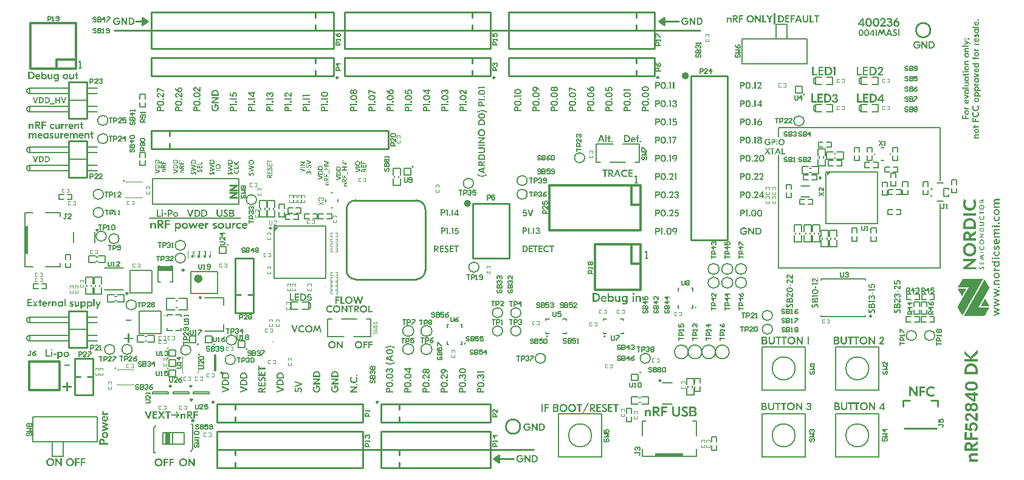
<source format=gto>
G04*
G04 #@! TF.GenerationSoftware,Altium Limited,Altium Designer,21.4.1 (30)*
G04*
G04 Layer_Color=65535*
%FSLAX24Y24*%
%MOIN*%
G70*
G04*
G04 #@! TF.SameCoordinates,5CBE21F3-A45B-47EA-B0B1-B143E6338599*
G04*
G04*
G04 #@! TF.FilePolarity,Positive*
G04*
G01*
G75*
%ADD10C,0.0098*%
%ADD11C,0.0118*%
%ADD12C,0.0236*%
%ADD13C,0.0100*%
%ADD14C,0.0060*%
%ADD15C,0.0200*%
%ADD16C,0.0059*%
%ADD17C,0.0039*%
%ADD18C,0.0079*%
%ADD19C,0.0060*%
%ADD20C,0.0049*%
%ADD21C,0.0050*%
%ADD22C,0.0080*%
%ADD23R,0.0827X0.0315*%
%ADD24R,0.0252X0.0630*%
%ADD25R,0.0197X0.1575*%
%ADD26R,0.0049X0.0138*%
%ADD27R,0.0059X0.0138*%
%ADD28R,0.0059X0.0039*%
%ADD29R,0.1575X0.0197*%
%ADD30R,0.0059X0.0138*%
%ADD31R,0.0049X0.0138*%
G36*
X43962Y15991D02*
Y16188D01*
X44159Y16188D01*
X43962Y15991D01*
D02*
G37*
G36*
X52590Y14657D02*
X52487Y14586D01*
Y14569D01*
X52590D01*
Y14521D01*
X52330D01*
Y14617D01*
X52331Y14626D01*
X52331Y14631D01*
X52332Y14638D01*
X52335Y14649D01*
X52338Y14657D01*
X52342Y14664D01*
X52347Y14673D01*
X52351Y14677D01*
X52359Y14685D01*
X52365Y14689D01*
X52371Y14692D01*
X52376Y14694D01*
X52381Y14697D01*
X52392Y14699D01*
X52397Y14700D01*
X52406Y14701D01*
X52411Y14701D01*
X52416Y14700D01*
X52422Y14700D01*
X52427Y14699D01*
X52433Y14697D01*
X52441Y14695D01*
X52446Y14693D01*
X52452Y14689D01*
X52461Y14683D01*
X52467Y14676D01*
X52472Y14670D01*
X52476Y14663D01*
X52480Y14653D01*
X52483Y14645D01*
X52484Y14640D01*
X52590Y14717D01*
Y14657D01*
D02*
G37*
G36*
X53435Y14669D02*
X53258D01*
X53253Y14669D01*
X53248Y14668D01*
X53242Y14668D01*
X53238Y14667D01*
X53232Y14666D01*
X53226Y14665D01*
X53222Y14663D01*
X53216Y14661D01*
X53212Y14659D01*
X53207Y14657D01*
X53204Y14654D01*
X53200Y14651D01*
X53196Y14647D01*
X53193Y14643D01*
X53191Y14640D01*
X53188Y14635D01*
X53186Y14631D01*
X53185Y14626D01*
X53184Y14621D01*
X53183Y14617D01*
X53182Y14611D01*
X53182Y14606D01*
X53182Y14598D01*
X53183Y14594D01*
X53184Y14590D01*
X53185Y14584D01*
X53187Y14578D01*
X53189Y14574D01*
X53192Y14569D01*
X53196Y14564D01*
X53199Y14560D01*
X53202Y14557D01*
X53205Y14555D01*
X53207Y14553D01*
X53211Y14551D01*
X53216Y14548D01*
X53220Y14546D01*
X53225Y14544D01*
X53229Y14543D01*
X53233Y14542D01*
X53240Y14540D01*
X53245Y14540D01*
X53252Y14539D01*
X53259Y14539D01*
X53435D01*
Y14467D01*
X53256Y14467D01*
X53252Y14467D01*
X53246Y14467D01*
X53241Y14466D01*
X53235Y14466D01*
X53228Y14464D01*
X53223Y14462D01*
X53218Y14461D01*
X53214Y14459D01*
X53211Y14457D01*
X53206Y14454D01*
X53202Y14451D01*
X53199Y14448D01*
X53196Y14445D01*
X53193Y14441D01*
X53190Y14437D01*
X53189Y14435D01*
X53187Y14430D01*
X53185Y14425D01*
X53184Y14419D01*
X53183Y14414D01*
X53182Y14409D01*
X53182Y14404D01*
X53182Y14399D01*
X53183Y14395D01*
X53184Y14390D01*
X53185Y14385D01*
X53186Y14381D01*
X53188Y14377D01*
X53190Y14372D01*
X53192Y14368D01*
X53195Y14364D01*
X53198Y14361D01*
X53200Y14359D01*
X53204Y14355D01*
X53208Y14352D01*
X53212Y14349D01*
X53218Y14346D01*
X53223Y14344D01*
X53227Y14342D01*
X53232Y14341D01*
X53236Y14340D01*
X53239Y14339D01*
X53243Y14339D01*
X53248Y14338D01*
X53253Y14338D01*
X53259Y14338D01*
X53435Y14338D01*
Y14266D01*
X53124D01*
Y14338D01*
X53171D01*
X53167Y14341D01*
X53162Y14344D01*
X53159Y14347D01*
X53154Y14351D01*
X53150Y14355D01*
X53145Y14360D01*
X53140Y14366D01*
X53137Y14370D01*
X53134Y14375D01*
X53131Y14379D01*
X53128Y14384D01*
X53126Y14388D01*
X53124Y14392D01*
X53123Y14397D01*
X53120Y14406D01*
X53119Y14412D01*
X53118Y14419D01*
X53117Y14427D01*
X53117Y14434D01*
X53117Y14441D01*
X53118Y14446D01*
X53119Y14452D01*
X53120Y14459D01*
X53122Y14466D01*
X53123Y14469D01*
X53125Y14475D01*
X53126Y14479D01*
X53130Y14487D01*
X53133Y14491D01*
X53138Y14498D01*
X53141Y14501D01*
X53146Y14507D01*
X53151Y14512D01*
X53157Y14517D01*
X53161Y14519D01*
X53168Y14524D01*
X53172Y14526D01*
X53169Y14528D01*
X53164Y14532D01*
X53159Y14537D01*
X53155Y14540D01*
X53151Y14544D01*
X53147Y14549D01*
X53143Y14554D01*
X53140Y14558D01*
X53136Y14564D01*
X53133Y14569D01*
X53131Y14572D01*
X53129Y14577D01*
X53127Y14581D01*
X53123Y14590D01*
X53122Y14593D01*
X53120Y14603D01*
X53119Y14607D01*
X53118Y14613D01*
X53118Y14617D01*
X53117Y14622D01*
X53117Y14630D01*
X53117Y14637D01*
X53118Y14643D01*
X53118Y14647D01*
X53119Y14652D01*
X53119Y14657D01*
X53120Y14662D01*
X53122Y14667D01*
X53123Y14672D01*
X53125Y14677D01*
X53127Y14682D01*
X53130Y14687D01*
X53132Y14691D01*
X53135Y14695D01*
X53137Y14699D01*
X53142Y14705D01*
X53145Y14708D01*
X53149Y14712D01*
X53152Y14714D01*
X53155Y14717D01*
X53160Y14720D01*
X53163Y14722D01*
X53166Y14724D01*
X53174Y14728D01*
X53179Y14730D01*
X53187Y14733D01*
X53194Y14735D01*
X53199Y14736D01*
X53205Y14738D01*
X53212Y14739D01*
X53219Y14739D01*
X53227Y14740D01*
X53236Y14740D01*
X53435D01*
Y14669D01*
D02*
G37*
G36*
X52098Y14707D02*
X52109Y14688D01*
X52117Y14671D01*
X52126Y14653D01*
X52134Y14634D01*
X52140Y14616D01*
X52145Y14599D01*
X52147Y14590D01*
X52151Y14576D01*
X52154Y14561D01*
X52156Y14547D01*
X52158Y14533D01*
X52159Y14524D01*
X52160Y14512D01*
X52160Y14500D01*
X52161Y14481D01*
X52161Y14466D01*
X52160Y14451D01*
X52159Y14439D01*
X52158Y14428D01*
X52157Y14416D01*
X52155Y14405D01*
X52153Y14391D01*
X52151Y14380D01*
X52147Y14366D01*
X52144Y14354D01*
X52141Y14343D01*
X52137Y14331D01*
X52133Y14319D01*
X52127Y14307D01*
X52125Y14300D01*
X52118Y14287D01*
X52115Y14281D01*
X52102Y14258D01*
X52097Y14250D01*
X52091Y14242D01*
X52075Y14221D01*
X52063Y14207D01*
X52047Y14191D01*
X52034Y14179D01*
X52019Y14168D01*
X52007Y14159D01*
X51993Y14151D01*
X51982Y14144D01*
X51972Y14139D01*
X51954Y14130D01*
X51938Y14124D01*
X51925Y14119D01*
X51912Y14115D01*
X51900Y14112D01*
X51883Y14108D01*
X51866Y14104D01*
X51850Y14102D01*
X51835Y14100D01*
X51825Y14100D01*
X51810Y14099D01*
X51795Y14099D01*
X51780Y14099D01*
X51769Y14099D01*
X51756Y14100D01*
X51741Y14102D01*
X51731Y14103D01*
X51714Y14106D01*
X51704Y14108D01*
X51686Y14113D01*
X51668Y14118D01*
X51661Y14120D01*
X51647Y14125D01*
X51640Y14128D01*
X51632Y14132D01*
X51624Y14136D01*
X51615Y14140D01*
X51604Y14146D01*
X51592Y14154D01*
X51574Y14165D01*
X51555Y14180D01*
X51539Y14195D01*
X51525Y14210D01*
X51518Y14217D01*
X51508Y14229D01*
X51501Y14239D01*
X51495Y14248D01*
X51489Y14256D01*
X51484Y14264D01*
X51476Y14278D01*
X51472Y14285D01*
X51466Y14299D01*
X51460Y14311D01*
X51455Y14324D01*
X51451Y14336D01*
X51447Y14348D01*
X51444Y14360D01*
X51440Y14377D01*
X51436Y14394D01*
X51433Y14411D01*
X51431Y14428D01*
X51430Y14445D01*
X51429Y14457D01*
X51429Y14473D01*
X51429Y14485D01*
X51430Y14504D01*
X51431Y14520D01*
X51432Y14537D01*
X51434Y14552D01*
X51437Y14568D01*
X51442Y14588D01*
X51447Y14608D01*
X51455Y14631D01*
X51462Y14649D01*
X51470Y14666D01*
X51473Y14673D01*
X51479Y14685D01*
X51486Y14698D01*
X51493Y14708D01*
X51500Y14719D01*
X51506Y14728D01*
X51618Y14654D01*
X51617Y14652D01*
X51607Y14637D01*
X51601Y14626D01*
X51594Y14613D01*
X51586Y14598D01*
X51580Y14584D01*
X51576Y14572D01*
X51571Y14557D01*
X51568Y14544D01*
X51566Y14533D01*
X51564Y14522D01*
X51562Y14509D01*
X51561Y14496D01*
X51560Y14487D01*
X51560Y14480D01*
X51560Y14473D01*
X51561Y14461D01*
X51561Y14453D01*
X51562Y14445D01*
X51563Y14433D01*
X51565Y14426D01*
X51566Y14418D01*
X51569Y14405D01*
X51573Y14393D01*
X51576Y14384D01*
X51579Y14376D01*
X51585Y14362D01*
X51590Y14352D01*
X51597Y14341D01*
X51605Y14329D01*
X51611Y14321D01*
X51620Y14311D01*
X51627Y14304D01*
X51637Y14294D01*
X51650Y14283D01*
X51661Y14276D01*
X51676Y14267D01*
X51687Y14262D01*
X51697Y14257D01*
X51710Y14253D01*
X51718Y14250D01*
X51729Y14247D01*
X51740Y14244D01*
X51753Y14242D01*
X51766Y14240D01*
X51780Y14239D01*
X51798Y14239D01*
X51816Y14240D01*
X51833Y14241D01*
X51849Y14244D01*
X51863Y14247D01*
X51879Y14252D01*
X51892Y14257D01*
X51907Y14264D01*
X51919Y14270D01*
X51936Y14281D01*
X51952Y14294D01*
X51963Y14303D01*
X51972Y14313D01*
X51980Y14324D01*
X51986Y14331D01*
X51990Y14337D01*
X51994Y14343D01*
X52000Y14354D01*
X52005Y14364D01*
X52011Y14378D01*
X52016Y14391D01*
X52020Y14404D01*
X52023Y14416D01*
X52026Y14432D01*
X52028Y14452D01*
X52029Y14472D01*
X52029Y14484D01*
X52028Y14503D01*
X52026Y14519D01*
X52024Y14533D01*
X52021Y14546D01*
X52017Y14561D01*
X52015Y14569D01*
X52010Y14582D01*
X52006Y14592D01*
X51997Y14612D01*
X51986Y14631D01*
X51978Y14645D01*
X51971Y14654D01*
X52084Y14728D01*
X52098Y14707D01*
D02*
G37*
G36*
X52478Y14423D02*
X52490Y14421D01*
X52496Y14420D01*
X52504Y14417D01*
X52511Y14415D01*
X52518Y14412D01*
X52526Y14408D01*
X52532Y14405D01*
X52539Y14401D01*
X52544Y14397D01*
X52550Y14392D01*
X52556Y14387D01*
X52562Y14380D01*
X52570Y14371D01*
X52574Y14365D01*
X52577Y14360D01*
X52581Y14351D01*
X52585Y14344D01*
X52588Y14336D01*
X52590Y14329D01*
X52592Y14323D01*
X52593Y14313D01*
X52594Y14307D01*
X52595Y14298D01*
X52596Y14293D01*
X52595Y14279D01*
X52595Y14274D01*
X52594Y14268D01*
X52593Y14259D01*
X52591Y14250D01*
X52589Y14244D01*
X52585Y14233D01*
X52582Y14226D01*
X52578Y14217D01*
X52575Y14212D01*
X52571Y14207D01*
X52567Y14201D01*
X52562Y14195D01*
X52557Y14189D01*
X52552Y14185D01*
X52545Y14179D01*
X52538Y14174D01*
X52532Y14171D01*
X52522Y14165D01*
X52515Y14162D01*
X52508Y14160D01*
X52502Y14158D01*
X52494Y14155D01*
X52486Y14154D01*
X52479Y14153D01*
X52461Y14152D01*
X52456Y14152D01*
X52447Y14152D01*
X52435Y14154D01*
X52425Y14156D01*
X52417Y14158D01*
X52411Y14160D01*
X52400Y14164D01*
X52391Y14169D01*
X52386Y14172D01*
X52379Y14176D01*
X52372Y14182D01*
X52363Y14190D01*
X52358Y14196D01*
X52354Y14200D01*
X52350Y14205D01*
X52346Y14211D01*
X52343Y14216D01*
X52341Y14220D01*
X52335Y14232D01*
X52332Y14239D01*
X52329Y14250D01*
X52328Y14256D01*
X52327Y14262D01*
X52326Y14271D01*
X52325Y14276D01*
X52325Y14285D01*
Y14291D01*
X52325Y14296D01*
X52326Y14305D01*
X52326Y14311D01*
X52327Y14317D01*
X52329Y14323D01*
X52331Y14330D01*
X52333Y14337D01*
X52337Y14348D01*
X52341Y14356D01*
X52344Y14361D01*
X52347Y14366D01*
X52351Y14371D01*
X52356Y14378D01*
X52360Y14382D01*
X52364Y14387D01*
X52373Y14395D01*
X52378Y14398D01*
X52383Y14402D01*
X52388Y14405D01*
X52394Y14408D01*
X52402Y14412D01*
X52410Y14415D01*
X52416Y14417D01*
X52422Y14419D01*
X52427Y14420D01*
X52433Y14421D01*
X52442Y14423D01*
X52452Y14424D01*
X52463Y14424D01*
X52478Y14423D01*
D02*
G37*
G36*
X52375Y14008D02*
X52590Y14008D01*
X52590Y13961D01*
X52375D01*
X52375Y13890D01*
X52330D01*
Y14079D01*
X52375D01*
Y14008D01*
D02*
G37*
G36*
X53284Y14185D02*
X53293Y14184D01*
X53299Y14184D01*
X53305Y14183D01*
X53314Y14181D01*
X53320Y14180D01*
X53326Y14178D01*
X53333Y14176D01*
X53339Y14174D01*
X53346Y14171D01*
X53353Y14167D01*
X53360Y14164D01*
X53367Y14159D01*
X53373Y14155D01*
X53382Y14149D01*
X53387Y14145D01*
X53392Y14140D01*
X53397Y14135D01*
X53401Y14131D01*
X53409Y14121D01*
X53412Y14116D01*
X53416Y14111D01*
X53419Y14105D01*
X53424Y14097D01*
X53426Y14092D01*
X53430Y14083D01*
X53433Y14075D01*
X53435Y14070D01*
X53437Y14063D01*
X53438Y14056D01*
X53439Y14051D01*
X53440Y14045D01*
X53442Y14035D01*
X53442Y14026D01*
X53442Y14018D01*
X53442Y14010D01*
X53442Y14001D01*
X53441Y13992D01*
X53440Y13986D01*
X53439Y13981D01*
X53437Y13975D01*
X53436Y13968D01*
X53433Y13961D01*
X53430Y13953D01*
X53427Y13946D01*
X53423Y13938D01*
X53419Y13931D01*
X53414Y13922D01*
X53409Y13916D01*
X53404Y13909D01*
X53398Y13902D01*
X53394Y13898D01*
X53389Y13893D01*
X53380Y13886D01*
X53372Y13880D01*
X53365Y13876D01*
X53360Y13872D01*
X53352Y13869D01*
X53346Y13866D01*
X53339Y13863D01*
X53329Y13859D01*
X53321Y13857D01*
X53309Y13855D01*
X53299Y13853D01*
X53291Y13853D01*
X53280Y13852D01*
Y13924D01*
X53289Y13924D01*
X53296Y13925D01*
X53306Y13927D01*
X53315Y13930D01*
X53320Y13931D01*
X53327Y13934D01*
X53335Y13939D01*
X53342Y13943D01*
X53349Y13949D01*
X53354Y13954D01*
X53357Y13958D01*
X53361Y13962D01*
X53366Y13969D01*
X53369Y13974D01*
X53372Y13981D01*
X53375Y13987D01*
X53377Y13995D01*
X53378Y14002D01*
X53379Y14008D01*
X53380Y14015D01*
X53380Y14022D01*
X53379Y14029D01*
X53379Y14035D01*
X53377Y14042D01*
X53376Y14048D01*
X53374Y14053D01*
X53372Y14059D01*
X53368Y14066D01*
X53365Y14072D01*
X53360Y14078D01*
X53356Y14083D01*
X53351Y14088D01*
X53345Y14093D01*
X53340Y14096D01*
X53335Y14099D01*
X53330Y14102D01*
X53325Y14104D01*
X53321Y14106D01*
X53316Y14108D01*
X53311Y14109D01*
X53306Y14111D01*
X53301Y14112D01*
X53295Y14112D01*
X53289Y14113D01*
X53284Y14113D01*
X53276Y14113D01*
X53268Y14113D01*
X53260Y14111D01*
X53252Y14110D01*
X53244Y14107D01*
X53236Y14104D01*
X53229Y14101D01*
X53222Y14096D01*
X53215Y14091D01*
X53208Y14086D01*
X53205Y14082D01*
X53201Y14078D01*
X53196Y14072D01*
X53191Y14063D01*
X53189Y14058D01*
X53185Y14050D01*
X53183Y14042D01*
X53181Y14036D01*
X53181Y14031D01*
X53180Y14024D01*
X53180Y14016D01*
X53180Y14011D01*
X53181Y14004D01*
X53182Y13996D01*
X53184Y13990D01*
X53185Y13985D01*
X53188Y13978D01*
X53191Y13973D01*
X53195Y13965D01*
X53200Y13958D01*
X53206Y13952D01*
X53212Y13947D01*
X53216Y13943D01*
X53221Y13940D01*
X53228Y13936D01*
X53232Y13934D01*
X53241Y13930D01*
X53251Y13927D01*
X53260Y13925D01*
X53268Y13924D01*
X53274Y13924D01*
X53280Y13924D01*
X53280Y13852D01*
X53268Y13853D01*
X53261Y13853D01*
X53251Y13855D01*
X53239Y13857D01*
X53231Y13860D01*
X53225Y13862D01*
X53218Y13864D01*
X53209Y13868D01*
X53202Y13872D01*
X53196Y13876D01*
X53188Y13880D01*
X53181Y13885D01*
X53175Y13891D01*
X53169Y13896D01*
X53165Y13900D01*
X53161Y13904D01*
X53157Y13908D01*
X53150Y13917D01*
X53147Y13922D01*
X53142Y13929D01*
X53139Y13934D01*
X53135Y13942D01*
X53132Y13948D01*
X53129Y13954D01*
X53127Y13959D01*
X53125Y13968D01*
X53122Y13975D01*
X53121Y13982D01*
X53120Y13988D01*
X53119Y13993D01*
X53118Y13998D01*
X53117Y14007D01*
X53117Y14016D01*
X53117Y14023D01*
X53118Y14035D01*
X53119Y14043D01*
X53120Y14053D01*
X53121Y14058D01*
X53123Y14064D01*
X53124Y14070D01*
X53128Y14081D01*
X53131Y14087D01*
X53135Y14097D01*
X53139Y14103D01*
X53141Y14108D01*
X53145Y14113D01*
X53149Y14119D01*
X53153Y14124D01*
X53157Y14129D01*
X53161Y14133D01*
X53165Y14138D01*
X53170Y14143D01*
X53175Y14147D01*
X53179Y14150D01*
X53184Y14155D01*
X53189Y14158D01*
X53194Y14161D01*
X53198Y14164D01*
X53207Y14168D01*
X53211Y14170D01*
X53216Y14172D01*
X53222Y14175D01*
X53227Y14176D01*
X53234Y14178D01*
X53239Y14180D01*
X53249Y14182D01*
X53254Y14183D01*
X53263Y14184D01*
X53270Y14184D01*
X53276Y14185D01*
X53284Y14185D01*
D02*
G37*
G36*
X52146Y13831D02*
X51444D01*
Y13960D01*
X52146D01*
Y13831D01*
D02*
G37*
G36*
X52570Y13809D02*
X52573Y13803D01*
X52578Y13794D01*
X52583Y13785D01*
X52587Y13775D01*
X52590Y13764D01*
X52591Y13761D01*
X52592Y13755D01*
X52593Y13749D01*
X52594Y13741D01*
X52595Y13732D01*
X52596Y13725D01*
X52596Y13717D01*
X52596Y13711D01*
X52595Y13705D01*
X52594Y13696D01*
X52593Y13688D01*
X52592Y13682D01*
X52590Y13674D01*
X52588Y13669D01*
X52586Y13663D01*
X52583Y13656D01*
X52580Y13649D01*
X52576Y13641D01*
X52570Y13632D01*
X52564Y13624D01*
X52559Y13619D01*
X52551Y13610D01*
X52543Y13604D01*
X52534Y13599D01*
X52530Y13596D01*
X52526Y13594D01*
X52522Y13592D01*
X52516Y13590D01*
X52509Y13587D01*
X52499Y13584D01*
X52491Y13582D01*
X52483Y13581D01*
X52477Y13580D01*
X52469Y13579D01*
X52464Y13579D01*
X52458Y13579D01*
X52453Y13579D01*
X52450Y13579D01*
X52442Y13580D01*
X52437Y13581D01*
X52430Y13582D01*
X52424Y13583D01*
X52413Y13586D01*
X52408Y13588D01*
X52403Y13590D01*
X52397Y13593D01*
X52390Y13597D01*
X52385Y13599D01*
X52379Y13604D01*
X52365Y13615D01*
X52358Y13623D01*
X52354Y13627D01*
X52351Y13631D01*
X52347Y13637D01*
X52344Y13643D01*
X52341Y13648D01*
X52338Y13653D01*
X52336Y13658D01*
X52334Y13664D01*
X52332Y13669D01*
X52331Y13674D01*
X52330Y13679D01*
X52328Y13684D01*
X52327Y13691D01*
X52326Y13699D01*
X52325Y13707D01*
X52325Y13719D01*
X52325Y13728D01*
X52325Y13735D01*
X52327Y13745D01*
X52328Y13755D01*
X52332Y13768D01*
X52335Y13778D01*
X52340Y13789D01*
X52341Y13792D01*
X52345Y13799D01*
X52348Y13805D01*
X52353Y13812D01*
X52395Y13785D01*
X52394Y13783D01*
X52391Y13779D01*
X52388Y13774D01*
X52386Y13770D01*
X52384Y13766D01*
X52382Y13761D01*
X52379Y13753D01*
X52377Y13746D01*
X52374Y13735D01*
X52374Y13724D01*
X52373Y13721D01*
X52373Y13715D01*
X52374Y13707D01*
X52375Y13702D01*
X52376Y13696D01*
X52378Y13690D01*
X52380Y13683D01*
X52383Y13677D01*
X52387Y13669D01*
X52390Y13665D01*
X52395Y13658D01*
X52403Y13651D01*
X52411Y13645D01*
X52418Y13640D01*
X52422Y13639D01*
X52427Y13637D01*
X52435Y13634D01*
X52440Y13633D01*
X52446Y13632D01*
X52451Y13631D01*
X52457Y13631D01*
X52463Y13631D01*
X52468Y13631D01*
X52475Y13632D01*
X52482Y13633D01*
X52490Y13635D01*
X52498Y13638D01*
X52504Y13641D01*
X52512Y13646D01*
X52521Y13653D01*
X52529Y13663D01*
X52534Y13670D01*
X52535Y13672D01*
X52538Y13678D01*
X52540Y13683D01*
X52542Y13687D01*
X52544Y13695D01*
X52545Y13700D01*
X52546Y13707D01*
X52547Y13713D01*
X52547Y13722D01*
X52547Y13728D01*
X52546Y13735D01*
X52543Y13747D01*
X52542Y13751D01*
X52541Y13754D01*
X52539Y13760D01*
X52537Y13765D01*
X52535Y13770D01*
X52531Y13776D01*
X52529Y13780D01*
X52526Y13785D01*
X52567Y13812D01*
X52570Y13809D01*
D02*
G37*
G36*
X53387Y13802D02*
X53391Y13798D01*
X53395Y13794D01*
X53400Y13789D01*
X53404Y13784D01*
X53408Y13779D01*
X53413Y13773D01*
X53416Y13768D01*
X53419Y13764D01*
X53422Y13758D01*
X53426Y13752D01*
X53428Y13748D01*
X53431Y13742D01*
X53433Y13736D01*
X53435Y13730D01*
X53436Y13724D01*
X53437Y13721D01*
X53439Y13713D01*
X53440Y13708D01*
X53441Y13701D01*
X53442Y13696D01*
X53442Y13688D01*
X53442Y13684D01*
X53442Y13679D01*
X53442Y13672D01*
X53442Y13668D01*
X53442Y13660D01*
X53441Y13655D01*
X53440Y13650D01*
X53440Y13645D01*
X53438Y13639D01*
X53437Y13632D01*
X53434Y13624D01*
X53430Y13614D01*
X53426Y13603D01*
X53422Y13597D01*
X53418Y13589D01*
X53414Y13583D01*
X53408Y13576D01*
X53403Y13569D01*
X53397Y13563D01*
X53392Y13558D01*
X53386Y13553D01*
X53379Y13548D01*
X53373Y13543D01*
X53367Y13539D01*
X53360Y13535D01*
X53353Y13531D01*
X53345Y13528D01*
X53336Y13524D01*
X53328Y13522D01*
X53323Y13520D01*
X53312Y13518D01*
X53302Y13516D01*
X53294Y13516D01*
X53287Y13515D01*
X53280Y13515D01*
X53271Y13515D01*
X53261Y13516D01*
X53255Y13517D01*
X53248Y13518D01*
X53239Y13520D01*
X53232Y13522D01*
X53226Y13524D01*
X53220Y13526D01*
X53213Y13529D01*
X53204Y13533D01*
X53199Y13536D01*
X53193Y13540D01*
X53186Y13544D01*
X53180Y13549D01*
X53174Y13553D01*
X53168Y13559D01*
X53162Y13564D01*
X53156Y13571D01*
X53151Y13577D01*
X53147Y13583D01*
X53142Y13590D01*
X53138Y13597D01*
X53134Y13604D01*
X53131Y13610D01*
X53129Y13615D01*
X53126Y13623D01*
X53123Y13633D01*
X53121Y13640D01*
X53120Y13646D01*
X53118Y13657D01*
X53118Y13666D01*
X53117Y13670D01*
X53117Y13679D01*
X53117Y13688D01*
X53118Y13695D01*
X53119Y13703D01*
X53120Y13714D01*
X53121Y13718D01*
X53123Y13725D01*
X53126Y13735D01*
X53129Y13744D01*
X53133Y13753D01*
X53138Y13762D01*
X53140Y13765D01*
X53141Y13767D01*
X53143Y13771D01*
X53145Y13773D01*
X53147Y13776D01*
X53150Y13779D01*
X53153Y13783D01*
X53154Y13785D01*
X53157Y13788D01*
X53160Y13792D01*
X53166Y13797D01*
X53171Y13802D01*
X53219Y13757D01*
X53216Y13755D01*
X53214Y13752D01*
X53211Y13750D01*
X53209Y13747D01*
X53206Y13745D01*
X53203Y13740D01*
X53200Y13737D01*
X53196Y13732D01*
X53194Y13728D01*
X53191Y13723D01*
X53189Y13720D01*
X53188Y13717D01*
X53186Y13712D01*
X53184Y13707D01*
X53183Y13702D01*
X53182Y13700D01*
X53181Y13694D01*
X53180Y13688D01*
X53180Y13682D01*
X53180Y13677D01*
X53180Y13672D01*
X53180Y13667D01*
X53181Y13663D01*
X53182Y13659D01*
X53183Y13654D01*
X53184Y13650D01*
X53186Y13644D01*
X53189Y13639D01*
X53191Y13634D01*
X53193Y13630D01*
X53198Y13624D01*
X53200Y13622D01*
X53204Y13617D01*
X53208Y13613D01*
X53213Y13609D01*
X53218Y13605D01*
X53220Y13604D01*
X53226Y13600D01*
X53232Y13597D01*
X53238Y13594D01*
X53242Y13593D01*
X53246Y13592D01*
X53250Y13591D01*
X53254Y13589D01*
X53258Y13589D01*
X53262Y13588D01*
X53267Y13587D01*
X53271Y13587D01*
X53275Y13587D01*
X53280Y13587D01*
X53286Y13587D01*
X53291Y13587D01*
X53297Y13588D01*
X53302Y13589D01*
X53307Y13590D01*
X53313Y13591D01*
X53318Y13593D01*
X53323Y13595D01*
X53329Y13598D01*
X53334Y13600D01*
X53339Y13603D01*
X53341Y13605D01*
X53344Y13607D01*
X53346Y13609D01*
X53349Y13611D01*
X53352Y13613D01*
X53354Y13616D01*
X53358Y13620D01*
X53361Y13624D01*
X53364Y13628D01*
X53366Y13631D01*
X53370Y13637D01*
X53372Y13641D01*
X53374Y13647D01*
X53376Y13652D01*
X53377Y13655D01*
X53378Y13661D01*
X53379Y13666D01*
X53379Y13670D01*
X53380Y13675D01*
X53380Y13679D01*
X53380Y13685D01*
X53379Y13690D01*
X53379Y13695D01*
X53378Y13699D01*
X53377Y13702D01*
X53376Y13708D01*
X53374Y13715D01*
X53372Y13718D01*
X53370Y13724D01*
X53367Y13729D01*
X53364Y13734D01*
X53361Y13739D01*
X53358Y13742D01*
X53354Y13747D01*
X53351Y13750D01*
X53348Y13754D01*
X53344Y13759D01*
X53341Y13761D01*
X53384Y13804D01*
X53387Y13802D01*
D02*
G37*
G36*
X53435Y13372D02*
X53354D01*
Y13450D01*
X53435D01*
Y13372D01*
D02*
G37*
G36*
X52494Y13480D02*
X52501Y13480D01*
X52507Y13479D01*
X52516Y13478D01*
X52524Y13476D01*
X52530Y13474D01*
X52537Y13472D01*
X52544Y13468D01*
X52552Y13464D01*
X52558Y13460D01*
X52564Y13454D01*
X52574Y13443D01*
X52578Y13439D01*
X52581Y13433D01*
X52584Y13428D01*
X52586Y13424D01*
X52589Y13416D01*
X52591Y13408D01*
X52593Y13402D01*
X52594Y13395D01*
X52595Y13388D01*
X52595Y13381D01*
X52595Y13374D01*
X52595Y13364D01*
X52595Y13358D01*
X52594Y13350D01*
X52592Y13344D01*
X52591Y13338D01*
X52589Y13331D01*
X52586Y13324D01*
X52582Y13316D01*
X52579Y13310D01*
X52571Y13300D01*
X52560Y13289D01*
X52551Y13283D01*
X52547Y13280D01*
X52541Y13277D01*
X52535Y13275D01*
X52527Y13272D01*
X52520Y13270D01*
X52510Y13268D01*
X52502Y13267D01*
X52495Y13267D01*
X52488Y13266D01*
X52330D01*
X52330Y13316D01*
X52485D01*
X52486Y13316D01*
X52495Y13317D01*
X52503Y13318D01*
X52510Y13320D01*
X52516Y13323D01*
X52522Y13326D01*
X52527Y13330D01*
X52531Y13334D01*
X52538Y13342D01*
X52541Y13348D01*
X52543Y13354D01*
X52545Y13362D01*
X52546Y13367D01*
X52546Y13372D01*
X52546Y13379D01*
X52546Y13384D01*
X52544Y13391D01*
X52542Y13397D01*
X52539Y13403D01*
X52536Y13407D01*
X52529Y13416D01*
X52523Y13420D01*
X52517Y13423D01*
X52510Y13426D01*
X52504Y13428D01*
X52498Y13429D01*
X52490Y13430D01*
X52485Y13430D01*
X52330D01*
Y13480D01*
X52488D01*
X52494Y13480D01*
D02*
G37*
G36*
X53435Y13203D02*
X53124D01*
Y13274D01*
X53435D01*
X53435Y13203D01*
D02*
G37*
G36*
X53076Y13200D02*
X53008D01*
Y13277D01*
X53076D01*
Y13200D01*
D02*
G37*
G36*
X51811Y13694D02*
X51823Y13694D01*
X51832Y13693D01*
X51845Y13692D01*
X51858Y13690D01*
X51871Y13688D01*
X51885Y13685D01*
X51890Y13684D01*
X51899Y13682D01*
X51909Y13679D01*
X51925Y13674D01*
X51936Y13670D01*
X51949Y13665D01*
X51962Y13658D01*
X51970Y13654D01*
X51988Y13644D01*
X52001Y13636D01*
X52014Y13626D01*
X52027Y13616D01*
X52040Y13605D01*
X52054Y13590D01*
X52061Y13582D01*
X52075Y13564D01*
X52085Y13550D01*
X52093Y13536D01*
X52100Y13525D01*
X52106Y13513D01*
X52111Y13502D01*
X52116Y13491D01*
X52120Y13481D01*
X52124Y13470D01*
X52129Y13455D01*
X52133Y13440D01*
X52136Y13425D01*
X52138Y13414D01*
X52140Y13404D01*
X52144Y13370D01*
X52146Y13345D01*
X52146Y13330D01*
Y13105D01*
X51444D01*
X51444Y13340D01*
X51445Y13355D01*
X51446Y13370D01*
X51447Y13385D01*
X51449Y13399D01*
X51452Y13419D01*
X51456Y13434D01*
X51458Y13444D01*
X51460Y13449D01*
X51462Y13459D01*
X51466Y13469D01*
X51469Y13480D01*
X51473Y13490D01*
X51478Y13500D01*
X51486Y13517D01*
X51492Y13528D01*
X51495Y13534D01*
X51499Y13541D01*
X51507Y13554D01*
X51512Y13561D01*
X51518Y13568D01*
X51525Y13577D01*
X51533Y13587D01*
X51547Y13602D01*
X51559Y13613D01*
X51571Y13622D01*
X51584Y13632D01*
X51596Y13640D01*
X51607Y13647D01*
X51624Y13657D01*
X51639Y13664D01*
X51651Y13669D01*
X51663Y13673D01*
X51679Y13679D01*
X51689Y13681D01*
X51704Y13685D01*
X51718Y13688D01*
X51731Y13690D01*
X51744Y13692D01*
X51753Y13693D01*
X51766Y13694D01*
X51775Y13694D01*
X51786Y13695D01*
X51799Y13695D01*
X51811Y13694D01*
D02*
G37*
G36*
X13677Y13003D02*
Y13200D01*
X13874Y13200D01*
X13677Y13003D01*
D02*
G37*
G36*
X52465Y13167D02*
X52472Y13167D01*
X52479Y13166D01*
X52487Y13165D01*
X52492Y13164D01*
X52503Y13162D01*
X52513Y13158D01*
X52520Y13155D01*
X52525Y13153D01*
X52532Y13149D01*
X52537Y13146D01*
X52549Y13136D01*
X52559Y13126D01*
X52568Y13114D01*
X52575Y13100D01*
X52580Y13090D01*
X52584Y13079D01*
X52586Y13069D01*
X52588Y13061D01*
X52589Y13056D01*
X52590Y13045D01*
X52590Y13032D01*
Y12949D01*
X52330D01*
Y13032D01*
X52331Y13040D01*
X52331Y13047D01*
X52332Y13056D01*
X52333Y13062D01*
X52334Y13067D01*
X52335Y13074D01*
X52337Y13080D01*
X52339Y13086D01*
X52341Y13090D01*
X52345Y13100D01*
X52348Y13106D01*
X52351Y13110D01*
X52356Y13118D01*
X52360Y13124D01*
X52364Y13128D01*
X52369Y13133D01*
X52378Y13142D01*
X52387Y13147D01*
X52397Y13153D01*
X52402Y13156D01*
X52409Y13159D01*
X52415Y13161D01*
X52421Y13163D01*
X52428Y13164D01*
X52433Y13165D01*
X52443Y13167D01*
X52450Y13167D01*
X52459Y13167D01*
X52465Y13167D01*
D02*
G37*
G36*
X52146Y12833D02*
X51866Y12643D01*
Y12595D01*
X52146D01*
Y12466D01*
X51444D01*
Y12725D01*
X51444Y12735D01*
X51445Y12747D01*
X51446Y12759D01*
X51448Y12775D01*
X51450Y12785D01*
X51453Y12798D01*
X51455Y12806D01*
X51459Y12820D01*
X51465Y12834D01*
X51471Y12846D01*
X51477Y12856D01*
X51481Y12863D01*
X51487Y12871D01*
X51494Y12881D01*
X51499Y12886D01*
X51507Y12895D01*
X51516Y12903D01*
X51524Y12909D01*
X51537Y12919D01*
X51550Y12926D01*
X51559Y12931D01*
X51568Y12935D01*
X51575Y12938D01*
X51582Y12940D01*
X51589Y12942D01*
X51599Y12945D01*
X51608Y12947D01*
X51617Y12949D01*
X51622Y12949D01*
X51634Y12951D01*
X51643Y12951D01*
X51650Y12952D01*
X51660Y12952D01*
X51668Y12951D01*
X51682Y12950D01*
X51694Y12949D01*
X51706Y12947D01*
X51715Y12945D01*
X51721Y12943D01*
X51728Y12941D01*
X51735Y12938D01*
X51747Y12934D01*
X51756Y12930D01*
X51766Y12924D01*
X51772Y12920D01*
X51781Y12915D01*
X51790Y12907D01*
X51800Y12900D01*
X51805Y12894D01*
X51814Y12884D01*
X51822Y12874D01*
X51829Y12865D01*
X51835Y12854D01*
X51839Y12848D01*
X51844Y12838D01*
X51847Y12829D01*
X51852Y12818D01*
X51854Y12810D01*
X51856Y12802D01*
X51858Y12794D01*
X51860Y12787D01*
X52146Y12995D01*
Y12833D01*
D02*
G37*
G36*
X53435Y13032D02*
X53258Y13032D01*
X53253Y13032D01*
X53248Y13031D01*
X53242Y13031D01*
X53238Y13030D01*
X53232Y13029D01*
X53226Y13028D01*
X53222Y13026D01*
X53216Y13024D01*
X53212Y13022D01*
X53207Y13020D01*
X53204Y13017D01*
X53200Y13014D01*
X53196Y13010D01*
X53193Y13006D01*
X53191Y13003D01*
X53188Y12998D01*
X53186Y12994D01*
X53185Y12989D01*
X53184Y12984D01*
X53183Y12980D01*
X53182Y12974D01*
X53182Y12969D01*
X53182Y12961D01*
X53183Y12957D01*
X53184Y12953D01*
X53185Y12947D01*
X53187Y12941D01*
X53189Y12937D01*
X53192Y12932D01*
X53196Y12927D01*
X53199Y12923D01*
X53202Y12920D01*
X53205Y12918D01*
X53207Y12916D01*
X53211Y12914D01*
X53216Y12911D01*
X53220Y12909D01*
X53225Y12907D01*
X53229Y12906D01*
X53233Y12905D01*
X53240Y12903D01*
X53245Y12903D01*
X53252Y12902D01*
X53259Y12902D01*
X53435D01*
Y12830D01*
X53256Y12830D01*
X53252Y12830D01*
X53246Y12830D01*
X53241Y12829D01*
X53235Y12828D01*
X53228Y12827D01*
X53223Y12825D01*
X53218Y12823D01*
X53214Y12822D01*
X53211Y12820D01*
X53206Y12817D01*
X53202Y12814D01*
X53199Y12811D01*
X53196Y12808D01*
X53193Y12804D01*
X53190Y12800D01*
X53189Y12797D01*
X53187Y12793D01*
X53185Y12788D01*
X53184Y12782D01*
X53183Y12777D01*
X53182Y12772D01*
X53182Y12767D01*
X53182Y12762D01*
X53183Y12757D01*
X53184Y12752D01*
X53185Y12748D01*
X53186Y12744D01*
X53188Y12739D01*
X53190Y12735D01*
X53192Y12731D01*
X53195Y12727D01*
X53198Y12723D01*
X53200Y12722D01*
X53204Y12718D01*
X53208Y12715D01*
X53212Y12712D01*
X53218Y12709D01*
X53223Y12707D01*
X53227Y12705D01*
X53232Y12704D01*
X53236Y12703D01*
X53239Y12702D01*
X53243Y12702D01*
X53248Y12701D01*
X53253Y12701D01*
X53259Y12701D01*
X53435D01*
Y12629D01*
X53124D01*
X53124Y12701D01*
X53171D01*
X53167Y12703D01*
X53162Y12707D01*
X53159Y12710D01*
X53154Y12714D01*
X53150Y12718D01*
X53145Y12723D01*
X53140Y12729D01*
X53137Y12733D01*
X53134Y12738D01*
X53131Y12742D01*
X53128Y12746D01*
X53126Y12751D01*
X53124Y12755D01*
X53123Y12760D01*
X53120Y12769D01*
X53119Y12775D01*
X53118Y12782D01*
X53117Y12789D01*
X53117Y12797D01*
X53117Y12804D01*
X53118Y12809D01*
X53119Y12815D01*
X53120Y12822D01*
X53122Y12829D01*
X53123Y12832D01*
X53125Y12838D01*
X53126Y12842D01*
X53130Y12850D01*
X53133Y12854D01*
X53138Y12861D01*
X53141Y12864D01*
X53146Y12870D01*
X53151Y12875D01*
X53157Y12880D01*
X53161Y12882D01*
X53168Y12886D01*
X53172Y12889D01*
X53169Y12891D01*
X53164Y12895D01*
X53159Y12900D01*
X53155Y12903D01*
X53151Y12907D01*
X53147Y12912D01*
X53143Y12917D01*
X53140Y12921D01*
X53136Y12927D01*
X53133Y12932D01*
X53131Y12935D01*
X53129Y12940D01*
X53127Y12944D01*
X53123Y12953D01*
X53122Y12956D01*
X53120Y12966D01*
X53119Y12970D01*
X53118Y12975D01*
X53118Y12980D01*
X53117Y12985D01*
X53117Y12993D01*
X53117Y13000D01*
X53118Y13006D01*
X53118Y13010D01*
X53119Y13015D01*
X53119Y13020D01*
X53120Y13024D01*
X53122Y13030D01*
X53123Y13035D01*
X53125Y13040D01*
X53127Y13045D01*
X53130Y13050D01*
X53132Y13054D01*
X53135Y13058D01*
X53137Y13061D01*
X53142Y13068D01*
X53145Y13071D01*
X53149Y13075D01*
X53152Y13077D01*
X53155Y13080D01*
X53160Y13083D01*
X53163Y13085D01*
X53166Y13087D01*
X53174Y13091D01*
X53179Y13093D01*
X53187Y13096D01*
X53194Y13098D01*
X53199Y13099D01*
X53205Y13101D01*
X53212Y13102D01*
X53219Y13102D01*
X53227Y13103D01*
X53236Y13103D01*
X53435D01*
Y13032D01*
D02*
G37*
G36*
X52591Y12788D02*
X52413Y12661D01*
X52591D01*
X52591Y12613D01*
X52331D01*
Y12658D01*
X52510Y12784D01*
X52331D01*
Y12832D01*
X52591D01*
Y12788D01*
D02*
G37*
G36*
X53292Y12548D02*
X53296Y12548D01*
X53301Y12547D01*
X53305Y12547D01*
Y12318D01*
X53307Y12318D01*
X53311Y12319D01*
X53313Y12320D01*
X53318Y12321D01*
X53321Y12322D01*
X53324Y12323D01*
X53329Y12324D01*
X53332Y12326D01*
X53336Y12327D01*
X53341Y12330D01*
X53345Y12333D01*
X53348Y12335D01*
X53352Y12337D01*
X53357Y12342D01*
X53360Y12345D01*
X53362Y12347D01*
X53365Y12350D01*
X53368Y12354D01*
X53371Y12359D01*
X53373Y12362D01*
X53375Y12366D01*
X53376Y12369D01*
X53378Y12372D01*
X53379Y12376D01*
X53380Y12379D01*
X53381Y12384D01*
X53382Y12388D01*
X53383Y12391D01*
X53383Y12396D01*
X53384Y12400D01*
X53384Y12402D01*
X53384Y12406D01*
X53384Y12410D01*
X53384Y12414D01*
X53384Y12418D01*
X53383Y12421D01*
X53383Y12425D01*
X53382Y12429D01*
X53382Y12433D01*
X53381Y12435D01*
X53380Y12440D01*
X53378Y12444D01*
X53377Y12448D01*
X53375Y12453D01*
X53373Y12457D01*
X53370Y12462D01*
X53368Y12465D01*
X53367Y12467D01*
X53366Y12470D01*
X53363Y12473D01*
X53361Y12476D01*
X53358Y12480D01*
X53355Y12483D01*
X53352Y12487D01*
X53349Y12490D01*
X53347Y12492D01*
X53384Y12534D01*
X53388Y12531D01*
X53391Y12528D01*
X53395Y12524D01*
X53399Y12520D01*
X53403Y12516D01*
X53406Y12513D01*
X53409Y12509D01*
X53412Y12504D01*
X53414Y12501D01*
X53417Y12498D01*
X53420Y12493D01*
X53421Y12491D01*
X53423Y12487D01*
X53426Y12483D01*
X53427Y12479D01*
X53430Y12474D01*
X53431Y12469D01*
X53433Y12465D01*
X53435Y12459D01*
X53436Y12454D01*
X53438Y12447D01*
X53439Y12443D01*
X53440Y12438D01*
X53441Y12431D01*
X53442Y12426D01*
X53442Y12421D01*
X53442Y12418D01*
X53442Y12413D01*
X53442Y12409D01*
X53442Y12403D01*
X53442Y12399D01*
X53442Y12396D01*
X53442Y12393D01*
X53442Y12389D01*
X53441Y12385D01*
X53441Y12382D01*
X53440Y12378D01*
X53439Y12374D01*
X53439Y12370D01*
X53438Y12366D01*
X53437Y12362D01*
X53436Y12357D01*
X53434Y12353D01*
X53433Y12349D01*
X53431Y12344D01*
X53429Y12339D01*
X53427Y12336D01*
X53425Y12331D01*
X53423Y12327D01*
X53422Y12324D01*
X53420Y12321D01*
X53417Y12316D01*
X53415Y12313D01*
X53412Y12309D01*
X53409Y12306D01*
X53407Y12303D01*
X53404Y12299D01*
X53402Y12297D01*
X53399Y12294D01*
X53396Y12291D01*
X53393Y12288D01*
X53390Y12286D01*
X53387Y12283D01*
X53384Y12280D01*
X53380Y12278D01*
X53378Y12276D01*
X53375Y12274D01*
X53371Y12272D01*
X53368Y12269D01*
X53362Y12266D01*
X53357Y12263D01*
X53352Y12261D01*
X53348Y12259D01*
X53343Y12258D01*
X53340Y12256D01*
X53336Y12255D01*
X53332Y12254D01*
X53329Y12253D01*
X53326Y12252D01*
X53322Y12251D01*
X53316Y12250D01*
X53307Y12248D01*
X53302Y12248D01*
X53296Y12247D01*
X53293Y12247D01*
X53291Y12247D01*
X53288Y12247D01*
X53283Y12247D01*
X53279Y12247D01*
X53274Y12247D01*
X53268Y12247D01*
X53262Y12247D01*
X53259Y12248D01*
X53256Y12248D01*
X53250Y12249D01*
X53244Y12250D01*
X53238Y12251D01*
X53232Y12253D01*
X53227Y12254D01*
X53221Y12256D01*
X53216Y12258D01*
X53210Y12260D01*
X53205Y12263D01*
X53200Y12265D01*
X53195Y12268D01*
X53190Y12270D01*
X53185Y12273D01*
X53181Y12277D01*
X53176Y12280D01*
X53171Y12284D01*
X53169Y12285D01*
X53167Y12287D01*
X53165Y12289D01*
X53162Y12292D01*
X53160Y12294D01*
X53158Y12296D01*
X53156Y12299D01*
X53153Y12302D01*
X53150Y12305D01*
X53147Y12308D01*
X53145Y12311D01*
X53143Y12314D01*
X53141Y12317D01*
X53139Y12321D01*
X53136Y12325D01*
X53135Y12328D01*
X53133Y12332D01*
X53131Y12335D01*
X53130Y12338D01*
X53128Y12342D01*
X53126Y12346D01*
X53125Y12350D01*
X53124Y12353D01*
X53123Y12357D01*
X53121Y12364D01*
X53120Y12369D01*
X53119Y12374D01*
X53118Y12378D01*
X53118Y12382D01*
X53118Y12386D01*
X53117Y12392D01*
X53117Y12398D01*
X53117Y12404D01*
X53117Y12408D01*
X53118Y12413D01*
X53118Y12418D01*
X53119Y12423D01*
X53120Y12429D01*
X53121Y12436D01*
X53122Y12440D01*
X53123Y12445D01*
X53125Y12449D01*
X53127Y12454D01*
X53128Y12457D01*
X53129Y12460D01*
X53131Y12464D01*
X53133Y12468D01*
X53134Y12471D01*
X53136Y12475D01*
X53140Y12480D01*
X53143Y12484D01*
X53145Y12488D01*
X53148Y12491D01*
X53150Y12494D01*
X53154Y12498D01*
X53157Y12501D01*
X53160Y12504D01*
X53162Y12506D01*
X53164Y12508D01*
X53169Y12512D01*
X53173Y12515D01*
X53177Y12518D01*
X53181Y12521D01*
X53185Y12523D01*
X53189Y12525D01*
X53194Y12528D01*
X53198Y12530D01*
X53202Y12532D01*
X53207Y12534D01*
X53211Y12535D01*
X53215Y12537D01*
X53219Y12538D01*
X53223Y12540D01*
X53227Y12541D01*
X53230Y12541D01*
X53234Y12543D01*
X53239Y12544D01*
X53244Y12545D01*
X53249Y12545D01*
X53254Y12546D01*
X53257Y12547D01*
X53262Y12547D01*
X53267Y12548D01*
X53271Y12548D01*
X53275Y12548D01*
X53278Y12548D01*
X53281Y12548D01*
X53287Y12548D01*
X53292Y12548D01*
D02*
G37*
G36*
X52479Y12513D02*
X52491Y12511D01*
X52497Y12510D01*
X52505Y12507D01*
X52512Y12505D01*
X52519Y12502D01*
X52527Y12498D01*
X52533Y12495D01*
X52539Y12491D01*
X52545Y12487D01*
X52551Y12482D01*
X52557Y12477D01*
X52563Y12470D01*
X52571Y12461D01*
X52575Y12455D01*
X52578Y12450D01*
X52582Y12441D01*
X52586Y12434D01*
X52589Y12426D01*
X52591Y12419D01*
X52593Y12413D01*
X52594Y12403D01*
X52595Y12397D01*
X52596Y12388D01*
X52596Y12383D01*
X52596Y12369D01*
X52596Y12364D01*
X52595Y12358D01*
X52594Y12349D01*
X52592Y12340D01*
X52590Y12334D01*
X52586Y12323D01*
X52583Y12316D01*
X52579Y12307D01*
X52576Y12302D01*
X52572Y12297D01*
X52568Y12291D01*
X52563Y12285D01*
X52558Y12279D01*
X52553Y12275D01*
X52545Y12269D01*
X52539Y12265D01*
X52533Y12261D01*
X52523Y12255D01*
X52516Y12252D01*
X52509Y12250D01*
X52503Y12248D01*
X52495Y12246D01*
X52487Y12244D01*
X52480Y12243D01*
X52462Y12242D01*
X52457Y12242D01*
X52448Y12242D01*
X52436Y12244D01*
X52426Y12246D01*
X52418Y12248D01*
X52412Y12250D01*
X52401Y12254D01*
X52392Y12259D01*
X52387Y12262D01*
X52380Y12267D01*
X52373Y12272D01*
X52364Y12280D01*
X52358Y12286D01*
X52354Y12290D01*
X52351Y12295D01*
X52347Y12301D01*
X52344Y12306D01*
X52342Y12310D01*
X52336Y12322D01*
X52333Y12330D01*
X52330Y12340D01*
X52329Y12346D01*
X52328Y12352D01*
X52327Y12361D01*
X52326Y12367D01*
X52326Y12375D01*
Y12381D01*
X52326Y12386D01*
X52327Y12395D01*
X52327Y12401D01*
X52328Y12407D01*
X52330Y12413D01*
X52331Y12420D01*
X52334Y12427D01*
X52338Y12438D01*
X52342Y12446D01*
X52345Y12451D01*
X52348Y12456D01*
X52352Y12461D01*
X52357Y12468D01*
X52361Y12472D01*
X52365Y12477D01*
X52374Y12485D01*
X52379Y12488D01*
X52384Y12492D01*
X52389Y12495D01*
X52395Y12498D01*
X52403Y12502D01*
X52411Y12505D01*
X52417Y12507D01*
X52423Y12509D01*
X52428Y12510D01*
X52434Y12512D01*
X52443Y12513D01*
X52452Y12514D01*
X52463Y12514D01*
X52479Y12513D01*
D02*
G37*
G36*
X53348Y12181D02*
X53354Y12181D01*
X53358Y12181D01*
X53362Y12180D01*
X53368Y12179D01*
X53374Y12177D01*
X53380Y12175D01*
X53385Y12173D01*
X53390Y12171D01*
X53394Y12168D01*
X53398Y12166D01*
X53402Y12163D01*
X53407Y12158D01*
X53411Y12155D01*
X53415Y12151D01*
X53418Y12146D01*
X53421Y12142D01*
X53425Y12136D01*
X53428Y12130D01*
X53430Y12126D01*
X53433Y12119D01*
X53435Y12111D01*
X53437Y12103D01*
X53439Y12096D01*
X53440Y12087D01*
X53441Y12080D01*
X53441Y12075D01*
X53441Y12067D01*
X53441Y12060D01*
X53441Y12053D01*
X53440Y12048D01*
X53440Y12043D01*
X53439Y12036D01*
X53438Y12029D01*
X53437Y12025D01*
X53436Y12020D01*
X53435Y12015D01*
X53433Y12008D01*
X53430Y12001D01*
X53428Y11994D01*
X53424Y11983D01*
X53421Y11977D01*
X53418Y11970D01*
X53414Y11962D01*
X53410Y11956D01*
X53407Y11951D01*
X53405Y11948D01*
X53401Y11942D01*
X53398Y11938D01*
X53395Y11934D01*
X53346Y11965D01*
X53353Y11975D01*
X53357Y11982D01*
X53361Y11988D01*
X53365Y11995D01*
X53368Y12001D01*
X53371Y12008D01*
X53374Y12016D01*
X53376Y12021D01*
X53378Y12028D01*
X53380Y12034D01*
X53382Y12041D01*
X53383Y12045D01*
X53383Y12050D01*
X53384Y12055D01*
X53384Y12059D01*
X53385Y12063D01*
X53385Y12069D01*
X53384Y12075D01*
X53384Y12079D01*
X53383Y12084D01*
X53383Y12086D01*
X53382Y12088D01*
X53381Y12093D01*
X53379Y12097D01*
X53378Y12099D01*
X53376Y12102D01*
X53374Y12105D01*
X53372Y12107D01*
X53369Y12110D01*
X53367Y12112D01*
X53365Y12113D01*
X53362Y12114D01*
X53360Y12115D01*
X53358Y12115D01*
X53356Y12116D01*
X53353Y12116D01*
X53349Y12116D01*
X53347Y12116D01*
X53344Y12115D01*
X53340Y12114D01*
X53337Y12112D01*
X53335Y12111D01*
X53332Y12108D01*
X53329Y12105D01*
X53327Y12102D01*
X53324Y12097D01*
X53321Y12091D01*
X53317Y12082D01*
X53315Y12075D01*
X53314Y12071D01*
X53311Y12064D01*
X53309Y12058D01*
X53307Y12050D01*
X53305Y12043D01*
X53302Y12034D01*
X53298Y12022D01*
X53295Y12013D01*
X53292Y12005D01*
X53289Y11998D01*
X53284Y11990D01*
X53282Y11986D01*
X53279Y11982D01*
X53275Y11977D01*
X53272Y11974D01*
X53269Y11970D01*
X53265Y11967D01*
X53261Y11963D01*
X53255Y11960D01*
X53250Y11957D01*
X53244Y11954D01*
X53240Y11953D01*
X53233Y11951D01*
X53230Y11950D01*
X53224Y11949D01*
X53220Y11949D01*
X53217Y11949D01*
X53214Y11949D01*
X53208Y11949D01*
X53202Y11950D01*
X53196Y11951D01*
X53190Y11952D01*
X53181Y11955D01*
X53177Y11956D01*
X53171Y11959D01*
X53164Y11963D01*
X53158Y11967D01*
X53153Y11971D01*
X53149Y11976D01*
X53145Y11980D01*
X53140Y11986D01*
X53138Y11990D01*
X53134Y11995D01*
X53131Y12002D01*
X53128Y12007D01*
X53126Y12013D01*
X53125Y12017D01*
X53123Y12023D01*
X53122Y12028D01*
X53121Y12033D01*
X53120Y12038D01*
X53119Y12044D01*
X53119Y12050D01*
X53118Y12056D01*
X53118Y12063D01*
X53119Y12068D01*
X53119Y12073D01*
X53119Y12079D01*
X53120Y12085D01*
X53121Y12090D01*
X53122Y12097D01*
X53123Y12103D01*
X53125Y12109D01*
X53126Y12113D01*
X53128Y12119D01*
X53130Y12125D01*
X53132Y12133D01*
X53135Y12139D01*
X53138Y12147D01*
X53142Y12154D01*
X53144Y12159D01*
X53149Y12167D01*
X53154Y12175D01*
X53205Y12146D01*
X53199Y12136D01*
X53195Y12129D01*
X53193Y12125D01*
X53190Y12118D01*
X53187Y12113D01*
X53185Y12107D01*
X53183Y12102D01*
X53182Y12098D01*
X53181Y12093D01*
X53178Y12085D01*
X53177Y12079D01*
X53176Y12073D01*
X53176Y12069D01*
X53175Y12063D01*
X53175Y12060D01*
X53175Y12056D01*
X53175Y12054D01*
X53175Y12050D01*
X53176Y12048D01*
X53176Y12044D01*
X53177Y12040D01*
X53178Y12037D01*
X53179Y12034D01*
X53180Y12032D01*
X53182Y12028D01*
X53185Y12024D01*
X53187Y12022D01*
X53189Y12020D01*
X53192Y12018D01*
X53194Y12017D01*
X53198Y12016D01*
X53201Y12015D01*
X53204Y12015D01*
X53207Y12015D01*
X53211Y12015D01*
X53215Y12016D01*
X53219Y12018D01*
X53221Y12019D01*
X53224Y12022D01*
X53225Y12023D01*
X53227Y12026D01*
X53230Y12030D01*
X53233Y12035D01*
X53235Y12040D01*
X53237Y12045D01*
X53240Y12051D01*
X53242Y12056D01*
X53245Y12065D01*
X53254Y12094D01*
X53258Y12104D01*
X53260Y12112D01*
X53263Y12118D01*
X53267Y12126D01*
X53268Y12130D01*
X53272Y12136D01*
X53275Y12142D01*
X53278Y12146D01*
X53281Y12150D01*
X53284Y12155D01*
X53288Y12158D01*
X53292Y12162D01*
X53295Y12166D01*
X53301Y12170D01*
X53307Y12173D01*
X53312Y12176D01*
X53319Y12178D01*
X53322Y12179D01*
X53327Y12180D01*
X53331Y12181D01*
X53336Y12181D01*
X53342Y12182D01*
X53348Y12181D01*
D02*
G37*
G36*
X52570Y12158D02*
X52574Y12153D01*
X52579Y12144D01*
X52583Y12135D01*
X52587Y12125D01*
X52591Y12114D01*
X52592Y12110D01*
X52593Y12105D01*
X52594Y12099D01*
X52595Y12091D01*
X52596Y12082D01*
X52596Y12075D01*
X52597Y12067D01*
X52596Y12061D01*
X52596Y12055D01*
X52595Y12046D01*
X52594Y12038D01*
X52593Y12032D01*
X52590Y12023D01*
X52589Y12019D01*
X52587Y12013D01*
X52584Y12006D01*
X52581Y11999D01*
X52576Y11991D01*
X52571Y11982D01*
X52565Y11974D01*
X52560Y11969D01*
X52551Y11960D01*
X52544Y11954D01*
X52535Y11948D01*
X52530Y11946D01*
X52527Y11944D01*
X52523Y11942D01*
X52517Y11940D01*
X52509Y11937D01*
X52500Y11934D01*
X52492Y11932D01*
X52483Y11931D01*
X52478Y11930D01*
X52470Y11929D01*
X52465Y11929D01*
X52459Y11929D01*
X52454Y11929D01*
X52450Y11929D01*
X52443Y11930D01*
X52437Y11931D01*
X52431Y11932D01*
X52425Y11933D01*
X52414Y11936D01*
X52409Y11938D01*
X52404Y11940D01*
X52398Y11943D01*
X52390Y11947D01*
X52386Y11949D01*
X52379Y11954D01*
X52366Y11965D01*
X52358Y11973D01*
X52355Y11977D01*
X52352Y11981D01*
X52348Y11987D01*
X52345Y11993D01*
X52342Y11998D01*
X52339Y12003D01*
X52337Y12008D01*
X52335Y12013D01*
X52333Y12019D01*
X52332Y12023D01*
X52330Y12029D01*
X52329Y12034D01*
X52328Y12040D01*
X52327Y12049D01*
X52326Y12057D01*
X52326Y12069D01*
X52326Y12078D01*
X52326Y12085D01*
X52327Y12095D01*
X52329Y12105D01*
X52332Y12118D01*
X52336Y12128D01*
X52341Y12139D01*
X52342Y12142D01*
X52346Y12149D01*
X52349Y12155D01*
X52354Y12162D01*
X52396Y12135D01*
X52395Y12133D01*
X52392Y12128D01*
X52389Y12124D01*
X52387Y12120D01*
X52385Y12116D01*
X52383Y12111D01*
X52380Y12103D01*
X52378Y12096D01*
X52375Y12085D01*
X52374Y12074D01*
X52374Y12071D01*
X52374Y12065D01*
X52375Y12057D01*
X52376Y12052D01*
X52377Y12046D01*
X52378Y12040D01*
X52381Y12033D01*
X52383Y12027D01*
X52388Y12019D01*
X52391Y12014D01*
X52396Y12008D01*
X52403Y12001D01*
X52412Y11994D01*
X52419Y11990D01*
X52423Y11988D01*
X52428Y11986D01*
X52435Y11984D01*
X52441Y11983D01*
X52447Y11982D01*
X52452Y11981D01*
X52458Y11981D01*
X52463Y11981D01*
X52469Y11981D01*
X52476Y11982D01*
X52482Y11983D01*
X52491Y11985D01*
X52499Y11988D01*
X52505Y11991D01*
X52513Y11996D01*
X52522Y12003D01*
X52530Y12012D01*
X52535Y12020D01*
X52536Y12022D01*
X52539Y12027D01*
X52541Y12033D01*
X52543Y12037D01*
X52545Y12045D01*
X52546Y12050D01*
X52547Y12057D01*
X52548Y12063D01*
X52548Y12072D01*
X52548Y12078D01*
X52547Y12085D01*
X52544Y12097D01*
X52543Y12101D01*
X52542Y12104D01*
X52540Y12110D01*
X52538Y12115D01*
X52535Y12120D01*
X52532Y12126D01*
X52530Y12130D01*
X52526Y12135D01*
X52568Y12162D01*
X52570Y12158D01*
D02*
G37*
G36*
X52591Y11784D02*
X52331D01*
Y11833D01*
X52591D01*
Y11784D01*
D02*
G37*
G36*
X53387Y11882D02*
X53391Y11879D01*
X53395Y11874D01*
X53400Y11869D01*
X53404Y11865D01*
X53408Y11860D01*
X53413Y11854D01*
X53416Y11849D01*
X53419Y11845D01*
X53422Y11839D01*
X53426Y11833D01*
X53428Y11828D01*
X53431Y11823D01*
X53433Y11817D01*
X53435Y11811D01*
X53436Y11805D01*
X53437Y11801D01*
X53439Y11794D01*
X53440Y11788D01*
X53441Y11782D01*
X53442Y11776D01*
X53442Y11769D01*
X53442Y11765D01*
X53442Y11760D01*
X53442Y11753D01*
X53442Y11749D01*
X53442Y11741D01*
X53441Y11736D01*
X53440Y11731D01*
X53440Y11726D01*
X53438Y11720D01*
X53437Y11713D01*
X53434Y11705D01*
X53430Y11694D01*
X53426Y11684D01*
X53422Y11677D01*
X53418Y11670D01*
X53414Y11664D01*
X53408Y11657D01*
X53403Y11650D01*
X53397Y11644D01*
X53392Y11639D01*
X53386Y11633D01*
X53379Y11628D01*
X53373Y11624D01*
X53367Y11620D01*
X53360Y11616D01*
X53353Y11612D01*
X53345Y11609D01*
X53336Y11605D01*
X53328Y11602D01*
X53323Y11601D01*
X53312Y11599D01*
X53302Y11597D01*
X53294Y11596D01*
X53287Y11596D01*
X53280Y11596D01*
X53271Y11596D01*
X53261Y11597D01*
X53255Y11598D01*
X53248Y11599D01*
X53239Y11601D01*
X53232Y11603D01*
X53226Y11605D01*
X53220Y11607D01*
X53213Y11610D01*
X53204Y11614D01*
X53199Y11617D01*
X53193Y11621D01*
X53186Y11625D01*
X53180Y11629D01*
X53174Y11634D01*
X53168Y11640D01*
X53162Y11645D01*
X53156Y11652D01*
X53151Y11658D01*
X53147Y11664D01*
X53142Y11671D01*
X53138Y11677D01*
X53134Y11685D01*
X53131Y11691D01*
X53129Y11696D01*
X53126Y11704D01*
X53123Y11713D01*
X53121Y11720D01*
X53120Y11727D01*
X53118Y11737D01*
X53118Y11746D01*
X53117Y11750D01*
X53117Y11760D01*
X53117Y11769D01*
X53118Y11776D01*
X53119Y11784D01*
X53120Y11795D01*
X53121Y11799D01*
X53123Y11805D01*
X53126Y11815D01*
X53129Y11825D01*
X53133Y11833D01*
X53138Y11843D01*
X53140Y11845D01*
X53141Y11848D01*
X53143Y11851D01*
X53145Y11854D01*
X53147Y11857D01*
X53150Y11860D01*
X53153Y11864D01*
X53154Y11866D01*
X53157Y11869D01*
X53160Y11872D01*
X53166Y11878D01*
X53171Y11883D01*
X53219Y11838D01*
X53216Y11836D01*
X53214Y11833D01*
X53211Y11830D01*
X53209Y11828D01*
X53206Y11825D01*
X53203Y11821D01*
X53200Y11817D01*
X53196Y11813D01*
X53194Y11809D01*
X53191Y11804D01*
X53189Y11800D01*
X53188Y11798D01*
X53186Y11793D01*
X53184Y11788D01*
X53183Y11783D01*
X53182Y11781D01*
X53181Y11775D01*
X53180Y11769D01*
X53180Y11763D01*
X53180Y11758D01*
X53180Y11753D01*
X53180Y11748D01*
X53181Y11744D01*
X53182Y11740D01*
X53183Y11735D01*
X53184Y11730D01*
X53186Y11725D01*
X53189Y11720D01*
X53191Y11715D01*
X53193Y11711D01*
X53198Y11705D01*
X53200Y11702D01*
X53204Y11698D01*
X53208Y11694D01*
X53213Y11690D01*
X53218Y11686D01*
X53220Y11684D01*
X53226Y11681D01*
X53232Y11678D01*
X53238Y11675D01*
X53242Y11674D01*
X53246Y11672D01*
X53250Y11671D01*
X53254Y11670D01*
X53258Y11669D01*
X53262Y11669D01*
X53267Y11668D01*
X53271Y11668D01*
X53275Y11667D01*
X53280Y11667D01*
X53286Y11667D01*
X53291Y11668D01*
X53297Y11669D01*
X53302Y11669D01*
X53307Y11671D01*
X53313Y11672D01*
X53318Y11674D01*
X53323Y11676D01*
X53329Y11678D01*
X53334Y11681D01*
X53339Y11684D01*
X53341Y11686D01*
X53344Y11688D01*
X53346Y11690D01*
X53349Y11692D01*
X53352Y11694D01*
X53354Y11697D01*
X53358Y11700D01*
X53361Y11705D01*
X53364Y11708D01*
X53366Y11712D01*
X53370Y11717D01*
X53372Y11722D01*
X53374Y11728D01*
X53376Y11732D01*
X53377Y11736D01*
X53378Y11741D01*
X53379Y11746D01*
X53379Y11750D01*
X53380Y11756D01*
X53380Y11760D01*
X53380Y11766D01*
X53379Y11771D01*
X53379Y11775D01*
X53378Y11780D01*
X53377Y11783D01*
X53376Y11789D01*
X53374Y11795D01*
X53372Y11799D01*
X53370Y11804D01*
X53367Y11810D01*
X53364Y11814D01*
X53361Y11819D01*
X53358Y11823D01*
X53354Y11828D01*
X53351Y11831D01*
X53348Y11835D01*
X53344Y11840D01*
X53341Y11842D01*
X53384Y11885D01*
X53387Y11882D01*
D02*
G37*
G36*
X51807Y12327D02*
X51819Y12327D01*
X51831Y12326D01*
X51843Y12325D01*
X51856Y12323D01*
X51869Y12321D01*
X51877Y12320D01*
X51891Y12316D01*
X51898Y12314D01*
X51906Y12312D01*
X51914Y12310D01*
X51923Y12307D01*
X51931Y12304D01*
X51941Y12301D01*
X51951Y12296D01*
X51962Y12291D01*
X51974Y12285D01*
X51988Y12277D01*
X51998Y12272D01*
X52007Y12266D01*
X52021Y12256D01*
X52033Y12246D01*
X52047Y12234D01*
X52060Y12221D01*
X52070Y12210D01*
X52081Y12197D01*
X52091Y12184D01*
X52102Y12169D01*
X52110Y12155D01*
X52117Y12143D01*
X52123Y12131D01*
X52128Y12121D01*
X52132Y12110D01*
X52140Y12090D01*
X52143Y12081D01*
X52145Y12072D01*
X52148Y12063D01*
X52150Y12054D01*
X52152Y12045D01*
X52155Y12028D01*
X52157Y12020D01*
X52159Y12004D01*
X52159Y11996D01*
X52160Y11980D01*
X52161Y11965D01*
X52161Y11959D01*
X52161Y11944D01*
X52160Y11937D01*
X52159Y11922D01*
X52158Y11906D01*
X52156Y11899D01*
X52155Y11891D01*
X52154Y11883D01*
X52152Y11875D01*
X52150Y11867D01*
X52148Y11858D01*
X52146Y11850D01*
X52140Y11831D01*
X52137Y11822D01*
X52134Y11813D01*
X52129Y11803D01*
X52125Y11792D01*
X52119Y11781D01*
X52113Y11769D01*
X52106Y11757D01*
X52096Y11743D01*
X52083Y11725D01*
X52074Y11713D01*
X52059Y11697D01*
X52047Y11685D01*
X52036Y11676D01*
X52026Y11668D01*
X52014Y11659D01*
X52005Y11653D01*
X51988Y11642D01*
X51963Y11629D01*
X51952Y11624D01*
X51942Y11620D01*
X51924Y11613D01*
X51907Y11608D01*
X51892Y11604D01*
X51878Y11601D01*
X51858Y11597D01*
X51839Y11595D01*
X51826Y11594D01*
X51809Y11593D01*
X51795Y11593D01*
X51783Y11593D01*
X51765Y11594D01*
X51753Y11595D01*
X51734Y11597D01*
X51721Y11599D01*
X51707Y11602D01*
X51700Y11603D01*
X51685Y11607D01*
X51669Y11612D01*
X51661Y11615D01*
X51643Y11622D01*
X51633Y11626D01*
X51622Y11631D01*
X51609Y11638D01*
X51595Y11646D01*
X51576Y11659D01*
X51558Y11673D01*
X51540Y11688D01*
X51525Y11703D01*
X51513Y11717D01*
X51498Y11736D01*
X51487Y11752D01*
X51479Y11765D01*
X51472Y11777D01*
X51467Y11789D01*
X51457Y11810D01*
X51450Y11829D01*
X51444Y11847D01*
X51440Y11865D01*
X51436Y11882D01*
X51433Y11898D01*
X51431Y11913D01*
X51430Y11929D01*
X51429Y11944D01*
X51429Y11959D01*
X51429Y11979D01*
X51431Y11998D01*
X51432Y12014D01*
X51434Y12022D01*
X51436Y12039D01*
X51440Y12056D01*
X51445Y12073D01*
X51454Y12102D01*
X51458Y12112D01*
X51463Y12122D01*
X51468Y12133D01*
X51474Y12144D01*
X51481Y12157D01*
X51489Y12170D01*
X51499Y12185D01*
X51514Y12204D01*
X51530Y12221D01*
X51545Y12235D01*
X51558Y12247D01*
X51579Y12263D01*
X51601Y12277D01*
X51615Y12285D01*
X51628Y12291D01*
X51639Y12296D01*
X51649Y12301D01*
X51659Y12304D01*
X51668Y12307D01*
X51684Y12312D01*
X51692Y12315D01*
X51707Y12318D01*
X51714Y12320D01*
X51728Y12322D01*
X51742Y12324D01*
X51754Y12326D01*
X51760Y12326D01*
X51772Y12327D01*
X51784Y12327D01*
X51795Y12327D01*
X51807Y12327D01*
D02*
G37*
G36*
X53435Y11439D02*
X53124D01*
Y11511D01*
X53435Y11511D01*
Y11439D01*
D02*
G37*
G36*
X53076Y11437D02*
X53008D01*
Y11513D01*
X53076D01*
Y11437D01*
D02*
G37*
G36*
X52591Y11631D02*
X52423Y11606D01*
X52552Y11556D01*
Y11521D01*
X52423Y11471D01*
X52591Y11446D01*
Y11398D01*
X52331Y11444D01*
Y11479D01*
X52478Y11538D01*
X52331Y11598D01*
Y11633D01*
X52591Y11679D01*
Y11631D01*
D02*
G37*
G36*
X52591Y11140D02*
X52331D01*
Y11294D01*
X52376Y11294D01*
Y11188D01*
X52428D01*
X52428Y11285D01*
X52471D01*
X52471Y11188D01*
X52546D01*
Y11296D01*
X52591D01*
Y11140D01*
D02*
G37*
G36*
X53435Y11265D02*
X53383D01*
X53394Y11258D01*
X53398Y11254D01*
X53405Y11248D01*
X53409Y11244D01*
X53413Y11239D01*
X53421Y11229D01*
X53425Y11222D01*
X53428Y11217D01*
X53430Y11213D01*
X53435Y11203D01*
X53437Y11195D01*
X53438Y11190D01*
X53440Y11182D01*
X53441Y11176D01*
X53441Y11171D01*
X53442Y11166D01*
X53442Y11156D01*
X53441Y11147D01*
X53440Y11137D01*
X53439Y11131D01*
X53437Y11124D01*
X53436Y11118D01*
X53433Y11111D01*
X53431Y11106D01*
X53427Y11097D01*
X53425Y11092D01*
X53422Y11088D01*
X53419Y11082D01*
X53416Y11078D01*
X53411Y11071D01*
X53406Y11066D01*
X53403Y11062D01*
X53397Y11057D01*
X53393Y11053D01*
X53388Y11049D01*
X53383Y11045D01*
X53378Y11042D01*
X53372Y11038D01*
X53363Y11033D01*
X53357Y11030D01*
X53351Y11027D01*
X53341Y11024D01*
X53332Y11021D01*
X53322Y11019D01*
X53315Y11017D01*
X53304Y11016D01*
X53295Y11015D01*
X53287Y11015D01*
X53280Y11014D01*
X53272Y11015D01*
X53264Y11015D01*
X53259Y11015D01*
X53254Y11016D01*
X53243Y11018D01*
X53234Y11019D01*
X53222Y11022D01*
X53216Y11024D01*
X53209Y11027D01*
X53204Y11029D01*
X53198Y11032D01*
X53192Y11035D01*
X53186Y11039D01*
X53178Y11043D01*
X53174Y11046D01*
X53170Y11050D01*
X53165Y11054D01*
X53160Y11058D01*
X53157Y11061D01*
X53151Y11068D01*
X53147Y11073D01*
X53141Y11081D01*
X53136Y11089D01*
X53133Y11095D01*
X53129Y11103D01*
X53125Y11111D01*
X53124Y11116D01*
X53122Y11122D01*
X53120Y11132D01*
X53119Y11138D01*
X53118Y11144D01*
X53117Y11155D01*
X53117Y11165D01*
X53118Y11175D01*
X53119Y11181D01*
X53120Y11186D01*
X53121Y11192D01*
X53122Y11197D01*
X53126Y11208D01*
X53128Y11213D01*
X53133Y11222D01*
X53138Y11231D01*
X53143Y11237D01*
X53146Y11241D01*
X53151Y11246D01*
X53155Y11250D01*
X53159Y11254D01*
X53165Y11260D01*
X53172Y11265D01*
X53004D01*
Y11337D01*
X53282Y11337D01*
X53282Y11267D01*
X53274Y11266D01*
X53267Y11266D01*
X53262Y11265D01*
X53254Y11264D01*
X53248Y11263D01*
X53240Y11260D01*
X53235Y11258D01*
X53230Y11256D01*
X53225Y11253D01*
X53219Y11249D01*
X53212Y11244D01*
X53205Y11238D01*
X53202Y11235D01*
X53198Y11230D01*
X53194Y11225D01*
X53190Y11218D01*
X53186Y11209D01*
X53183Y11203D01*
X53181Y11196D01*
X53180Y11189D01*
X53179Y11181D01*
X53179Y11171D01*
X53180Y11166D01*
X53180Y11161D01*
X53182Y11154D01*
X53184Y11147D01*
X53188Y11138D01*
X53191Y11132D01*
X53195Y11125D01*
X53200Y11119D01*
X53206Y11113D01*
X53211Y11108D01*
X53216Y11105D01*
X53223Y11100D01*
X53230Y11097D01*
X53240Y11093D01*
X53247Y11091D01*
X53254Y11089D01*
X53259Y11088D01*
X53269Y11087D01*
X53276Y11086D01*
X53285Y11087D01*
X53293Y11087D01*
X53300Y11088D01*
X53307Y11089D01*
X53314Y11091D01*
X53322Y11094D01*
X53331Y11098D01*
X53335Y11100D01*
X53340Y11103D01*
X53345Y11107D01*
X53350Y11111D01*
X53356Y11117D01*
X53361Y11122D01*
X53365Y11128D01*
X53369Y11134D01*
X53373Y11142D01*
X53375Y11147D01*
X53377Y11152D01*
X53378Y11159D01*
X53379Y11166D01*
X53380Y11171D01*
X53380Y11180D01*
X53379Y11187D01*
X53378Y11194D01*
X53376Y11200D01*
X53374Y11208D01*
X53371Y11215D01*
X53367Y11221D01*
X53364Y11226D01*
X53361Y11230D01*
X53356Y11236D01*
X53350Y11241D01*
X53344Y11247D01*
X53337Y11251D01*
X53331Y11255D01*
X53325Y11257D01*
X53317Y11260D01*
X53313Y11262D01*
X53306Y11264D01*
X53299Y11265D01*
X53293Y11266D01*
X53288Y11266D01*
X53282Y11267D01*
X53282Y11337D01*
X53435Y11337D01*
X53435Y11265D01*
D02*
G37*
G36*
X52525Y11036D02*
X52529Y11036D01*
X52533Y11036D01*
X52536Y11035D01*
X52540Y11035D01*
X52545Y11033D01*
X52550Y11032D01*
X52554Y11030D01*
X52558Y11028D01*
X52565Y11024D01*
X52572Y11018D01*
X52576Y11014D01*
X52578Y11012D01*
X52580Y11009D01*
X52582Y11006D01*
X52585Y11001D01*
X52587Y10996D01*
X52589Y10994D01*
X52590Y10989D01*
X52592Y10985D01*
X52593Y10979D01*
X52595Y10972D01*
X52595Y10968D01*
X52596Y10962D01*
X52596Y10955D01*
X52597Y10948D01*
X52596Y10935D01*
X52595Y10927D01*
X52594Y10919D01*
X52592Y10909D01*
X52591Y10902D01*
X52587Y10891D01*
X52585Y10885D01*
X52583Y10880D01*
X52581Y10877D01*
X52579Y10871D01*
X52576Y10866D01*
X52574Y10862D01*
X52571Y10858D01*
X52528Y10879D01*
X52532Y10886D01*
X52534Y10890D01*
X52537Y10896D01*
X52540Y10902D01*
X52542Y10907D01*
X52544Y10913D01*
X52547Y10923D01*
X52548Y10929D01*
X52549Y10934D01*
X52550Y10940D01*
X52550Y10943D01*
X52550Y10948D01*
X52550Y10953D01*
X52550Y10957D01*
X52550Y10960D01*
X52548Y10966D01*
X52547Y10970D01*
X52546Y10973D01*
X52544Y10976D01*
X52542Y10978D01*
X52540Y10980D01*
X52538Y10982D01*
X52534Y10984D01*
X52532Y10985D01*
X52528Y10986D01*
X52526Y10986D01*
X52522Y10986D01*
X52519Y10986D01*
X52516Y10985D01*
X52514Y10984D01*
X52512Y10983D01*
X52510Y10982D01*
X52507Y10980D01*
X52504Y10977D01*
X52502Y10975D01*
X52499Y10971D01*
X52494Y10965D01*
X52490Y10960D01*
X52460Y10918D01*
X52459Y10916D01*
X52456Y10912D01*
X52453Y10909D01*
X52450Y10905D01*
X52447Y10902D01*
X52442Y10897D01*
X52439Y10894D01*
X52432Y10889D01*
X52429Y10887D01*
X52425Y10884D01*
X52421Y10882D01*
X52410Y10879D01*
X52409Y10878D01*
X52406Y10878D01*
X52401Y10877D01*
X52396Y10877D01*
X52390Y10877D01*
X52387Y10877D01*
X52383Y10877D01*
X52379Y10878D01*
X52373Y10879D01*
X52368Y10880D01*
X52364Y10882D01*
X52360Y10884D01*
X52355Y10886D01*
X52346Y10894D01*
X52345Y10895D01*
X52343Y10897D01*
X52340Y10901D01*
X52337Y10905D01*
X52334Y10911D01*
X52332Y10915D01*
X52331Y10920D01*
X52329Y10927D01*
X52327Y10933D01*
X52326Y10941D01*
X52326Y10947D01*
X52326Y10952D01*
X52326Y10957D01*
X52326Y10964D01*
X52327Y10972D01*
X52328Y10982D01*
X52330Y10989D01*
X52332Y10996D01*
X52333Y11003D01*
X52336Y11010D01*
X52339Y11019D01*
X52344Y11030D01*
X52387Y11009D01*
X52385Y11004D01*
X52383Y11001D01*
X52382Y10999D01*
X52381Y10996D01*
X52380Y10993D01*
X52378Y10989D01*
X52377Y10986D01*
X52376Y10981D01*
X52375Y10977D01*
X52374Y10974D01*
X52373Y10970D01*
X52372Y10967D01*
X52372Y10963D01*
X52372Y10961D01*
X52371Y10958D01*
X52371Y10953D01*
X52371Y10950D01*
X52372Y10946D01*
X52372Y10943D01*
X52374Y10938D01*
X52375Y10936D01*
X52376Y10934D01*
X52377Y10932D01*
X52379Y10930D01*
X52381Y10929D01*
X52383Y10928D01*
X52386Y10927D01*
X52388Y10927D01*
X52390Y10927D01*
X52392Y10927D01*
X52395Y10927D01*
X52399Y10929D01*
X52403Y10931D01*
X52407Y10935D01*
X52410Y10938D01*
X52414Y10943D01*
X52433Y10969D01*
X52452Y10996D01*
X52455Y11001D01*
X52458Y11005D01*
X52461Y11008D01*
X52464Y11012D01*
X52466Y11013D01*
X52468Y11016D01*
X52472Y11019D01*
X52476Y11022D01*
X52481Y11025D01*
X52488Y11029D01*
X52496Y11033D01*
X52499Y11034D01*
X52502Y11034D01*
X52504Y11035D01*
X52509Y11036D01*
X52512Y11036D01*
X52516Y11036D01*
X52519Y11036D01*
X52522Y11036D01*
X52525Y11036D01*
D02*
G37*
G36*
X52146Y11464D02*
Y11344D01*
X51665Y11003D01*
X52146D01*
Y10874D01*
X51444Y10874D01*
Y10994D01*
X51926Y11335D01*
X51444D01*
X51444Y11464D01*
X52146Y11464D01*
D02*
G37*
G36*
X53194Y10953D02*
X53195Y10946D01*
X53196Y10940D01*
X53197Y10934D01*
X53199Y10926D01*
X53202Y10919D01*
X53205Y10912D01*
X53210Y10904D01*
X53216Y10896D01*
X53224Y10887D01*
X53231Y10882D01*
X53237Y10878D01*
X53245Y10873D01*
X53251Y10870D01*
X53259Y10867D01*
X53271Y10863D01*
X53278Y10862D01*
X53290Y10860D01*
X53301Y10859D01*
X53308Y10858D01*
X53317Y10858D01*
X53435Y10858D01*
Y10787D01*
X53124Y10787D01*
Y10858D01*
X53190Y10860D01*
X53185Y10862D01*
X53178Y10866D01*
X53170Y10871D01*
X53162Y10876D01*
X53157Y10879D01*
X53151Y10884D01*
X53145Y10891D01*
X53139Y10897D01*
X53135Y10903D01*
X53131Y10909D01*
X53128Y10916D01*
X53125Y10923D01*
X53121Y10934D01*
X53120Y10941D01*
X53118Y10949D01*
X53118Y10954D01*
X53118Y10962D01*
X53118Y10968D01*
X53193D01*
X53194Y10953D01*
D02*
G37*
G36*
X53284Y10705D02*
X53293Y10705D01*
X53299Y10704D01*
X53305Y10703D01*
X53314Y10702D01*
X53320Y10700D01*
X53326Y10699D01*
X53333Y10696D01*
X53339Y10694D01*
X53346Y10691D01*
X53353Y10688D01*
X53360Y10684D01*
X53367Y10680D01*
X53373Y10676D01*
X53382Y10669D01*
X53387Y10665D01*
X53392Y10660D01*
X53397Y10655D01*
X53401Y10651D01*
X53409Y10641D01*
X53412Y10636D01*
X53416Y10631D01*
X53419Y10625D01*
X53424Y10617D01*
X53426Y10612D01*
X53430Y10603D01*
X53433Y10596D01*
X53435Y10590D01*
X53437Y10583D01*
X53438Y10577D01*
X53439Y10571D01*
X53440Y10566D01*
X53442Y10556D01*
X53442Y10547D01*
X53442Y10539D01*
X53442Y10530D01*
X53442Y10521D01*
X53441Y10512D01*
X53440Y10507D01*
X53439Y10501D01*
X53437Y10495D01*
X53436Y10489D01*
X53433Y10482D01*
X53430Y10473D01*
X53427Y10466D01*
X53423Y10458D01*
X53419Y10451D01*
X53414Y10442D01*
X53409Y10436D01*
X53404Y10429D01*
X53398Y10423D01*
X53394Y10419D01*
X53389Y10414D01*
X53380Y10407D01*
X53372Y10401D01*
X53365Y10396D01*
X53360Y10393D01*
X53352Y10389D01*
X53346Y10386D01*
X53339Y10383D01*
X53329Y10380D01*
X53321Y10377D01*
X53309Y10375D01*
X53299Y10374D01*
X53291Y10373D01*
X53280Y10373D01*
Y10444D01*
X53289Y10445D01*
X53296Y10445D01*
X53306Y10447D01*
X53315Y10450D01*
X53320Y10452D01*
X53327Y10455D01*
X53335Y10459D01*
X53342Y10464D01*
X53349Y10469D01*
X53354Y10474D01*
X53357Y10478D01*
X53361Y10482D01*
X53366Y10489D01*
X53369Y10495D01*
X53372Y10502D01*
X53375Y10508D01*
X53377Y10515D01*
X53378Y10522D01*
X53379Y10528D01*
X53380Y10535D01*
X53380Y10542D01*
X53379Y10549D01*
X53379Y10555D01*
X53377Y10562D01*
X53376Y10568D01*
X53374Y10573D01*
X53372Y10579D01*
X53368Y10587D01*
X53365Y10592D01*
X53360Y10598D01*
X53356Y10603D01*
X53351Y10608D01*
X53345Y10613D01*
X53340Y10617D01*
X53335Y10620D01*
X53330Y10622D01*
X53325Y10625D01*
X53321Y10627D01*
X53316Y10628D01*
X53311Y10630D01*
X53306Y10631D01*
X53301Y10632D01*
X53295Y10633D01*
X53289Y10633D01*
X53284Y10634D01*
X53276Y10634D01*
X53268Y10633D01*
X53260Y10632D01*
X53252Y10630D01*
X53244Y10628D01*
X53236Y10625D01*
X53229Y10621D01*
X53222Y10617D01*
X53215Y10612D01*
X53208Y10606D01*
X53205Y10602D01*
X53201Y10598D01*
X53196Y10592D01*
X53191Y10583D01*
X53189Y10579D01*
X53185Y10570D01*
X53183Y10563D01*
X53181Y10556D01*
X53181Y10551D01*
X53180Y10544D01*
X53180Y10536D01*
X53180Y10531D01*
X53181Y10524D01*
X53182Y10516D01*
X53184Y10510D01*
X53185Y10505D01*
X53188Y10498D01*
X53191Y10493D01*
X53195Y10485D01*
X53200Y10479D01*
X53206Y10472D01*
X53212Y10467D01*
X53216Y10464D01*
X53221Y10460D01*
X53228Y10456D01*
X53232Y10454D01*
X53241Y10450D01*
X53251Y10448D01*
X53260Y10446D01*
X53268Y10445D01*
X53274Y10444D01*
X53280Y10444D01*
X53280Y10373D01*
X53268Y10373D01*
X53261Y10374D01*
X53251Y10375D01*
X53239Y10378D01*
X53231Y10380D01*
X53225Y10382D01*
X53218Y10385D01*
X53209Y10389D01*
X53202Y10392D01*
X53196Y10396D01*
X53188Y10401D01*
X53181Y10406D01*
X53175Y10411D01*
X53169Y10416D01*
X53165Y10420D01*
X53161Y10424D01*
X53157Y10428D01*
X53150Y10437D01*
X53147Y10443D01*
X53142Y10450D01*
X53139Y10454D01*
X53135Y10463D01*
X53132Y10469D01*
X53129Y10475D01*
X53127Y10479D01*
X53125Y10488D01*
X53122Y10496D01*
X53121Y10502D01*
X53120Y10508D01*
X53119Y10513D01*
X53118Y10519D01*
X53117Y10528D01*
X53117Y10536D01*
X53117Y10543D01*
X53118Y10555D01*
X53119Y10564D01*
X53120Y10573D01*
X53121Y10578D01*
X53123Y10584D01*
X53124Y10590D01*
X53128Y10601D01*
X53131Y10607D01*
X53135Y10618D01*
X53139Y10624D01*
X53141Y10628D01*
X53145Y10633D01*
X53149Y10639D01*
X53153Y10645D01*
X53157Y10649D01*
X53161Y10654D01*
X53165Y10659D01*
X53170Y10663D01*
X53175Y10667D01*
X53179Y10671D01*
X53184Y10675D01*
X53189Y10678D01*
X53194Y10681D01*
X53198Y10684D01*
X53207Y10688D01*
X53211Y10691D01*
X53216Y10693D01*
X53222Y10695D01*
X53227Y10697D01*
X53234Y10699D01*
X53239Y10700D01*
X53249Y10702D01*
X53254Y10703D01*
X53263Y10704D01*
X53270Y10705D01*
X53276Y10705D01*
X53284Y10705D01*
D02*
G37*
G36*
X53435Y10223D02*
X53258Y10223D01*
X53255Y10223D01*
X53250Y10223D01*
X53246Y10223D01*
X53242Y10222D01*
X53237Y10222D01*
X53233Y10221D01*
X53229Y10220D01*
X53224Y10218D01*
X53219Y10216D01*
X53215Y10214D01*
X53212Y10213D01*
X53207Y10210D01*
X53203Y10207D01*
X53199Y10203D01*
X53195Y10198D01*
X53192Y10194D01*
X53191Y10192D01*
X53189Y10189D01*
X53187Y10185D01*
X53185Y10180D01*
X53184Y10173D01*
X53183Y10169D01*
X53182Y10163D01*
X53182Y10157D01*
X53182Y10152D01*
X53183Y10145D01*
X53183Y10142D01*
X53185Y10136D01*
X53186Y10131D01*
X53188Y10127D01*
X53190Y10122D01*
X53194Y10116D01*
X53199Y10110D01*
X53202Y10106D01*
X53207Y10102D01*
X53212Y10099D01*
X53219Y10095D01*
X53225Y10092D01*
X53232Y10090D01*
X53240Y10088D01*
X53247Y10087D01*
X53253Y10087D01*
X53259Y10086D01*
X53435Y10086D01*
Y10015D01*
X53124D01*
Y10086D01*
X53171D01*
X53169Y10088D01*
X53166Y10090D01*
X53163Y10093D01*
X53158Y10096D01*
X53155Y10099D01*
X53151Y10103D01*
X53147Y10107D01*
X53143Y10111D01*
X53141Y10115D01*
X53138Y10118D01*
X53134Y10123D01*
X53131Y10129D01*
X53128Y10133D01*
X53126Y10139D01*
X53123Y10146D01*
X53122Y10151D01*
X53120Y10158D01*
X53119Y10164D01*
X53118Y10170D01*
X53117Y10180D01*
X53117Y10186D01*
X53117Y10194D01*
X53118Y10202D01*
X53119Y10209D01*
X53121Y10217D01*
X53124Y10226D01*
X53126Y10232D01*
X53128Y10237D01*
X53132Y10243D01*
X53135Y10249D01*
X53138Y10253D01*
X53143Y10259D01*
X53149Y10265D01*
X53152Y10267D01*
X53158Y10272D01*
X53161Y10275D01*
X53169Y10279D01*
X53174Y10282D01*
X53182Y10285D01*
X53186Y10287D01*
X53191Y10289D01*
X53198Y10290D01*
X53206Y10292D01*
X53212Y10293D01*
X53219Y10294D01*
X53226Y10295D01*
X53235Y10295D01*
X53435Y10295D01*
Y10223D01*
D02*
G37*
G36*
X53435Y9843D02*
X53354D01*
Y9921D01*
X53435D01*
Y9843D01*
D02*
G37*
G36*
X51610Y9810D02*
X51370Y9397D01*
X51133Y9810D01*
X51610Y9810D01*
D02*
G37*
G36*
X53438Y9714D02*
Y9650D01*
X53225Y9580D01*
X53438Y9510D01*
Y9446D01*
X53124Y9345D01*
Y9419D01*
X53337Y9481D01*
X53122Y9550D01*
Y9612D01*
X53337Y9681D01*
X53124Y9745D01*
Y9817D01*
X53438Y9714D01*
D02*
G37*
G36*
X52881Y8862D02*
X52403Y8861D01*
X52642Y9275D01*
X52881Y8862D01*
D02*
G37*
G36*
X53438Y9203D02*
Y9139D01*
X53225Y9069D01*
X53438Y8999D01*
Y8935D01*
X53124Y8834D01*
Y8907D01*
X53337Y8970D01*
X53122Y9039D01*
Y9100D01*
X53337Y9170D01*
X53124Y9233D01*
Y9305D01*
X53438Y9203D01*
D02*
G37*
G36*
X51394Y8348D02*
X51391Y8350D01*
X51384Y8355D01*
X51379Y8361D01*
X51374Y8366D01*
X51369Y8374D01*
X51363Y8382D01*
X51143Y8761D01*
X51140Y8768D01*
X51137Y8774D01*
X51135Y8779D01*
X51132Y8787D01*
X51130Y8793D01*
X51129Y8800D01*
X51128Y8804D01*
X51128Y8810D01*
X51128Y8817D01*
X51129Y8823D01*
X51130Y8829D01*
X51132Y8838D01*
X51134Y8843D01*
X51138Y8852D01*
X51143Y8861D01*
X51733Y9882D01*
X51131D01*
X51134Y9890D01*
X51138Y9898D01*
X51140Y9903D01*
X51364Y10290D01*
X51368Y10297D01*
X51375Y10306D01*
X51382Y10314D01*
X51396Y10326D01*
X51408Y10334D01*
X51422Y10340D01*
X51433Y10344D01*
X51443Y10346D01*
X51453Y10347D01*
X51462Y10348D01*
X52548Y10348D01*
X51394Y8348D01*
D02*
G37*
G36*
X52881Y9885D02*
X52884Y9881D01*
X52885Y9878D01*
X52887Y9874D01*
X52888Y9871D01*
X52889Y9866D01*
X52890Y9863D01*
X52890Y9861D01*
X52890Y9859D01*
X52890Y9855D01*
X52890Y9852D01*
X52889Y9849D01*
X52887Y9845D01*
X52885Y9842D01*
X52884Y9839D01*
X52280Y8790D01*
X52883Y8790D01*
X52629Y8355D01*
X52623Y8346D01*
X52618Y8341D01*
X52612Y8336D01*
X52606Y8331D01*
X52597Y8328D01*
X52590Y8326D01*
X52582Y8324D01*
X52576Y8324D01*
X51463Y8324D01*
X52620Y10329D01*
X52881Y9885D01*
D02*
G37*
G36*
X53438Y8692D02*
X53438Y8628D01*
X53225Y8558D01*
X53438Y8488D01*
Y8424D01*
X53124Y8323D01*
Y8396D01*
X53337Y8459D01*
X53122Y8528D01*
Y8589D01*
X53337Y8658D01*
X53124Y8722D01*
Y8794D01*
X53438Y8692D01*
D02*
G37*
G36*
X10238Y16897D02*
X10241D01*
X10245Y16896D01*
X10249Y16896D01*
X10253Y16895D01*
X10259Y16895D01*
X10264Y16894D01*
X10270Y16893D01*
X10276Y16891D01*
X10282Y16889D01*
X10288Y16887D01*
X10294Y16885D01*
X10300Y16882D01*
X10306Y16879D01*
X10306Y16879D01*
X10307Y16878D01*
X10309Y16877D01*
X10311Y16875D01*
X10313Y16874D01*
X10317Y16872D01*
X10320Y16869D01*
X10323Y16866D01*
X10327Y16863D01*
X10331Y16859D01*
X10335Y16855D01*
X10339Y16850D01*
X10343Y16845D01*
X10346Y16840D01*
X10350Y16835D01*
X10353Y16829D01*
X10353Y16828D01*
X10354Y16827D01*
X10354Y16826D01*
X10355Y16823D01*
X10357Y16820D01*
X10358Y16817D01*
X10360Y16812D01*
X10361Y16808D01*
X10363Y16803D01*
X10364Y16797D01*
X10366Y16791D01*
X10367Y16785D01*
X10368Y16778D01*
X10369Y16771D01*
X10369Y16764D01*
X10369Y16756D01*
Y16669D01*
X10098D01*
Y16760D01*
X10099Y16763D01*
X10099Y16766D01*
X10099Y16771D01*
X10100Y16775D01*
X10100Y16780D01*
X10101Y16786D01*
X10102Y16792D01*
X10104Y16798D01*
X10105Y16804D01*
X10107Y16810D01*
X10109Y16817D01*
X10112Y16823D01*
X10115Y16829D01*
X10115Y16829D01*
X10116Y16830D01*
X10116Y16832D01*
X10118Y16834D01*
X10120Y16837D01*
X10122Y16840D01*
X10124Y16843D01*
X10127Y16847D01*
X10130Y16851D01*
X10134Y16855D01*
X10137Y16859D01*
X10142Y16863D01*
X10146Y16868D01*
X10151Y16872D01*
X10156Y16875D01*
X10162Y16879D01*
X10162Y16879D01*
X10163Y16880D01*
X10165Y16880D01*
X10167Y16882D01*
X10170Y16883D01*
X10174Y16885D01*
X10178Y16886D01*
X10182Y16888D01*
X10188Y16890D01*
X10193Y16891D01*
X10199Y16893D01*
X10205Y16894D01*
X10212Y16895D01*
X10219Y16896D01*
X10226Y16897D01*
X10234Y16897D01*
X10234D01*
X10234D01*
X10235D01*
X10236D01*
X10238Y16897D01*
D02*
G37*
G36*
X10575Y16658D02*
X10577D01*
X10581Y16658D01*
X10585Y16657D01*
X10590Y16657D01*
X10595Y16656D01*
X10601Y16655D01*
X10607Y16654D01*
X10613Y16652D01*
X10619Y16651D01*
X10625Y16649D01*
X10632Y16646D01*
X10638Y16643D01*
X10644Y16640D01*
X10644Y16640D01*
X10646Y16639D01*
X10647Y16638D01*
X10649Y16637D01*
X10652Y16635D01*
X10655Y16633D01*
X10659Y16630D01*
X10662Y16627D01*
X10666Y16623D01*
X10670Y16619D01*
X10675Y16615D01*
X10679Y16611D01*
X10683Y16606D01*
X10687Y16601D01*
X10690Y16595D01*
X10694Y16589D01*
X10694Y16588D01*
X10695Y16587D01*
X10696Y16586D01*
X10697Y16583D01*
X10698Y16580D01*
X10700Y16577D01*
X10701Y16572D01*
X10703Y16568D01*
X10704Y16562D01*
X10706Y16557D01*
X10707Y16551D01*
X10709Y16545D01*
X10710Y16538D01*
X10711Y16531D01*
X10711Y16524D01*
X10712Y16516D01*
Y16515D01*
X10711Y16513D01*
Y16510D01*
X10711Y16506D01*
X10711Y16502D01*
X10710Y16498D01*
X10709Y16493D01*
X10709Y16487D01*
X10707Y16481D01*
X10706Y16475D01*
X10704Y16469D01*
X10702Y16463D01*
X10700Y16457D01*
X10697Y16450D01*
X10694Y16444D01*
X10694Y16444D01*
X10693Y16443D01*
X10692Y16441D01*
X10691Y16439D01*
X10689Y16436D01*
X10687Y16433D01*
X10684Y16430D01*
X10681Y16426D01*
X10678Y16422D01*
X10674Y16417D01*
X10670Y16413D01*
X10665Y16409D01*
X10661Y16405D01*
X10655Y16401D01*
X10650Y16397D01*
X10644Y16393D01*
X10644Y16393D01*
X10643Y16392D01*
X10641Y16392D01*
X10638Y16390D01*
X10635Y16389D01*
X10632Y16387D01*
X10627Y16386D01*
X10623Y16384D01*
X10617Y16382D01*
X10612Y16381D01*
X10606Y16379D01*
X10599Y16378D01*
X10593Y16376D01*
X10586Y16376D01*
X10578Y16375D01*
X10571Y16375D01*
X10570D01*
X10570D01*
X10570D01*
X10569D01*
X10567Y16375D01*
X10564D01*
X10560Y16375D01*
X10556Y16376D01*
X10551Y16376D01*
X10546Y16377D01*
X10540Y16378D01*
X10535Y16379D01*
X10529Y16381D01*
X10522Y16383D01*
X10516Y16385D01*
X10510Y16387D01*
X10503Y16390D01*
X10497Y16393D01*
X10497Y16394D01*
X10496Y16394D01*
X10494Y16395D01*
X10492Y16397D01*
X10489Y16399D01*
X10486Y16401D01*
X10482Y16404D01*
X10479Y16407D01*
X10475Y16410D01*
X10471Y16414D01*
X10467Y16418D01*
X10462Y16423D01*
X10458Y16427D01*
X10454Y16433D01*
X10451Y16438D01*
X10447Y16444D01*
X10447Y16444D01*
X10446Y16446D01*
X10445Y16447D01*
X10444Y16450D01*
X10443Y16453D01*
X10441Y16457D01*
X10440Y16461D01*
X10438Y16465D01*
X10436Y16471D01*
X10435Y16476D01*
X10433Y16482D01*
X10432Y16488D01*
X10431Y16495D01*
X10430Y16502D01*
X10429Y16509D01*
X10429Y16516D01*
Y16518D01*
X10429Y16520D01*
Y16523D01*
X10430Y16527D01*
X10430Y16531D01*
X10431Y16535D01*
X10431Y16541D01*
X10432Y16546D01*
X10434Y16552D01*
X10435Y16558D01*
X10437Y16564D01*
X10439Y16570D01*
X10441Y16576D01*
X10444Y16583D01*
X10447Y16589D01*
X10447Y16589D01*
X10448Y16590D01*
X10449Y16592D01*
X10450Y16594D01*
X10452Y16597D01*
X10454Y16600D01*
X10457Y16604D01*
X10460Y16608D01*
X10463Y16612D01*
X10467Y16616D01*
X10471Y16620D01*
X10476Y16624D01*
X10481Y16628D01*
X10486Y16633D01*
X10491Y16636D01*
X10497Y16640D01*
X10498Y16640D01*
X10499Y16641D01*
X10501Y16642D01*
X10503Y16643D01*
X10506Y16644D01*
X10509Y16646D01*
X10514Y16647D01*
X10518Y16649D01*
X10524Y16651D01*
X10529Y16653D01*
X10535Y16654D01*
X10542Y16656D01*
X10549Y16657D01*
X10556Y16658D01*
X10563Y16658D01*
X10571Y16659D01*
X10571D01*
X10571D01*
X10572D01*
X10573D01*
X10575Y16658D01*
D02*
G37*
G36*
X10706Y16288D02*
X10435D01*
Y16338D01*
X10706D01*
Y16288D01*
D02*
G37*
G36*
X10369Y16553D02*
Y16508D01*
X10179Y16446D01*
Y16445D01*
X10369Y16383D01*
Y16338D01*
X10098Y16252D01*
Y16309D01*
X10290Y16361D01*
Y16362D01*
X10098Y16422D01*
Y16469D01*
X10290Y16530D01*
Y16531D01*
X10098Y16583D01*
Y16639D01*
X10369Y16553D01*
D02*
G37*
G36*
X10301Y16236D02*
X10303Y16236D01*
X10306Y16235D01*
X10310Y16235D01*
X10314Y16234D01*
X10318Y16233D01*
X10323Y16232D01*
X10328Y16230D01*
X10333Y16228D01*
X10338Y16226D01*
X10342Y16223D01*
X10347Y16220D01*
X10351Y16216D01*
X10355Y16212D01*
X10355Y16211D01*
X10356Y16211D01*
X10357Y16209D01*
X10358Y16207D01*
X10360Y16204D01*
X10361Y16202D01*
X10363Y16198D01*
X10365Y16194D01*
X10367Y16189D01*
X10369Y16184D01*
X10370Y16179D01*
X10372Y16173D01*
X10373Y16166D01*
X10374Y16159D01*
X10375Y16152D01*
X10375Y16144D01*
Y16141D01*
X10375Y16139D01*
Y16137D01*
X10375Y16134D01*
X10374Y16131D01*
X10374Y16128D01*
X10374Y16124D01*
X10373Y16120D01*
X10372Y16112D01*
X10370Y16103D01*
X10368Y16094D01*
Y16094D01*
X10368Y16093D01*
X10367Y16092D01*
X10367Y16090D01*
X10366Y16088D01*
X10365Y16085D01*
X10364Y16082D01*
X10363Y16079D01*
X10362Y16076D01*
X10360Y16073D01*
X10357Y16065D01*
X10353Y16057D01*
X10349Y16050D01*
X10304Y16072D01*
Y16072D01*
X10304Y16072D01*
X10304Y16073D01*
X10305Y16074D01*
X10306Y16076D01*
X10307Y16079D01*
X10309Y16082D01*
X10311Y16087D01*
X10313Y16091D01*
X10316Y16096D01*
X10318Y16102D01*
X10320Y16108D01*
X10322Y16114D01*
X10324Y16120D01*
X10325Y16126D01*
X10326Y16133D01*
X10327Y16139D01*
X10327Y16145D01*
Y16147D01*
X10327Y16148D01*
Y16150D01*
X10327Y16152D01*
X10326Y16156D01*
X10325Y16160D01*
X10324Y16165D01*
X10322Y16170D01*
X10320Y16173D01*
Y16174D01*
X10319Y16174D01*
X10318Y16175D01*
X10317Y16177D01*
X10314Y16178D01*
X10312Y16180D01*
X10308Y16182D01*
X10304Y16183D01*
X10302Y16183D01*
X10300Y16183D01*
X10299D01*
X10299D01*
X10298D01*
X10296Y16183D01*
X10294Y16183D01*
X10291Y16182D01*
X10288Y16181D01*
X10285Y16179D01*
X10282Y16177D01*
X10282Y16177D01*
X10281Y16176D01*
X10279Y16174D01*
X10277Y16172D01*
X10275Y16169D01*
X10271Y16165D01*
X10268Y16161D01*
X10264Y16156D01*
X10233Y16112D01*
X10233Y16112D01*
X10232Y16111D01*
X10231Y16110D01*
X10230Y16109D01*
X10229Y16107D01*
X10227Y16105D01*
X10225Y16103D01*
X10223Y16100D01*
X10218Y16095D01*
X10213Y16089D01*
X10207Y16084D01*
X10204Y16082D01*
X10200Y16080D01*
X10200Y16080D01*
X10200Y16079D01*
X10199Y16079D01*
X10197Y16078D01*
X10196Y16077D01*
X10194Y16077D01*
X10192Y16076D01*
X10189Y16075D01*
X10186Y16074D01*
X10183Y16073D01*
X10180Y16072D01*
X10177Y16071D01*
X10169Y16070D01*
X10166Y16069D01*
X10162Y16069D01*
X10161D01*
X10160D01*
X10158Y16069D01*
X10156Y16070D01*
X10153Y16070D01*
X10150Y16070D01*
X10147Y16071D01*
X10143Y16072D01*
X10139Y16073D01*
X10135Y16074D01*
X10131Y16076D01*
X10127Y16078D01*
X10122Y16080D01*
X10119Y16083D01*
X10115Y16087D01*
X10111Y16090D01*
X10111Y16090D01*
X10110Y16091D01*
X10109Y16093D01*
X10108Y16094D01*
X10107Y16096D01*
X10105Y16099D01*
X10104Y16102D01*
X10102Y16106D01*
X10100Y16110D01*
X10098Y16114D01*
X10097Y16119D01*
X10095Y16124D01*
X10094Y16130D01*
X10093Y16136D01*
X10093Y16143D01*
X10093Y16150D01*
Y16151D01*
X10093Y16154D01*
Y16156D01*
X10093Y16160D01*
X10094Y16164D01*
X10094Y16169D01*
X10095Y16174D01*
X10096Y16180D01*
X10097Y16186D01*
X10099Y16193D01*
X10100Y16199D01*
X10103Y16207D01*
X10105Y16214D01*
X10108Y16222D01*
X10111Y16229D01*
X10157Y16208D01*
X10157Y16208D01*
X10156Y16207D01*
X10155Y16205D01*
X10154Y16203D01*
X10153Y16200D01*
X10152Y16196D01*
X10150Y16193D01*
X10148Y16188D01*
X10147Y16184D01*
X10145Y16179D01*
X10143Y16170D01*
X10142Y16165D01*
X10141Y16160D01*
X10140Y16155D01*
X10140Y16150D01*
Y16149D01*
X10140Y16147D01*
Y16146D01*
X10141Y16144D01*
X10141Y16141D01*
X10142Y16139D01*
X10143Y16136D01*
X10144Y16133D01*
X10145Y16131D01*
X10147Y16129D01*
X10148Y16126D01*
X10151Y16125D01*
X10153Y16123D01*
X10156Y16122D01*
X10160Y16122D01*
X10160D01*
X10161D01*
X10163Y16122D01*
X10164Y16123D01*
X10167Y16123D01*
X10169Y16124D01*
X10171Y16125D01*
X10174Y16126D01*
X10174Y16127D01*
X10175Y16128D01*
X10176Y16129D01*
X10178Y16130D01*
X10180Y16132D01*
X10182Y16135D01*
X10185Y16139D01*
X10188Y16143D01*
X10221Y16190D01*
X10221Y16190D01*
X10221Y16191D01*
X10222Y16192D01*
X10224Y16194D01*
X10225Y16196D01*
X10227Y16198D01*
X10229Y16200D01*
X10231Y16203D01*
X10236Y16209D01*
X10242Y16214D01*
X10248Y16220D01*
X10251Y16223D01*
X10255Y16225D01*
X10255Y16225D01*
X10256Y16225D01*
X10257Y16226D01*
X10258Y16227D01*
X10260Y16228D01*
X10262Y16228D01*
X10264Y16229D01*
X10267Y16231D01*
X10270Y16232D01*
X10273Y16233D01*
X10276Y16234D01*
X10280Y16234D01*
X10284Y16235D01*
X10288Y16236D01*
X10292Y16236D01*
X10297Y16236D01*
X10297D01*
X10299D01*
X10301Y16236D01*
D02*
G37*
G36*
X11706Y16753D02*
X11573Y16636D01*
X11706D01*
Y16586D01*
X11435D01*
Y16636D01*
X11555D01*
X11435Y16738D01*
Y16807D01*
X11560Y16691D01*
X11706Y16825D01*
Y16753D01*
D02*
G37*
G36*
X11238Y16897D02*
X11241D01*
X11245Y16896D01*
X11249Y16896D01*
X11253Y16895D01*
X11259Y16895D01*
X11264Y16894D01*
X11270Y16893D01*
X11276Y16891D01*
X11282Y16889D01*
X11288Y16887D01*
X11294Y16885D01*
X11300Y16882D01*
X11306Y16879D01*
X11306Y16879D01*
X11307Y16878D01*
X11309Y16877D01*
X11311Y16875D01*
X11313Y16874D01*
X11317Y16872D01*
X11320Y16869D01*
X11323Y16866D01*
X11327Y16863D01*
X11331Y16859D01*
X11335Y16855D01*
X11339Y16850D01*
X11343Y16845D01*
X11346Y16840D01*
X11350Y16835D01*
X11353Y16829D01*
X11353Y16828D01*
X11354Y16827D01*
X11354Y16826D01*
X11355Y16823D01*
X11357Y16820D01*
X11358Y16817D01*
X11360Y16812D01*
X11361Y16808D01*
X11363Y16803D01*
X11364Y16797D01*
X11366Y16791D01*
X11367Y16785D01*
X11368Y16778D01*
X11369Y16771D01*
X11369Y16764D01*
X11369Y16756D01*
Y16669D01*
X11098D01*
Y16760D01*
X11099Y16763D01*
X11099Y16766D01*
X11099Y16771D01*
X11100Y16775D01*
X11100Y16780D01*
X11101Y16786D01*
X11102Y16792D01*
X11104Y16798D01*
X11105Y16804D01*
X11107Y16810D01*
X11109Y16817D01*
X11112Y16823D01*
X11115Y16829D01*
X11115Y16829D01*
X11116Y16830D01*
X11116Y16832D01*
X11118Y16834D01*
X11120Y16837D01*
X11122Y16840D01*
X11124Y16843D01*
X11127Y16847D01*
X11130Y16851D01*
X11134Y16855D01*
X11137Y16859D01*
X11142Y16863D01*
X11146Y16868D01*
X11151Y16872D01*
X11156Y16875D01*
X11162Y16879D01*
X11162Y16879D01*
X11163Y16880D01*
X11165Y16880D01*
X11167Y16882D01*
X11170Y16883D01*
X11174Y16885D01*
X11178Y16886D01*
X11182Y16888D01*
X11188Y16890D01*
X11193Y16891D01*
X11199Y16893D01*
X11205Y16894D01*
X11212Y16895D01*
X11219Y16896D01*
X11226Y16897D01*
X11234Y16897D01*
X11234D01*
X11234D01*
X11235D01*
X11236D01*
X11238Y16897D01*
D02*
G37*
G36*
X11706Y16397D02*
X11435D01*
Y16447D01*
X11659D01*
Y16560D01*
X11706D01*
Y16397D01*
D02*
G37*
G36*
X11369Y16553D02*
Y16508D01*
X11179Y16446D01*
Y16445D01*
X11369Y16383D01*
Y16338D01*
X11098Y16252D01*
Y16309D01*
X11290Y16361D01*
Y16362D01*
X11098Y16422D01*
Y16469D01*
X11290Y16530D01*
Y16531D01*
X11098Y16583D01*
Y16639D01*
X11369Y16553D01*
D02*
G37*
G36*
X11682Y16364D02*
X11683Y16364D01*
X11683Y16363D01*
X11683Y16363D01*
X11684Y16362D01*
X11685Y16360D01*
X11686Y16359D01*
X11687Y16357D01*
X11689Y16353D01*
X11691Y16348D01*
X11694Y16343D01*
X11697Y16336D01*
X11700Y16330D01*
X11702Y16322D01*
X11705Y16314D01*
X11707Y16306D01*
X11709Y16297D01*
X11710Y16287D01*
X11711Y16278D01*
X11712Y16268D01*
Y16265D01*
X11711Y16263D01*
Y16261D01*
X11711Y16257D01*
X11711Y16252D01*
X11710Y16248D01*
X11709Y16242D01*
X11709Y16236D01*
X11707Y16230D01*
X11706Y16224D01*
X11704Y16218D01*
X11702Y16211D01*
X11700Y16205D01*
X11697Y16198D01*
X11694Y16192D01*
X11694Y16191D01*
X11693Y16190D01*
X11692Y16189D01*
X11691Y16186D01*
X11689Y16183D01*
X11687Y16180D01*
X11684Y16177D01*
X11681Y16173D01*
X11678Y16169D01*
X11674Y16164D01*
X11670Y16160D01*
X11666Y16156D01*
X11661Y16152D01*
X11656Y16147D01*
X11651Y16143D01*
X11645Y16140D01*
X11644Y16140D01*
X11643Y16139D01*
X11642Y16138D01*
X11639Y16137D01*
X11636Y16136D01*
X11633Y16134D01*
X11628Y16132D01*
X11624Y16131D01*
X11618Y16129D01*
X11613Y16127D01*
X11607Y16126D01*
X11600Y16124D01*
X11593Y16123D01*
X11586Y16122D01*
X11578Y16122D01*
X11571Y16121D01*
X11570D01*
X11570D01*
X11570D01*
X11569D01*
X11568D01*
X11566Y16122D01*
X11564D01*
X11560Y16122D01*
X11556Y16122D01*
X11551Y16123D01*
X11545Y16124D01*
X11540Y16125D01*
X11534Y16126D01*
X11528Y16127D01*
X11522Y16129D01*
X11515Y16131D01*
X11509Y16134D01*
X11503Y16137D01*
X11497Y16140D01*
X11496Y16140D01*
X11495Y16141D01*
X11493Y16142D01*
X11491Y16143D01*
X11489Y16145D01*
X11486Y16148D01*
X11482Y16150D01*
X11478Y16153D01*
X11474Y16157D01*
X11470Y16161D01*
X11466Y16165D01*
X11462Y16170D01*
X11458Y16175D01*
X11454Y16180D01*
X11450Y16186D01*
X11447Y16192D01*
X11447Y16192D01*
X11446Y16193D01*
X11445Y16195D01*
X11444Y16197D01*
X11443Y16201D01*
X11441Y16205D01*
X11440Y16209D01*
X11438Y16214D01*
X11436Y16219D01*
X11435Y16225D01*
X11433Y16231D01*
X11432Y16238D01*
X11431Y16245D01*
X11430Y16252D01*
X11429Y16260D01*
X11429Y16268D01*
Y16270D01*
X11429Y16271D01*
Y16275D01*
X11430Y16277D01*
X11430Y16279D01*
X11430Y16282D01*
X11431Y16287D01*
X11432Y16293D01*
X11433Y16300D01*
X11435Y16307D01*
X11436Y16315D01*
X11439Y16323D01*
X11442Y16331D01*
X11445Y16340D01*
X11449Y16348D01*
X11454Y16356D01*
X11459Y16365D01*
X11502Y16336D01*
X11502Y16335D01*
X11501Y16334D01*
X11500Y16333D01*
X11499Y16330D01*
X11497Y16327D01*
X11495Y16324D01*
X11493Y16320D01*
X11491Y16315D01*
X11489Y16310D01*
X11487Y16305D01*
X11485Y16299D01*
X11483Y16293D01*
X11482Y16287D01*
X11481Y16281D01*
X11480Y16274D01*
X11480Y16267D01*
Y16265D01*
X11480Y16263D01*
X11480Y16261D01*
X11481Y16258D01*
X11481Y16255D01*
X11481Y16251D01*
X11482Y16248D01*
X11483Y16244D01*
X11485Y16236D01*
X11486Y16232D01*
X11487Y16228D01*
X11489Y16224D01*
X11491Y16220D01*
X11491Y16220D01*
X11492Y16219D01*
X11492Y16218D01*
X11493Y16217D01*
X11495Y16215D01*
X11496Y16213D01*
X11497Y16211D01*
X11499Y16208D01*
X11502Y16206D01*
X11504Y16203D01*
X11507Y16200D01*
X11509Y16197D01*
X11512Y16195D01*
X11516Y16192D01*
X11519Y16190D01*
X11523Y16187D01*
X11523Y16187D01*
X11524Y16187D01*
X11525Y16186D01*
X11527Y16185D01*
X11529Y16185D01*
X11531Y16184D01*
X11534Y16183D01*
X11537Y16181D01*
X11540Y16180D01*
X11544Y16179D01*
X11548Y16178D01*
X11552Y16177D01*
X11556Y16176D01*
X11561Y16176D01*
X11566Y16176D01*
X11571Y16175D01*
X11571D01*
X11572D01*
X11573D01*
X11575Y16176D01*
X11578Y16176D01*
X11580Y16176D01*
X11583Y16176D01*
X11587Y16177D01*
X11590Y16178D01*
X11594Y16178D01*
X11598Y16179D01*
X11602Y16180D01*
X11606Y16182D01*
X11610Y16183D01*
X11614Y16185D01*
X11618Y16187D01*
X11618Y16188D01*
X11619Y16188D01*
X11620Y16189D01*
X11622Y16190D01*
X11623Y16191D01*
X11625Y16192D01*
X11628Y16194D01*
X11630Y16196D01*
X11632Y16198D01*
X11635Y16200D01*
X11638Y16203D01*
X11640Y16206D01*
X11643Y16209D01*
X11646Y16213D01*
X11648Y16216D01*
X11650Y16220D01*
X11650Y16220D01*
X11651Y16221D01*
X11651Y16222D01*
X11652Y16224D01*
X11653Y16226D01*
X11654Y16228D01*
X11655Y16231D01*
X11656Y16234D01*
X11657Y16237D01*
X11658Y16241D01*
X11659Y16245D01*
X11660Y16249D01*
X11660Y16253D01*
X11661Y16258D01*
X11661Y16262D01*
X11661Y16267D01*
Y16269D01*
X11661Y16271D01*
X11661Y16273D01*
X11661Y16277D01*
X11660Y16280D01*
X11659Y16285D01*
X11658Y16289D01*
X11657Y16295D01*
X11656Y16300D01*
X11654Y16306D01*
X11652Y16312D01*
X11649Y16318D01*
X11646Y16324D01*
X11643Y16330D01*
X11639Y16336D01*
X11682Y16365D01*
Y16364D01*
D02*
G37*
G36*
X11301Y16236D02*
X11303Y16236D01*
X11306Y16235D01*
X11310Y16235D01*
X11314Y16234D01*
X11318Y16233D01*
X11323Y16232D01*
X11328Y16230D01*
X11333Y16228D01*
X11338Y16226D01*
X11342Y16223D01*
X11347Y16220D01*
X11351Y16216D01*
X11355Y16212D01*
X11355Y16211D01*
X11356Y16211D01*
X11357Y16209D01*
X11358Y16207D01*
X11360Y16204D01*
X11361Y16202D01*
X11363Y16198D01*
X11365Y16194D01*
X11367Y16189D01*
X11369Y16184D01*
X11370Y16179D01*
X11372Y16173D01*
X11373Y16166D01*
X11374Y16159D01*
X11375Y16152D01*
X11375Y16144D01*
Y16141D01*
X11375Y16139D01*
Y16137D01*
X11375Y16134D01*
X11374Y16131D01*
X11374Y16128D01*
X11374Y16124D01*
X11373Y16120D01*
X11372Y16112D01*
X11370Y16103D01*
X11368Y16094D01*
Y16094D01*
X11368Y16093D01*
X11367Y16092D01*
X11367Y16090D01*
X11366Y16088D01*
X11365Y16085D01*
X11364Y16082D01*
X11363Y16079D01*
X11362Y16076D01*
X11360Y16073D01*
X11357Y16065D01*
X11353Y16057D01*
X11349Y16050D01*
X11304Y16072D01*
Y16072D01*
X11304Y16072D01*
X11304Y16073D01*
X11305Y16074D01*
X11306Y16076D01*
X11307Y16079D01*
X11309Y16082D01*
X11311Y16087D01*
X11313Y16091D01*
X11315Y16096D01*
X11318Y16102D01*
X11320Y16108D01*
X11322Y16114D01*
X11324Y16120D01*
X11325Y16126D01*
X11326Y16133D01*
X11327Y16139D01*
X11327Y16145D01*
Y16147D01*
X11327Y16148D01*
Y16150D01*
X11327Y16152D01*
X11326Y16156D01*
X11325Y16160D01*
X11324Y16165D01*
X11322Y16170D01*
X11320Y16173D01*
Y16174D01*
X11319Y16174D01*
X11318Y16175D01*
X11317Y16177D01*
X11314Y16178D01*
X11312Y16180D01*
X11308Y16182D01*
X11304Y16183D01*
X11302Y16183D01*
X11300Y16183D01*
X11299D01*
X11299D01*
X11298D01*
X11296Y16183D01*
X11294Y16183D01*
X11291Y16182D01*
X11288Y16181D01*
X11285Y16179D01*
X11282Y16177D01*
X11282Y16177D01*
X11281Y16176D01*
X11279Y16174D01*
X11277Y16172D01*
X11275Y16169D01*
X11271Y16165D01*
X11268Y16161D01*
X11264Y16156D01*
X11233Y16112D01*
X11233Y16112D01*
X11232Y16111D01*
X11231Y16110D01*
X11230Y16109D01*
X11229Y16107D01*
X11227Y16105D01*
X11225Y16103D01*
X11223Y16100D01*
X11218Y16095D01*
X11213Y16089D01*
X11207Y16084D01*
X11204Y16082D01*
X11200Y16080D01*
X11200Y16080D01*
X11200Y16079D01*
X11199Y16079D01*
X11197Y16078D01*
X11196Y16077D01*
X11194Y16077D01*
X11192Y16076D01*
X11189Y16075D01*
X11186Y16074D01*
X11183Y16073D01*
X11180Y16072D01*
X11177Y16071D01*
X11169Y16070D01*
X11166Y16069D01*
X11162Y16069D01*
X11161D01*
X11160D01*
X11158Y16069D01*
X11156Y16070D01*
X11153Y16070D01*
X11150Y16070D01*
X11147Y16071D01*
X11143Y16072D01*
X11139Y16073D01*
X11135Y16074D01*
X11131Y16076D01*
X11127Y16078D01*
X11122Y16080D01*
X11119Y16083D01*
X11115Y16087D01*
X11111Y16090D01*
X11111Y16090D01*
X11110Y16091D01*
X11109Y16093D01*
X11108Y16094D01*
X11107Y16096D01*
X11105Y16099D01*
X11104Y16102D01*
X11102Y16106D01*
X11100Y16110D01*
X11098Y16114D01*
X11097Y16119D01*
X11095Y16124D01*
X11094Y16130D01*
X11093Y16136D01*
X11093Y16143D01*
X11093Y16150D01*
Y16151D01*
X11093Y16154D01*
Y16156D01*
X11093Y16160D01*
X11094Y16164D01*
X11094Y16169D01*
X11095Y16174D01*
X11096Y16180D01*
X11097Y16186D01*
X11099Y16193D01*
X11100Y16199D01*
X11103Y16207D01*
X11105Y16214D01*
X11108Y16222D01*
X11111Y16229D01*
X11157Y16208D01*
X11157Y16208D01*
X11156Y16207D01*
X11155Y16205D01*
X11154Y16203D01*
X11153Y16200D01*
X11152Y16196D01*
X11150Y16193D01*
X11148Y16188D01*
X11147Y16184D01*
X11145Y16179D01*
X11143Y16170D01*
X11142Y16165D01*
X11141Y16160D01*
X11140Y16155D01*
X11140Y16150D01*
Y16149D01*
X11140Y16147D01*
Y16146D01*
X11141Y16144D01*
X11141Y16141D01*
X11142Y16139D01*
X11143Y16136D01*
X11144Y16133D01*
X11145Y16131D01*
X11147Y16129D01*
X11148Y16126D01*
X11151Y16125D01*
X11153Y16123D01*
X11156Y16122D01*
X11160Y16122D01*
X11160D01*
X11161D01*
X11163Y16122D01*
X11164Y16123D01*
X11167Y16123D01*
X11169Y16124D01*
X11171Y16125D01*
X11174Y16126D01*
X11174Y16127D01*
X11175Y16128D01*
X11176Y16129D01*
X11178Y16130D01*
X11180Y16132D01*
X11182Y16135D01*
X11185Y16139D01*
X11188Y16143D01*
X11221Y16190D01*
X11221Y16190D01*
X11221Y16191D01*
X11222Y16192D01*
X11224Y16194D01*
X11225Y16196D01*
X11227Y16198D01*
X11229Y16200D01*
X11231Y16203D01*
X11236Y16209D01*
X11242Y16214D01*
X11248Y16220D01*
X11251Y16223D01*
X11255Y16225D01*
X11255Y16225D01*
X11256Y16225D01*
X11257Y16226D01*
X11258Y16227D01*
X11260Y16228D01*
X11262Y16228D01*
X11264Y16229D01*
X11267Y16231D01*
X11270Y16232D01*
X11273Y16233D01*
X11276Y16234D01*
X11280Y16234D01*
X11284Y16235D01*
X11288Y16236D01*
X11292Y16236D01*
X11297Y16236D01*
X11297D01*
X11299D01*
X11301Y16236D01*
D02*
G37*
G36*
X15674Y16777D02*
Y16727D01*
X15403Y16626D01*
Y16685D01*
X15607Y16751D01*
Y16752D01*
X15403Y16819D01*
Y16877D01*
X15674Y16777D01*
D02*
G37*
G36*
X15349Y16737D02*
X15163Y16605D01*
Y16605D01*
X15349D01*
Y16555D01*
X15078D01*
Y16601D01*
X15264Y16733D01*
Y16733D01*
X15078D01*
Y16783D01*
X15349D01*
Y16737D01*
D02*
G37*
G36*
X15591Y16615D02*
X15594Y16615D01*
X15598Y16615D01*
X15602Y16614D01*
X15607Y16614D01*
X15612Y16612D01*
X15617Y16611D01*
X15622Y16609D01*
X15628Y16607D01*
X15634Y16605D01*
X15640Y16602D01*
X15645Y16598D01*
X15650Y16594D01*
X15655Y16590D01*
X15655Y16589D01*
X15656Y16588D01*
X15657Y16587D01*
X15659Y16585D01*
X15661Y16582D01*
X15663Y16579D01*
X15665Y16575D01*
X15667Y16571D01*
X15669Y16566D01*
X15672Y16561D01*
X15674Y16555D01*
X15676Y16549D01*
X15677Y16542D01*
X15678Y16535D01*
X15679Y16527D01*
X15679Y16519D01*
Y16516D01*
X15679Y16514D01*
X15679Y16511D01*
X15679Y16508D01*
X15679Y16505D01*
X15678Y16501D01*
X15678Y16497D01*
X15677Y16493D01*
X15675Y16484D01*
X15674Y16479D01*
X15672Y16474D01*
X15670Y16470D01*
X15668Y16465D01*
X15668Y16465D01*
X15668Y16464D01*
X15667Y16463D01*
X15666Y16462D01*
X15665Y16460D01*
X15664Y16457D01*
X15662Y16455D01*
X15660Y16452D01*
X15658Y16449D01*
X15656Y16446D01*
X15653Y16443D01*
X15650Y16440D01*
X15647Y16436D01*
X15643Y16433D01*
X15640Y16430D01*
X15636Y16427D01*
X15603Y16460D01*
X15604Y16460D01*
X15605Y16461D01*
X15606Y16463D01*
X15608Y16464D01*
X15611Y16467D01*
X15613Y16469D01*
X15616Y16472D01*
X15619Y16476D01*
X15622Y16480D01*
X15625Y16484D01*
X15628Y16489D01*
X15631Y16494D01*
X15633Y16500D01*
X15634Y16506D01*
X15635Y16512D01*
X15636Y16519D01*
Y16521D01*
X15635Y16522D01*
X15635Y16524D01*
X15635Y16526D01*
X15635Y16529D01*
X15634Y16531D01*
X15632Y16537D01*
X15631Y16540D01*
X15630Y16542D01*
X15629Y16545D01*
X15627Y16548D01*
X15625Y16551D01*
X15622Y16553D01*
X15622Y16553D01*
X15622Y16554D01*
X15621Y16555D01*
X15620Y16555D01*
X15619Y16556D01*
X15617Y16557D01*
X15615Y16558D01*
X15613Y16560D01*
X15611Y16561D01*
X15608Y16562D01*
X15605Y16563D01*
X15602Y16564D01*
X15598Y16565D01*
X15595Y16566D01*
X15591Y16566D01*
X15587Y16566D01*
X15586D01*
X15585D01*
X15584D01*
X15583Y16566D01*
X15581Y16566D01*
X15579Y16566D01*
X15577Y16565D01*
X15574Y16565D01*
X15569Y16563D01*
X15566Y16562D01*
X15563Y16561D01*
X15560Y16560D01*
X15558Y16558D01*
X15555Y16556D01*
X15553Y16554D01*
X15552Y16554D01*
X15552Y16554D01*
X15551Y16553D01*
X15551Y16552D01*
X15550Y16551D01*
X15549Y16550D01*
X15547Y16548D01*
X15546Y16546D01*
X15545Y16544D01*
X15544Y16541D01*
X15543Y16538D01*
X15542Y16536D01*
X15541Y16533D01*
X15541Y16529D01*
X15540Y16526D01*
X15540Y16522D01*
Y16520D01*
X15540Y16519D01*
Y16517D01*
X15541Y16514D01*
X15541Y16511D01*
X15542Y16507D01*
X15543Y16503D01*
X15545Y16499D01*
Y16498D01*
X15546Y16498D01*
X15546Y16497D01*
X15548Y16495D01*
X15549Y16493D01*
X15551Y16490D01*
X15554Y16487D01*
X15557Y16484D01*
X15560Y16482D01*
Y16442D01*
X15413Y16456D01*
Y16592D01*
X15456D01*
Y16491D01*
X15517Y16485D01*
Y16486D01*
X15516Y16486D01*
X15516Y16487D01*
X15514Y16489D01*
X15513Y16492D01*
X15511Y16495D01*
X15509Y16498D01*
X15507Y16502D01*
X15506Y16507D01*
Y16507D01*
X15505Y16507D01*
X15505Y16508D01*
X15505Y16509D01*
X15505Y16510D01*
X15504Y16511D01*
X15504Y16515D01*
X15503Y16519D01*
X15502Y16523D01*
X15502Y16528D01*
X15502Y16533D01*
Y16536D01*
X15502Y16537D01*
Y16540D01*
X15502Y16542D01*
X15502Y16545D01*
X15503Y16548D01*
X15504Y16551D01*
X15504Y16555D01*
X15506Y16562D01*
X15507Y16566D01*
X15509Y16569D01*
X15510Y16573D01*
X15512Y16577D01*
X15512Y16577D01*
X15512Y16577D01*
X15513Y16578D01*
X15514Y16580D01*
X15515Y16581D01*
X15516Y16583D01*
X15518Y16585D01*
X15520Y16587D01*
X15522Y16589D01*
X15524Y16592D01*
X15526Y16594D01*
X15529Y16597D01*
X15532Y16599D01*
X15535Y16601D01*
X15538Y16603D01*
X15542Y16605D01*
X15542Y16605D01*
X15543Y16606D01*
X15544Y16606D01*
X15545Y16607D01*
X15547Y16608D01*
X15549Y16609D01*
X15552Y16609D01*
X15555Y16610D01*
X15558Y16611D01*
X15562Y16612D01*
X15565Y16613D01*
X15569Y16614D01*
X15573Y16615D01*
X15578Y16615D01*
X15582Y16615D01*
X15587Y16616D01*
X15587D01*
X15587D01*
X15588D01*
X15589D01*
X15590D01*
X15591Y16615D01*
D02*
G37*
G36*
X15349Y16454D02*
X15078D01*
Y16504D01*
X15349D01*
Y16454D01*
D02*
G37*
G36*
X15593Y16296D02*
X15549D01*
Y16401D01*
X15593D01*
Y16296D01*
D02*
G37*
G36*
X15604Y16267D02*
X15606Y16267D01*
X15610Y16267D01*
X15613Y16266D01*
X15617Y16265D01*
X15622Y16264D01*
X15626Y16263D01*
X15631Y16261D01*
X15636Y16260D01*
X15641Y16257D01*
X15645Y16254D01*
X15650Y16251D01*
X15654Y16248D01*
X15658Y16243D01*
X15659Y16243D01*
X15659Y16242D01*
X15660Y16241D01*
X15662Y16239D01*
X15663Y16236D01*
X15665Y16233D01*
X15667Y16230D01*
X15669Y16226D01*
X15671Y16221D01*
X15673Y16216D01*
X15675Y16211D01*
X15676Y16205D01*
X15678Y16198D01*
X15679Y16191D01*
X15679Y16184D01*
X15679Y16176D01*
Y16173D01*
X15679Y16172D01*
X15679Y16169D01*
X15679Y16165D01*
X15678Y16161D01*
X15678Y16156D01*
X15677Y16151D01*
X15676Y16146D01*
X15674Y16140D01*
X15673Y16134D01*
X15671Y16129D01*
X15668Y16123D01*
X15665Y16118D01*
X15662Y16113D01*
X15658Y16108D01*
X15658Y16108D01*
X15657Y16107D01*
X15656Y16105D01*
X15655Y16104D01*
X15652Y16102D01*
X15650Y16100D01*
X15647Y16098D01*
X15643Y16095D01*
X15639Y16093D01*
X15635Y16091D01*
X15630Y16089D01*
X15625Y16087D01*
X15619Y16085D01*
X15613Y16084D01*
X15606Y16083D01*
X15599Y16083D01*
Y16132D01*
X15599D01*
X15600D01*
X15601Y16132D01*
X15602Y16132D01*
X15604Y16132D01*
X15605Y16133D01*
X15609Y16134D01*
X15614Y16136D01*
X15618Y16138D01*
X15620Y16139D01*
X15622Y16141D01*
X15624Y16142D01*
X15626Y16145D01*
Y16145D01*
X15627Y16145D01*
X15627Y16146D01*
X15628Y16147D01*
X15628Y16148D01*
X15629Y16149D01*
X15630Y16151D01*
X15631Y16153D01*
X15632Y16155D01*
X15633Y16157D01*
X15634Y16160D01*
X15634Y16163D01*
X15635Y16166D01*
X15635Y16169D01*
X15635Y16173D01*
X15636Y16176D01*
Y16178D01*
X15635Y16180D01*
Y16181D01*
X15635Y16183D01*
X15635Y16186D01*
X15634Y16188D01*
X15633Y16193D01*
X15631Y16198D01*
X15629Y16203D01*
X15627Y16205D01*
X15626Y16207D01*
X15625Y16207D01*
X15625Y16207D01*
X15625Y16208D01*
X15624Y16209D01*
X15623Y16209D01*
X15621Y16210D01*
X15620Y16211D01*
X15618Y16212D01*
X15616Y16213D01*
X15614Y16214D01*
X15611Y16215D01*
X15609Y16216D01*
X15606Y16217D01*
X15603Y16217D01*
X15600Y16217D01*
X15596Y16218D01*
X15596D01*
X15595D01*
X15594D01*
X15593Y16217D01*
X15591Y16217D01*
X15589Y16217D01*
X15585Y16216D01*
X15580Y16214D01*
X15577Y16213D01*
X15575Y16212D01*
X15572Y16210D01*
X15570Y16209D01*
X15568Y16207D01*
X15566Y16204D01*
X15566Y16204D01*
X15566Y16204D01*
X15566Y16203D01*
X15565Y16202D01*
X15564Y16200D01*
X15563Y16198D01*
X15563Y16196D01*
X15562Y16194D01*
X15561Y16191D01*
X15560Y16188D01*
X15560Y16184D01*
X15559Y16180D01*
X15558Y16176D01*
X15558Y16171D01*
X15558Y16166D01*
Y16150D01*
X15519D01*
Y16163D01*
X15519Y16165D01*
X15518Y16168D01*
X15518Y16172D01*
X15517Y16176D01*
X15516Y16180D01*
X15515Y16184D01*
X15513Y16189D01*
X15510Y16193D01*
X15507Y16197D01*
X15504Y16200D01*
X15500Y16203D01*
X15495Y16206D01*
X15492Y16207D01*
X15490Y16207D01*
X15487Y16208D01*
X15483Y16208D01*
X15483D01*
X15483D01*
X15482D01*
X15481Y16208D01*
X15480D01*
X15478Y16207D01*
X15475Y16207D01*
X15471Y16205D01*
X15467Y16204D01*
X15463Y16202D01*
X15461Y16200D01*
X15459Y16198D01*
X15459Y16198D01*
X15459Y16197D01*
X15458Y16197D01*
X15457Y16195D01*
X15455Y16192D01*
X15454Y16188D01*
X15452Y16183D01*
X15451Y16178D01*
X15451Y16172D01*
Y16171D01*
X15451Y16169D01*
Y16168D01*
X15451Y16166D01*
X15452Y16162D01*
X15453Y16158D01*
X15454Y16153D01*
X15457Y16149D01*
X15459Y16145D01*
X15460Y16144D01*
X15461Y16143D01*
X15463Y16142D01*
X15465Y16140D01*
X15469Y16138D01*
X15473Y16136D01*
X15477Y16135D01*
X15480Y16135D01*
X15483Y16135D01*
Y16086D01*
X15482D01*
X15482D01*
X15481D01*
X15479Y16086D01*
X15477Y16087D01*
X15474Y16087D01*
X15470Y16088D01*
X15466Y16088D01*
X15462Y16089D01*
X15458Y16090D01*
X15453Y16092D01*
X15449Y16094D01*
X15444Y16096D01*
X15439Y16099D01*
X15435Y16102D01*
X15431Y16106D01*
X15427Y16110D01*
X15427Y16110D01*
X15426Y16111D01*
X15425Y16113D01*
X15424Y16114D01*
X15422Y16117D01*
X15421Y16120D01*
X15419Y16123D01*
X15417Y16127D01*
X15415Y16131D01*
X15413Y16136D01*
X15411Y16141D01*
X15410Y16147D01*
X15409Y16153D01*
X15408Y16159D01*
X15407Y16166D01*
X15407Y16174D01*
Y16175D01*
X15407Y16177D01*
Y16180D01*
X15407Y16184D01*
X15408Y16187D01*
X15408Y16192D01*
X15409Y16197D01*
X15410Y16201D01*
X15411Y16207D01*
X15413Y16212D01*
X15414Y16217D01*
X15417Y16222D01*
X15419Y16227D01*
X15422Y16232D01*
X15425Y16236D01*
X15425Y16236D01*
X15426Y16237D01*
X15427Y16238D01*
X15428Y16240D01*
X15430Y16241D01*
X15432Y16243D01*
X15435Y16245D01*
X15438Y16247D01*
X15441Y16249D01*
X15445Y16251D01*
X15449Y16253D01*
X15453Y16255D01*
X15458Y16256D01*
X15463Y16257D01*
X15469Y16258D01*
X15475Y16259D01*
X15475D01*
X15476D01*
X15477D01*
X15479Y16258D01*
X15481Y16258D01*
X15483Y16258D01*
X15485Y16257D01*
X15488Y16257D01*
X15494Y16256D01*
X15497Y16255D01*
X15501Y16253D01*
X15504Y16252D01*
X15507Y16250D01*
X15510Y16248D01*
X15513Y16246D01*
X15514Y16246D01*
X15514Y16246D01*
X15515Y16245D01*
X15516Y16244D01*
X15517Y16243D01*
X15519Y16241D01*
X15520Y16240D01*
X15522Y16238D01*
X15524Y16235D01*
X15525Y16233D01*
X15527Y16230D01*
X15529Y16227D01*
X15530Y16224D01*
X15532Y16220D01*
X15533Y16216D01*
X15534Y16212D01*
X15535D01*
Y16212D01*
X15535Y16213D01*
X15535Y16215D01*
X15536Y16217D01*
X15536Y16219D01*
X15537Y16221D01*
X15538Y16224D01*
X15539Y16227D01*
X15540Y16230D01*
X15541Y16234D01*
X15543Y16237D01*
X15545Y16241D01*
X15547Y16244D01*
X15550Y16247D01*
X15552Y16250D01*
X15555Y16253D01*
X15556Y16253D01*
X15556Y16254D01*
X15557Y16254D01*
X15558Y16255D01*
X15560Y16256D01*
X15562Y16258D01*
X15564Y16259D01*
X15567Y16260D01*
X15570Y16262D01*
X15574Y16263D01*
X15577Y16264D01*
X15582Y16265D01*
X15586Y16266D01*
X15590Y16267D01*
X15595Y16267D01*
X15600Y16267D01*
X15601D01*
X15602D01*
X15604Y16267D01*
D02*
G37*
G36*
X15349Y16327D02*
Y16277D01*
X15078Y16177D01*
Y16235D01*
X15282Y16301D01*
Y16303D01*
X15078Y16369D01*
Y16427D01*
X15349Y16327D01*
D02*
G37*
G36*
X18473Y16702D02*
X18539D01*
Y16805D01*
X18585D01*
Y16702D01*
X18697D01*
Y16652D01*
X18426D01*
Y16816D01*
X18473D01*
Y16702D01*
D02*
G37*
G36*
X18235Y16840D02*
X18238D01*
X18241Y16840D01*
X18246Y16839D01*
X18250Y16839D01*
X18255Y16838D01*
X18261Y16837D01*
X18267Y16836D01*
X18273Y16834D01*
X18279Y16833D01*
X18285Y16830D01*
X18292Y16828D01*
X18298Y16825D01*
X18304Y16822D01*
X18305Y16822D01*
X18306Y16821D01*
X18307Y16820D01*
X18310Y16819D01*
X18312Y16817D01*
X18315Y16814D01*
X18319Y16812D01*
X18322Y16809D01*
X18326Y16805D01*
X18331Y16801D01*
X18335Y16797D01*
X18339Y16793D01*
X18343Y16788D01*
X18347Y16782D01*
X18351Y16777D01*
X18354Y16771D01*
X18354Y16770D01*
X18355Y16769D01*
X18356Y16767D01*
X18357Y16765D01*
X18358Y16762D01*
X18360Y16758D01*
X18361Y16754D01*
X18363Y16750D01*
X18364Y16744D01*
X18366Y16739D01*
X18368Y16733D01*
X18369Y16726D01*
X18370Y16720D01*
X18371Y16713D01*
X18372Y16706D01*
X18372Y16698D01*
Y16696D01*
X18372Y16694D01*
Y16692D01*
X18371Y16688D01*
X18371Y16684D01*
X18370Y16679D01*
X18369Y16674D01*
X18369Y16669D01*
X18367Y16663D01*
X18366Y16657D01*
X18364Y16651D01*
X18362Y16645D01*
X18360Y16638D01*
X18357Y16632D01*
X18354Y16626D01*
X18354Y16626D01*
X18353Y16625D01*
X18352Y16623D01*
X18351Y16621D01*
X18349Y16618D01*
X18347Y16615D01*
X18344Y16611D01*
X18341Y16607D01*
X18338Y16604D01*
X18334Y16599D01*
X18330Y16595D01*
X18326Y16591D01*
X18321Y16587D01*
X18316Y16583D01*
X18310Y16579D01*
X18304Y16575D01*
X18304Y16575D01*
X18303Y16574D01*
X18301Y16574D01*
X18299Y16572D01*
X18295Y16571D01*
X18292Y16569D01*
X18288Y16568D01*
X18283Y16566D01*
X18278Y16564D01*
X18272Y16563D01*
X18266Y16561D01*
X18259Y16560D01*
X18253Y16558D01*
X18246Y16558D01*
X18238Y16557D01*
X18231Y16557D01*
X18231D01*
X18230D01*
X18230D01*
X18229D01*
X18227Y16557D01*
X18224D01*
X18220Y16557D01*
X18216Y16558D01*
X18211Y16558D01*
X18206Y16559D01*
X18201Y16560D01*
X18195Y16561D01*
X18189Y16563D01*
X18183Y16565D01*
X18176Y16567D01*
X18170Y16569D01*
X18163Y16572D01*
X18157Y16575D01*
X18157Y16575D01*
X18156Y16576D01*
X18154Y16577D01*
X18152Y16579D01*
X18149Y16580D01*
X18146Y16583D01*
X18143Y16585D01*
X18139Y16589D01*
X18135Y16592D01*
X18131Y16596D01*
X18127Y16600D01*
X18122Y16605D01*
X18118Y16609D01*
X18114Y16615D01*
X18111Y16620D01*
X18107Y16626D01*
X18107Y16626D01*
X18106Y16627D01*
X18106Y16629D01*
X18104Y16632D01*
X18103Y16635D01*
X18102Y16638D01*
X18100Y16643D01*
X18098Y16647D01*
X18097Y16652D01*
X18095Y16658D01*
X18093Y16664D01*
X18092Y16670D01*
X18091Y16677D01*
X18090Y16684D01*
X18090Y16691D01*
X18089Y16698D01*
Y16700D01*
X18090Y16702D01*
Y16705D01*
X18090Y16709D01*
X18090Y16713D01*
X18091Y16717D01*
X18092Y16722D01*
X18092Y16728D01*
X18094Y16734D01*
X18095Y16740D01*
X18097Y16746D01*
X18099Y16752D01*
X18101Y16758D01*
X18104Y16765D01*
X18107Y16771D01*
X18107Y16771D01*
X18108Y16772D01*
X18109Y16774D01*
X18111Y16776D01*
X18112Y16779D01*
X18114Y16782D01*
X18117Y16786D01*
X18120Y16789D01*
X18123Y16793D01*
X18127Y16798D01*
X18131Y16802D01*
X18136Y16806D01*
X18141Y16810D01*
X18146Y16814D01*
X18152Y16818D01*
X18157Y16822D01*
X18158Y16822D01*
X18159Y16823D01*
X18161Y16824D01*
X18163Y16825D01*
X18166Y16826D01*
X18170Y16828D01*
X18174Y16829D01*
X18179Y16831D01*
X18184Y16833D01*
X18189Y16835D01*
X18195Y16836D01*
X18202Y16838D01*
X18209Y16839D01*
X18216Y16840D01*
X18223Y16840D01*
X18231Y16840D01*
X18231D01*
X18231D01*
X18232D01*
X18233D01*
X18235Y16840D01*
D02*
G37*
G36*
X18697Y16448D02*
X18426D01*
Y16609D01*
X18473D01*
Y16498D01*
X18527D01*
Y16600D01*
X18572D01*
Y16498D01*
X18651D01*
Y16611D01*
X18697D01*
Y16448D01*
D02*
G37*
G36*
X18366Y16470D02*
X18095D01*
Y16520D01*
X18366D01*
Y16470D01*
D02*
G37*
G36*
X18697Y16359D02*
X18589Y16285D01*
Y16266D01*
X18697D01*
Y16217D01*
X18426D01*
Y16319D01*
X18426Y16321D01*
Y16324D01*
X18427Y16326D01*
X18427Y16329D01*
X18427Y16333D01*
X18428Y16336D01*
X18428Y16340D01*
X18430Y16348D01*
X18432Y16352D01*
X18433Y16355D01*
X18435Y16359D01*
X18436Y16363D01*
X18437Y16363D01*
X18437Y16364D01*
X18437Y16365D01*
X18438Y16366D01*
X18439Y16368D01*
X18441Y16370D01*
X18442Y16372D01*
X18444Y16374D01*
X18446Y16377D01*
X18448Y16379D01*
X18450Y16382D01*
X18453Y16384D01*
X18456Y16387D01*
X18459Y16389D01*
X18462Y16391D01*
X18465Y16394D01*
X18466Y16394D01*
X18466Y16394D01*
X18467Y16395D01*
X18469Y16395D01*
X18470Y16396D01*
X18472Y16397D01*
X18475Y16398D01*
X18478Y16399D01*
X18481Y16400D01*
X18484Y16401D01*
X18487Y16402D01*
X18491Y16403D01*
X18495Y16403D01*
X18499Y16404D01*
X18504Y16404D01*
X18508Y16404D01*
X18509D01*
X18509D01*
X18511Y16404D01*
X18513D01*
X18516Y16404D01*
X18519Y16404D01*
X18522Y16403D01*
X18526Y16402D01*
X18530Y16401D01*
X18534Y16400D01*
X18538Y16399D01*
X18542Y16397D01*
X18547Y16395D01*
X18551Y16393D01*
X18555Y16390D01*
X18560Y16387D01*
X18560Y16387D01*
X18560Y16387D01*
X18561Y16386D01*
X18563Y16384D01*
X18565Y16383D01*
X18567Y16381D01*
X18569Y16378D01*
X18571Y16375D01*
X18573Y16372D01*
X18575Y16369D01*
X18578Y16365D01*
X18580Y16361D01*
X18582Y16356D01*
X18584Y16351D01*
X18586Y16346D01*
X18587Y16341D01*
X18697Y16421D01*
Y16359D01*
D02*
G37*
G36*
X18366Y16343D02*
Y16293D01*
X18095Y16193D01*
Y16251D01*
X18300Y16317D01*
Y16318D01*
X18095Y16385D01*
Y16443D01*
X18366Y16343D01*
D02*
G37*
G36*
X17468Y16847D02*
Y16823D01*
X17370Y16815D01*
Y16856D01*
X17468Y16847D01*
D02*
G37*
G36*
X17647Y16694D02*
Y16644D01*
X17376Y16544D01*
Y16602D01*
X17580Y16668D01*
Y16669D01*
X17376Y16736D01*
Y16794D01*
X17647Y16694D01*
D02*
G37*
G36*
X17184Y16530D02*
X17187D01*
X17191Y16530D01*
X17195Y16529D01*
X17200Y16529D01*
X17205Y16528D01*
X17210Y16527D01*
X17216Y16526D01*
X17222Y16524D01*
X17228Y16523D01*
X17234Y16521D01*
X17240Y16518D01*
X17246Y16515D01*
X17252Y16512D01*
X17253Y16512D01*
X17254Y16511D01*
X17255Y16510D01*
X17257Y16509D01*
X17260Y16507D01*
X17263Y16505D01*
X17266Y16502D01*
X17270Y16499D01*
X17273Y16496D01*
X17277Y16492D01*
X17281Y16488D01*
X17285Y16484D01*
X17289Y16479D01*
X17293Y16474D01*
X17296Y16468D01*
X17299Y16462D01*
X17299Y16462D01*
X17300Y16461D01*
X17301Y16459D01*
X17302Y16457D01*
X17303Y16454D01*
X17304Y16450D01*
X17306Y16446D01*
X17307Y16441D01*
X17309Y16436D01*
X17311Y16430D01*
X17312Y16424D01*
X17313Y16418D01*
X17314Y16411D01*
X17315Y16404D01*
X17316Y16397D01*
X17316Y16389D01*
Y16303D01*
X17045D01*
Y16393D01*
X17045Y16396D01*
X17045Y16400D01*
X17046Y16404D01*
X17046Y16409D01*
X17047Y16414D01*
X17048Y16419D01*
X17049Y16425D01*
X17050Y16431D01*
X17052Y16438D01*
X17053Y16444D01*
X17056Y16450D01*
X17058Y16456D01*
X17061Y16462D01*
X17061Y16463D01*
X17062Y16464D01*
X17063Y16465D01*
X17064Y16467D01*
X17066Y16470D01*
X17068Y16473D01*
X17070Y16477D01*
X17073Y16481D01*
X17076Y16485D01*
X17080Y16488D01*
X17084Y16493D01*
X17088Y16497D01*
X17093Y16501D01*
X17098Y16505D01*
X17103Y16509D01*
X17108Y16512D01*
X17109Y16512D01*
X17110Y16513D01*
X17111Y16514D01*
X17114Y16515D01*
X17117Y16516D01*
X17120Y16518D01*
X17124Y16519D01*
X17129Y16521D01*
X17134Y16523D01*
X17139Y16525D01*
X17145Y16526D01*
X17152Y16527D01*
X17158Y16529D01*
X17165Y16529D01*
X17173Y16530D01*
X17180Y16530D01*
X17181D01*
X17181D01*
X17181D01*
X17182D01*
X17184Y16530D01*
D02*
G37*
G36*
X17647Y16467D02*
X17528D01*
Y16339D01*
X17647D01*
Y16289D01*
X17376D01*
Y16339D01*
X17481D01*
Y16467D01*
X17376D01*
Y16517D01*
X17647D01*
Y16467D01*
D02*
G37*
G36*
X17690Y16061D02*
X17652D01*
Y16260D01*
X17690D01*
Y16061D01*
D02*
G37*
G36*
X17184Y16265D02*
X17187D01*
X17191Y16265D01*
X17195Y16265D01*
X17200Y16264D01*
X17205Y16263D01*
X17210Y16263D01*
X17216Y16261D01*
X17222Y16260D01*
X17228Y16258D01*
X17234Y16256D01*
X17240Y16254D01*
X17246Y16251D01*
X17252Y16248D01*
X17253Y16247D01*
X17254Y16247D01*
X17255Y16246D01*
X17257Y16244D01*
X17260Y16242D01*
X17263Y16240D01*
X17266Y16238D01*
X17270Y16235D01*
X17273Y16231D01*
X17277Y16228D01*
X17281Y16223D01*
X17285Y16219D01*
X17289Y16214D01*
X17293Y16209D01*
X17296Y16204D01*
X17299Y16198D01*
X17299Y16197D01*
X17300Y16196D01*
X17301Y16195D01*
X17302Y16192D01*
X17303Y16189D01*
X17304Y16185D01*
X17306Y16181D01*
X17307Y16177D01*
X17309Y16171D01*
X17311Y16166D01*
X17312Y16160D01*
X17313Y16153D01*
X17314Y16147D01*
X17315Y16140D01*
X17316Y16132D01*
X17316Y16125D01*
Y16038D01*
X17045D01*
Y16129D01*
X17045Y16132D01*
X17045Y16135D01*
X17046Y16139D01*
X17046Y16144D01*
X17047Y16149D01*
X17048Y16155D01*
X17049Y16161D01*
X17050Y16167D01*
X17052Y16173D01*
X17053Y16179D01*
X17056Y16185D01*
X17058Y16192D01*
X17061Y16198D01*
X17061Y16198D01*
X17062Y16199D01*
X17063Y16201D01*
X17064Y16203D01*
X17066Y16206D01*
X17068Y16209D01*
X17070Y16212D01*
X17073Y16216D01*
X17076Y16220D01*
X17080Y16224D01*
X17084Y16228D01*
X17088Y16232D01*
X17093Y16236D01*
X17098Y16240D01*
X17103Y16244D01*
X17108Y16248D01*
X17109Y16248D01*
X17110Y16248D01*
X17111Y16249D01*
X17114Y16251D01*
X17117Y16252D01*
X17120Y16253D01*
X17124Y16255D01*
X17129Y16257D01*
X17134Y16258D01*
X17139Y16260D01*
X17145Y16262D01*
X17152Y16263D01*
X17158Y16264D01*
X17165Y16265D01*
X17173Y16265D01*
X17180Y16266D01*
X17181D01*
X17181D01*
X17181D01*
X17182D01*
X17184Y16265D01*
D02*
G37*
G36*
X17422Y15935D02*
X17489D01*
Y16038D01*
X17535D01*
Y15935D01*
X17647D01*
Y15885D01*
X17376D01*
Y16049D01*
X17422D01*
Y15935D01*
D02*
G37*
G36*
X17647Y15795D02*
X17539Y15721D01*
Y15703D01*
X17647D01*
Y15653D01*
X17376D01*
Y15756D01*
X17376Y15758D01*
Y15760D01*
X17376Y15763D01*
X17377Y15766D01*
X17377Y15769D01*
X17378Y15773D01*
X17378Y15776D01*
X17380Y15784D01*
X17381Y15788D01*
X17383Y15792D01*
X17384Y15796D01*
X17386Y15800D01*
X17386Y15800D01*
X17387Y15801D01*
X17387Y15802D01*
X17388Y15803D01*
X17389Y15805D01*
X17390Y15807D01*
X17392Y15809D01*
X17394Y15811D01*
X17396Y15813D01*
X17398Y15816D01*
X17400Y15818D01*
X17403Y15821D01*
X17405Y15823D01*
X17408Y15826D01*
X17412Y15828D01*
X17415Y15830D01*
X17415Y15830D01*
X17416Y15830D01*
X17417Y15831D01*
X17418Y15832D01*
X17420Y15833D01*
X17422Y15833D01*
X17425Y15834D01*
X17427Y15835D01*
X17430Y15836D01*
X17434Y15838D01*
X17437Y15838D01*
X17441Y15839D01*
X17445Y15840D01*
X17449Y15840D01*
X17453Y15841D01*
X17458Y15841D01*
X17458D01*
X17459D01*
X17461Y15841D01*
X17463D01*
X17466Y15840D01*
X17469Y15840D01*
X17472Y15839D01*
X17476Y15839D01*
X17480Y15838D01*
X17484Y15837D01*
X17488Y15835D01*
X17492Y15834D01*
X17497Y15832D01*
X17501Y15830D01*
X17505Y15827D01*
X17509Y15824D01*
X17509Y15824D01*
X17510Y15823D01*
X17511Y15822D01*
X17513Y15821D01*
X17514Y15819D01*
X17516Y15817D01*
X17518Y15815D01*
X17521Y15812D01*
X17523Y15809D01*
X17525Y15805D01*
X17527Y15801D01*
X17530Y15797D01*
X17532Y15793D01*
X17534Y15788D01*
X17535Y15783D01*
X17537Y15777D01*
X17647Y15858D01*
Y15795D01*
D02*
G37*
G36*
X17316Y15911D02*
Y15861D01*
X17045Y15761D01*
Y15819D01*
X17249Y15885D01*
Y15887D01*
X17045Y15953D01*
Y16011D01*
X17316Y15911D01*
D02*
G37*
G36*
X17647Y15561D02*
X17548D01*
X17548D01*
X17547D01*
X17547D01*
X17546D01*
X17544Y15561D01*
X17541Y15560D01*
X17538Y15560D01*
X17535Y15559D01*
X17531Y15558D01*
X17527Y15557D01*
X17523Y15555D01*
X17519Y15552D01*
X17516Y15549D01*
X17513Y15546D01*
X17510Y15541D01*
X17508Y15536D01*
X17507Y15534D01*
X17507Y15531D01*
X17507Y15528D01*
X17506Y15524D01*
Y15522D01*
X17507Y15521D01*
X17507Y15520D01*
X17507Y15518D01*
X17507Y15516D01*
X17508Y15513D01*
X17509Y15508D01*
X17511Y15506D01*
X17512Y15503D01*
X17513Y15501D01*
X17515Y15498D01*
X17517Y15496D01*
X17519Y15494D01*
X17519Y15494D01*
X17520Y15493D01*
X17520Y15493D01*
X17522Y15492D01*
X17523Y15491D01*
X17524Y15490D01*
X17527Y15489D01*
X17529Y15488D01*
X17532Y15487D01*
X17534Y15486D01*
X17538Y15485D01*
X17542Y15484D01*
X17545Y15484D01*
X17550Y15483D01*
X17554Y15483D01*
X17559Y15482D01*
X17647D01*
Y15435D01*
X17468D01*
Y15482D01*
X17495D01*
Y15483D01*
X17495Y15483D01*
X17495Y15483D01*
X17494Y15484D01*
X17492Y15485D01*
X17491Y15486D01*
X17490Y15487D01*
X17486Y15489D01*
X17482Y15493D01*
X17478Y15497D01*
X17474Y15502D01*
X17471Y15507D01*
Y15507D01*
X17470Y15508D01*
X17470Y15508D01*
X17469Y15510D01*
X17469Y15511D01*
X17468Y15513D01*
X17467Y15515D01*
X17466Y15517D01*
X17466Y15519D01*
X17465Y15522D01*
X17463Y15528D01*
X17462Y15534D01*
X17462Y15541D01*
Y15543D01*
X17462Y15544D01*
Y15547D01*
X17463Y15549D01*
X17463Y15552D01*
X17464Y15555D01*
X17464Y15559D01*
X17465Y15563D01*
X17466Y15567D01*
X17468Y15571D01*
X17470Y15575D01*
X17472Y15579D01*
X17474Y15583D01*
X17477Y15587D01*
X17480Y15590D01*
X17481Y15591D01*
X17481Y15591D01*
X17482Y15592D01*
X17484Y15593D01*
X17486Y15595D01*
X17488Y15596D01*
X17491Y15598D01*
X17494Y15600D01*
X17498Y15601D01*
X17502Y15603D01*
X17507Y15605D01*
X17512Y15606D01*
X17517Y15607D01*
X17523Y15608D01*
X17530Y15609D01*
X17537Y15609D01*
X17647D01*
Y15561D01*
D02*
G37*
G36*
X18409Y8998D02*
X18343D01*
X18255Y9272D01*
X18253D01*
X18164Y8998D01*
X18098D01*
X17974Y9389D01*
X18056D01*
X18132Y9112D01*
X18133D01*
X18220Y9389D01*
X18287D01*
X18375Y9112D01*
X18376D01*
X18452Y9389D01*
X18533D01*
X18409Y8998D01*
D02*
G37*
G36*
X17361Y9065D02*
X17524D01*
Y8998D01*
X17289D01*
Y9389D01*
X17361D01*
Y9065D01*
D02*
G37*
G36*
X17241Y9321D02*
X17076D01*
Y9225D01*
X17225D01*
Y9159D01*
X17076D01*
Y8998D01*
X17004D01*
Y9389D01*
X17241D01*
Y9321D01*
D02*
G37*
G36*
X17752Y9397D02*
X17756D01*
X17761Y9396D01*
X17767Y9395D01*
X17774Y9395D01*
X17781Y9394D01*
X17789Y9392D01*
X17797Y9391D01*
X17806Y9389D01*
X17815Y9386D01*
X17824Y9383D01*
X17833Y9380D01*
X17842Y9376D01*
X17851Y9371D01*
X17852Y9371D01*
X17853Y9370D01*
X17856Y9368D01*
X17859Y9366D01*
X17863Y9364D01*
X17867Y9361D01*
X17872Y9357D01*
X17878Y9353D01*
X17884Y9348D01*
X17890Y9342D01*
X17896Y9336D01*
X17902Y9330D01*
X17908Y9323D01*
X17914Y9315D01*
X17920Y9307D01*
X17925Y9299D01*
X17925Y9298D01*
X17926Y9297D01*
X17927Y9294D01*
X17929Y9291D01*
X17931Y9286D01*
X17933Y9281D01*
X17936Y9275D01*
X17938Y9268D01*
X17941Y9261D01*
X17943Y9253D01*
X17945Y9244D01*
X17947Y9235D01*
X17949Y9225D01*
X17950Y9215D01*
X17951Y9204D01*
X17952Y9193D01*
Y9193D01*
Y9192D01*
Y9191D01*
Y9190D01*
X17951Y9187D01*
Y9183D01*
X17951Y9178D01*
X17950Y9172D01*
X17949Y9165D01*
X17948Y9158D01*
X17947Y9149D01*
X17945Y9141D01*
X17943Y9132D01*
X17940Y9123D01*
X17937Y9114D01*
X17934Y9105D01*
X17930Y9096D01*
X17925Y9087D01*
X17925Y9086D01*
X17924Y9085D01*
X17922Y9083D01*
X17920Y9079D01*
X17917Y9075D01*
X17914Y9071D01*
X17910Y9066D01*
X17906Y9061D01*
X17901Y9055D01*
X17895Y9049D01*
X17889Y9043D01*
X17883Y9037D01*
X17875Y9031D01*
X17868Y9026D01*
X17860Y9020D01*
X17851Y9015D01*
X17850Y9015D01*
X17849Y9014D01*
X17846Y9013D01*
X17843Y9011D01*
X17838Y9009D01*
X17833Y9007D01*
X17827Y9005D01*
X17820Y9002D01*
X17813Y9000D01*
X17805Y8998D01*
X17796Y8996D01*
X17787Y8993D01*
X17778Y8992D01*
X17768Y8991D01*
X17757Y8990D01*
X17747Y8990D01*
X17744D01*
X17741Y8990D01*
X17737D01*
X17732Y8990D01*
X17726Y8991D01*
X17719Y8992D01*
X17712Y8993D01*
X17704Y8994D01*
X17696Y8996D01*
X17687Y8998D01*
X17678Y9000D01*
X17669Y9003D01*
X17660Y9007D01*
X17651Y9011D01*
X17642Y9015D01*
X17642Y9015D01*
X17640Y9016D01*
X17638Y9018D01*
X17634Y9020D01*
X17631Y9022D01*
X17626Y9026D01*
X17621Y9029D01*
X17616Y9034D01*
X17610Y9038D01*
X17604Y9044D01*
X17598Y9050D01*
X17592Y9056D01*
X17586Y9063D01*
X17580Y9071D01*
X17574Y9079D01*
X17569Y9087D01*
X17569Y9088D01*
X17568Y9089D01*
X17567Y9092D01*
X17565Y9095D01*
X17563Y9100D01*
X17561Y9105D01*
X17558Y9111D01*
X17556Y9118D01*
X17553Y9125D01*
X17551Y9134D01*
X17549Y9142D01*
X17547Y9152D01*
X17545Y9161D01*
X17544Y9171D01*
X17543Y9182D01*
X17542Y9193D01*
Y9193D01*
Y9194D01*
Y9194D01*
Y9196D01*
X17543Y9199D01*
Y9203D01*
X17543Y9208D01*
X17544Y9214D01*
X17544Y9221D01*
X17546Y9228D01*
X17547Y9236D01*
X17549Y9245D01*
X17551Y9254D01*
X17554Y9263D01*
X17557Y9272D01*
X17560Y9281D01*
X17564Y9290D01*
X17569Y9299D01*
X17569Y9299D01*
X17570Y9301D01*
X17572Y9303D01*
X17574Y9307D01*
X17577Y9311D01*
X17580Y9315D01*
X17584Y9320D01*
X17588Y9326D01*
X17593Y9331D01*
X17599Y9337D01*
X17605Y9343D01*
X17611Y9349D01*
X17618Y9355D01*
X17626Y9361D01*
X17634Y9366D01*
X17642Y9371D01*
X17643Y9371D01*
X17644Y9372D01*
X17647Y9374D01*
X17650Y9375D01*
X17655Y9377D01*
X17660Y9379D01*
X17666Y9382D01*
X17673Y9384D01*
X17680Y9386D01*
X17688Y9389D01*
X17697Y9391D01*
X17706Y9393D01*
X17716Y9395D01*
X17726Y9396D01*
X17736Y9397D01*
X17747Y9397D01*
X17749D01*
X17752Y9397D01*
D02*
G37*
G36*
X16712Y8911D02*
X16717D01*
X16720Y8911D01*
X16723Y8910D01*
X16727Y8910D01*
X16735Y8909D01*
X16744Y8908D01*
X16754Y8906D01*
X16764Y8904D01*
X16775Y8901D01*
X16787Y8897D01*
X16799Y8893D01*
X16811Y8888D01*
X16823Y8883D01*
X16835Y8876D01*
X16847Y8868D01*
X16805Y8806D01*
X16805Y8806D01*
X16803Y8807D01*
X16801Y8809D01*
X16797Y8811D01*
X16793Y8813D01*
X16788Y8816D01*
X16782Y8819D01*
X16776Y8822D01*
X16768Y8825D01*
X16761Y8828D01*
X16753Y8831D01*
X16744Y8833D01*
X16735Y8835D01*
X16726Y8837D01*
X16716Y8838D01*
X16706Y8838D01*
X16703D01*
X16700Y8838D01*
X16697Y8838D01*
X16693Y8837D01*
X16688Y8837D01*
X16684Y8836D01*
X16678Y8835D01*
X16673Y8834D01*
X16662Y8831D01*
X16656Y8829D01*
X16650Y8827D01*
X16644Y8825D01*
X16638Y8822D01*
X16638Y8822D01*
X16637Y8821D01*
X16635Y8820D01*
X16633Y8819D01*
X16631Y8817D01*
X16628Y8815D01*
X16625Y8813D01*
X16621Y8810D01*
X16618Y8807D01*
X16614Y8804D01*
X16610Y8800D01*
X16606Y8796D01*
X16602Y8791D01*
X16598Y8787D01*
X16594Y8781D01*
X16591Y8776D01*
X16591Y8776D01*
X16591Y8775D01*
X16590Y8773D01*
X16588Y8771D01*
X16587Y8768D01*
X16586Y8765D01*
X16584Y8761D01*
X16583Y8757D01*
X16581Y8752D01*
X16579Y8746D01*
X16578Y8741D01*
X16577Y8735D01*
X16576Y8728D01*
X16575Y8721D01*
X16574Y8715D01*
X16574Y8707D01*
Y8707D01*
Y8706D01*
Y8703D01*
X16574Y8701D01*
X16575Y8697D01*
X16575Y8694D01*
X16576Y8689D01*
X16576Y8684D01*
X16577Y8679D01*
X16578Y8673D01*
X16580Y8668D01*
X16581Y8662D01*
X16583Y8656D01*
X16585Y8650D01*
X16588Y8644D01*
X16591Y8639D01*
X16591Y8638D01*
X16592Y8637D01*
X16593Y8636D01*
X16594Y8634D01*
X16596Y8631D01*
X16598Y8628D01*
X16601Y8625D01*
X16603Y8622D01*
X16607Y8618D01*
X16610Y8614D01*
X16614Y8610D01*
X16618Y8607D01*
X16623Y8603D01*
X16628Y8599D01*
X16633Y8596D01*
X16638Y8593D01*
X16639Y8592D01*
X16640Y8592D01*
X16641Y8591D01*
X16644Y8590D01*
X16646Y8589D01*
X16650Y8588D01*
X16654Y8586D01*
X16658Y8585D01*
X16663Y8583D01*
X16668Y8582D01*
X16674Y8580D01*
X16680Y8579D01*
X16686Y8578D01*
X16693Y8577D01*
X16699Y8577D01*
X16706Y8577D01*
X16709D01*
X16711Y8577D01*
X16715Y8577D01*
X16720Y8577D01*
X16726Y8578D01*
X16732Y8579D01*
X16738Y8581D01*
X16746Y8582D01*
X16754Y8584D01*
X16762Y8587D01*
X16771Y8590D01*
X16779Y8594D01*
X16788Y8598D01*
X16797Y8603D01*
X16805Y8609D01*
X16847Y8547D01*
X16846D01*
X16846Y8546D01*
X16845Y8546D01*
X16844Y8545D01*
X16843Y8544D01*
X16840Y8543D01*
X16838Y8541D01*
X16836Y8540D01*
X16830Y8537D01*
X16823Y8533D01*
X16815Y8529D01*
X16806Y8525D01*
X16796Y8521D01*
X16786Y8517D01*
X16774Y8514D01*
X16762Y8511D01*
X16749Y8508D01*
X16735Y8506D01*
X16721Y8505D01*
X16707Y8504D01*
X16703D01*
X16701Y8504D01*
X16697D01*
X16691Y8505D01*
X16685Y8505D01*
X16678Y8506D01*
X16670Y8507D01*
X16662Y8508D01*
X16653Y8510D01*
X16644Y8512D01*
X16635Y8514D01*
X16625Y8517D01*
X16616Y8521D01*
X16607Y8525D01*
X16597Y8529D01*
X16597Y8529D01*
X16595Y8530D01*
X16593Y8532D01*
X16590Y8534D01*
X16585Y8536D01*
X16581Y8540D01*
X16576Y8543D01*
X16570Y8547D01*
X16564Y8552D01*
X16558Y8558D01*
X16552Y8563D01*
X16546Y8570D01*
X16540Y8577D01*
X16534Y8584D01*
X16528Y8592D01*
X16523Y8600D01*
X16522Y8601D01*
X16522Y8602D01*
X16520Y8605D01*
X16519Y8608D01*
X16516Y8613D01*
X16514Y8618D01*
X16512Y8624D01*
X16510Y8631D01*
X16507Y8639D01*
X16504Y8647D01*
X16502Y8655D01*
X16500Y8665D01*
X16498Y8675D01*
X16497Y8685D01*
X16496Y8696D01*
X16496Y8707D01*
Y8708D01*
Y8708D01*
Y8709D01*
Y8710D01*
Y8712D01*
X16496Y8713D01*
Y8718D01*
X16497Y8723D01*
X16498Y8729D01*
X16498Y8736D01*
X16499Y8744D01*
X16501Y8752D01*
X16503Y8760D01*
X16505Y8769D01*
X16507Y8778D01*
X16510Y8787D01*
X16514Y8796D01*
X16518Y8805D01*
X16523Y8814D01*
X16523Y8815D01*
X16524Y8816D01*
X16525Y8819D01*
X16528Y8822D01*
X16531Y8826D01*
X16534Y8830D01*
X16538Y8835D01*
X16542Y8841D01*
X16547Y8846D01*
X16553Y8852D01*
X16559Y8858D01*
X16566Y8864D01*
X16573Y8870D01*
X16580Y8875D01*
X16589Y8881D01*
X16597Y8886D01*
X16598Y8886D01*
X16600Y8887D01*
X16602Y8888D01*
X16606Y8890D01*
X16611Y8892D01*
X16616Y8894D01*
X16622Y8896D01*
X16629Y8899D01*
X16637Y8901D01*
X16645Y8903D01*
X16654Y8905D01*
X16664Y8907D01*
X16674Y8909D01*
X16685Y8910D01*
X16696Y8911D01*
X16707Y8911D01*
X16711D01*
X16712Y8911D01*
D02*
G37*
G36*
X17664Y8512D02*
X17598D01*
X17408Y8780D01*
X17407D01*
Y8512D01*
X17335D01*
Y8903D01*
X17402D01*
X17592Y8634D01*
X17593D01*
Y8903D01*
X17664D01*
Y8512D01*
D02*
G37*
G36*
X18879Y8580D02*
X19042D01*
Y8512D01*
X18808D01*
Y8903D01*
X18879D01*
Y8580D01*
D02*
G37*
G36*
X18182Y8903D02*
X18186D01*
X18190Y8902D01*
X18194Y8902D01*
X18199Y8901D01*
X18204Y8900D01*
X18209Y8899D01*
X18220Y8897D01*
X18226Y8895D01*
X18232Y8893D01*
X18237Y8891D01*
X18243Y8888D01*
X18243Y8888D01*
X18244Y8887D01*
X18245Y8886D01*
X18247Y8885D01*
X18250Y8884D01*
X18253Y8882D01*
X18256Y8880D01*
X18259Y8877D01*
X18262Y8874D01*
X18266Y8871D01*
X18270Y8868D01*
X18273Y8864D01*
X18277Y8860D01*
X18280Y8856D01*
X18283Y8851D01*
X18286Y8846D01*
X18287Y8846D01*
X18287Y8845D01*
X18288Y8844D01*
X18289Y8841D01*
X18290Y8839D01*
X18291Y8836D01*
X18293Y8832D01*
X18294Y8829D01*
X18296Y8824D01*
X18297Y8820D01*
X18298Y8814D01*
X18300Y8809D01*
X18301Y8803D01*
X18301Y8797D01*
X18302Y8791D01*
X18302Y8784D01*
Y8784D01*
Y8783D01*
X18302Y8780D01*
Y8777D01*
X18301Y8773D01*
X18301Y8769D01*
X18300Y8764D01*
X18299Y8759D01*
X18298Y8753D01*
X18296Y8747D01*
X18294Y8741D01*
X18292Y8735D01*
X18289Y8729D01*
X18286Y8722D01*
X18282Y8716D01*
X18278Y8710D01*
X18277Y8710D01*
X18277Y8709D01*
X18275Y8708D01*
X18273Y8706D01*
X18271Y8703D01*
X18268Y8700D01*
X18264Y8697D01*
X18260Y8694D01*
X18256Y8691D01*
X18251Y8688D01*
X18245Y8684D01*
X18239Y8681D01*
X18232Y8678D01*
X18226Y8675D01*
X18218Y8673D01*
X18210Y8671D01*
X18326Y8512D01*
X18236D01*
X18129Y8668D01*
X18103D01*
Y8512D01*
X18031D01*
Y8903D01*
X18179D01*
X18182Y8903D01*
D02*
G37*
G36*
X17990Y8836D02*
X17884D01*
Y8512D01*
X17812D01*
Y8836D01*
X17705D01*
Y8903D01*
X17990D01*
Y8836D01*
D02*
G37*
G36*
X18555Y8911D02*
X18559D01*
X18564Y8910D01*
X18570Y8910D01*
X18577Y8909D01*
X18584Y8908D01*
X18592Y8907D01*
X18600Y8905D01*
X18609Y8903D01*
X18618Y8901D01*
X18627Y8898D01*
X18636Y8894D01*
X18645Y8890D01*
X18654Y8886D01*
X18655Y8885D01*
X18656Y8884D01*
X18658Y8883D01*
X18662Y8881D01*
X18666Y8878D01*
X18670Y8875D01*
X18675Y8871D01*
X18681Y8867D01*
X18687Y8862D01*
X18693Y8857D01*
X18699Y8851D01*
X18705Y8844D01*
X18711Y8837D01*
X18717Y8830D01*
X18723Y8822D01*
X18728Y8813D01*
X18728Y8813D01*
X18729Y8811D01*
X18730Y8808D01*
X18732Y8805D01*
X18734Y8801D01*
X18736Y8796D01*
X18739Y8789D01*
X18741Y8783D01*
X18744Y8775D01*
X18746Y8767D01*
X18748Y8758D01*
X18750Y8749D01*
X18752Y8739D01*
X18753Y8729D01*
X18754Y8718D01*
X18754Y8707D01*
Y8707D01*
Y8707D01*
Y8706D01*
Y8705D01*
X18754Y8702D01*
Y8697D01*
X18754Y8692D01*
X18753Y8686D01*
X18752Y8679D01*
X18751Y8672D01*
X18750Y8664D01*
X18748Y8655D01*
X18746Y8647D01*
X18743Y8638D01*
X18740Y8629D01*
X18736Y8619D01*
X18733Y8610D01*
X18728Y8601D01*
X18727Y8601D01*
X18727Y8599D01*
X18725Y8597D01*
X18723Y8594D01*
X18720Y8590D01*
X18717Y8586D01*
X18713Y8580D01*
X18709Y8575D01*
X18703Y8569D01*
X18698Y8563D01*
X18692Y8557D01*
X18685Y8551D01*
X18678Y8546D01*
X18671Y8540D01*
X18663Y8535D01*
X18654Y8529D01*
X18653Y8529D01*
X18652Y8528D01*
X18649Y8527D01*
X18646Y8526D01*
X18641Y8523D01*
X18636Y8521D01*
X18630Y8519D01*
X18623Y8517D01*
X18616Y8514D01*
X18608Y8512D01*
X18599Y8510D01*
X18590Y8508D01*
X18580Y8506D01*
X18571Y8505D01*
X18560Y8504D01*
X18550Y8504D01*
X18547D01*
X18544Y8504D01*
X18540D01*
X18535Y8505D01*
X18529Y8505D01*
X18522Y8506D01*
X18515Y8507D01*
X18507Y8508D01*
X18499Y8510D01*
X18490Y8512D01*
X18481Y8515D01*
X18472Y8518D01*
X18463Y8521D01*
X18454Y8525D01*
X18445Y8529D01*
X18445Y8530D01*
X18443Y8531D01*
X18441Y8532D01*
X18437Y8534D01*
X18433Y8537D01*
X18429Y8540D01*
X18424Y8544D01*
X18418Y8548D01*
X18413Y8553D01*
X18407Y8558D01*
X18401Y8564D01*
X18395Y8571D01*
X18389Y8577D01*
X18383Y8585D01*
X18377Y8593D01*
X18372Y8601D01*
X18372Y8602D01*
X18371Y8604D01*
X18370Y8606D01*
X18368Y8610D01*
X18366Y8614D01*
X18364Y8619D01*
X18361Y8625D01*
X18359Y8632D01*
X18356Y8640D01*
X18354Y8648D01*
X18352Y8657D01*
X18349Y8666D01*
X18348Y8676D01*
X18346Y8686D01*
X18346Y8697D01*
X18345Y8707D01*
Y8708D01*
Y8708D01*
Y8709D01*
Y8710D01*
X18346Y8713D01*
Y8717D01*
X18346Y8723D01*
X18347Y8729D01*
X18347Y8736D01*
X18349Y8743D01*
X18350Y8751D01*
X18352Y8759D01*
X18354Y8768D01*
X18357Y8777D01*
X18360Y8786D01*
X18363Y8795D01*
X18367Y8805D01*
X18372Y8813D01*
X18372Y8814D01*
X18373Y8815D01*
X18375Y8818D01*
X18377Y8821D01*
X18379Y8825D01*
X18383Y8829D01*
X18387Y8835D01*
X18391Y8840D01*
X18396Y8846D01*
X18402Y8851D01*
X18408Y8857D01*
X18414Y8864D01*
X18421Y8869D01*
X18429Y8875D01*
X18437Y8880D01*
X18445Y8886D01*
X18446Y8886D01*
X18447Y8887D01*
X18450Y8888D01*
X18453Y8889D01*
X18458Y8892D01*
X18463Y8894D01*
X18469Y8896D01*
X18476Y8898D01*
X18483Y8901D01*
X18491Y8903D01*
X18500Y8905D01*
X18509Y8907D01*
X18519Y8909D01*
X18529Y8910D01*
X18539Y8911D01*
X18550Y8911D01*
X18552D01*
X18555Y8911D01*
D02*
G37*
G36*
X17083D02*
X17087D01*
X17092Y8910D01*
X17098Y8910D01*
X17105Y8909D01*
X17112Y8908D01*
X17120Y8907D01*
X17128Y8905D01*
X17137Y8903D01*
X17146Y8901D01*
X17155Y8898D01*
X17164Y8894D01*
X17173Y8890D01*
X17182Y8886D01*
X17182Y8885D01*
X17184Y8884D01*
X17186Y8883D01*
X17190Y8881D01*
X17194Y8878D01*
X17198Y8875D01*
X17203Y8871D01*
X17209Y8867D01*
X17215Y8862D01*
X17221Y8857D01*
X17227Y8851D01*
X17233Y8844D01*
X17239Y8837D01*
X17245Y8830D01*
X17251Y8822D01*
X17256Y8813D01*
X17256Y8813D01*
X17257Y8811D01*
X17258Y8808D01*
X17260Y8805D01*
X17262Y8801D01*
X17264Y8796D01*
X17266Y8789D01*
X17269Y8783D01*
X17272Y8775D01*
X17274Y8767D01*
X17276Y8758D01*
X17278Y8749D01*
X17280Y8739D01*
X17281Y8729D01*
X17282Y8718D01*
X17282Y8707D01*
Y8707D01*
Y8707D01*
Y8706D01*
Y8705D01*
X17282Y8702D01*
Y8697D01*
X17281Y8692D01*
X17281Y8686D01*
X17280Y8679D01*
X17279Y8672D01*
X17278Y8664D01*
X17276Y8655D01*
X17274Y8647D01*
X17271Y8638D01*
X17268Y8629D01*
X17264Y8619D01*
X17260Y8610D01*
X17256Y8601D01*
X17255Y8601D01*
X17254Y8599D01*
X17253Y8597D01*
X17251Y8594D01*
X17248Y8590D01*
X17245Y8586D01*
X17241Y8580D01*
X17236Y8575D01*
X17231Y8569D01*
X17226Y8563D01*
X17220Y8557D01*
X17213Y8551D01*
X17206Y8546D01*
X17199Y8540D01*
X17191Y8535D01*
X17182Y8529D01*
X17181Y8529D01*
X17180Y8528D01*
X17177Y8527D01*
X17174Y8526D01*
X17169Y8523D01*
X17164Y8521D01*
X17158Y8519D01*
X17151Y8517D01*
X17144Y8514D01*
X17136Y8512D01*
X17127Y8510D01*
X17118Y8508D01*
X17108Y8506D01*
X17098Y8505D01*
X17088Y8504D01*
X17077Y8504D01*
X17075D01*
X17072Y8504D01*
X17068D01*
X17063Y8505D01*
X17057Y8505D01*
X17050Y8506D01*
X17043Y8507D01*
X17035Y8508D01*
X17027Y8510D01*
X17018Y8512D01*
X17009Y8515D01*
X17000Y8518D01*
X16991Y8521D01*
X16982Y8525D01*
X16973Y8529D01*
X16972Y8530D01*
X16971Y8531D01*
X16969Y8532D01*
X16965Y8534D01*
X16961Y8537D01*
X16957Y8540D01*
X16952Y8544D01*
X16946Y8548D01*
X16941Y8553D01*
X16935Y8558D01*
X16929Y8564D01*
X16923Y8571D01*
X16917Y8577D01*
X16911Y8585D01*
X16905Y8593D01*
X16900Y8601D01*
X16900Y8602D01*
X16899Y8604D01*
X16897Y8606D01*
X16896Y8610D01*
X16894Y8614D01*
X16891Y8619D01*
X16889Y8625D01*
X16887Y8632D01*
X16884Y8640D01*
X16882Y8648D01*
X16879Y8657D01*
X16877Y8666D01*
X16876Y8676D01*
X16874Y8686D01*
X16873Y8697D01*
X16873Y8707D01*
Y8708D01*
Y8708D01*
Y8709D01*
Y8710D01*
X16873Y8713D01*
Y8717D01*
X16874Y8723D01*
X16875Y8729D01*
X16875Y8736D01*
X16876Y8743D01*
X16878Y8751D01*
X16880Y8759D01*
X16882Y8768D01*
X16885Y8777D01*
X16888Y8786D01*
X16891Y8795D01*
X16895Y8805D01*
X16900Y8813D01*
X16900Y8814D01*
X16901Y8815D01*
X16903Y8818D01*
X16905Y8821D01*
X16907Y8825D01*
X16911Y8829D01*
X16915Y8835D01*
X16919Y8840D01*
X16924Y8846D01*
X16930Y8851D01*
X16936Y8857D01*
X16942Y8864D01*
X16949Y8869D01*
X16957Y8875D01*
X16965Y8880D01*
X16973Y8886D01*
X16974Y8886D01*
X16975Y8887D01*
X16978Y8888D01*
X16981Y8889D01*
X16986Y8892D01*
X16991Y8894D01*
X16997Y8896D01*
X17004Y8898D01*
X17011Y8901D01*
X17019Y8903D01*
X17028Y8905D01*
X17037Y8907D01*
X17047Y8909D01*
X17056Y8910D01*
X17067Y8911D01*
X17077Y8911D01*
X17080D01*
X17083Y8911D01*
D02*
G37*
G36*
X7239Y16901D02*
X7242D01*
X7246Y16900D01*
X7250Y16900D01*
X7254Y16899D01*
X7260Y16899D01*
X7265Y16898D01*
X7271Y16896D01*
X7277Y16895D01*
X7283Y16893D01*
X7289Y16891D01*
X7295Y16889D01*
X7301Y16886D01*
X7307Y16883D01*
X7307Y16883D01*
X7308Y16882D01*
X7310Y16881D01*
X7312Y16879D01*
X7315Y16878D01*
X7318Y16875D01*
X7321Y16873D01*
X7324Y16870D01*
X7328Y16867D01*
X7332Y16863D01*
X7336Y16859D01*
X7340Y16854D01*
X7344Y16849D01*
X7347Y16844D01*
X7351Y16839D01*
X7354Y16833D01*
X7354Y16832D01*
X7355Y16831D01*
X7356Y16830D01*
X7357Y16827D01*
X7358Y16824D01*
X7359Y16821D01*
X7361Y16816D01*
X7362Y16812D01*
X7364Y16807D01*
X7365Y16801D01*
X7367Y16795D01*
X7368Y16789D01*
X7369Y16782D01*
X7370Y16775D01*
X7370Y16767D01*
X7371Y16760D01*
Y16673D01*
X7099D01*
Y16764D01*
X7100Y16767D01*
X7100Y16770D01*
X7100Y16775D01*
X7101Y16779D01*
X7102Y16784D01*
X7102Y16790D01*
X7103Y16796D01*
X7105Y16802D01*
X7106Y16808D01*
X7108Y16814D01*
X7111Y16821D01*
X7113Y16827D01*
X7116Y16833D01*
X7116Y16833D01*
X7117Y16834D01*
X7118Y16836D01*
X7119Y16838D01*
X7121Y16841D01*
X7123Y16844D01*
X7125Y16847D01*
X7128Y16851D01*
X7131Y16855D01*
X7135Y16859D01*
X7139Y16863D01*
X7143Y16867D01*
X7147Y16872D01*
X7152Y16875D01*
X7158Y16879D01*
X7163Y16883D01*
X7164Y16883D01*
X7165Y16884D01*
X7166Y16884D01*
X7169Y16886D01*
X7171Y16887D01*
X7175Y16889D01*
X7179Y16890D01*
X7184Y16892D01*
X7189Y16894D01*
X7194Y16895D01*
X7200Y16897D01*
X7206Y16898D01*
X7213Y16899D01*
X7220Y16900D01*
X7227Y16901D01*
X7235Y16901D01*
X7235D01*
X7236D01*
X7236D01*
X7237D01*
X7239Y16901D01*
D02*
G37*
G36*
X7471Y16708D02*
X7538D01*
Y16811D01*
X7584D01*
Y16708D01*
X7696D01*
Y16659D01*
X7425D01*
Y16823D01*
X7471D01*
Y16708D01*
D02*
G37*
G36*
X7696Y16569D02*
X7588Y16495D01*
Y16477D01*
X7696D01*
Y16427D01*
X7425D01*
Y16530D01*
X7425Y16532D01*
Y16534D01*
X7425Y16537D01*
X7426Y16540D01*
X7426Y16543D01*
X7427Y16546D01*
X7427Y16550D01*
X7429Y16558D01*
X7430Y16562D01*
X7432Y16566D01*
X7433Y16570D01*
X7435Y16573D01*
X7435Y16574D01*
X7436Y16574D01*
X7436Y16575D01*
X7437Y16577D01*
X7438Y16578D01*
X7439Y16580D01*
X7441Y16582D01*
X7443Y16585D01*
X7444Y16587D01*
X7447Y16589D01*
X7449Y16592D01*
X7452Y16595D01*
X7454Y16597D01*
X7457Y16599D01*
X7461Y16602D01*
X7464Y16604D01*
X7464Y16604D01*
X7465Y16604D01*
X7466Y16605D01*
X7467Y16605D01*
X7469Y16606D01*
X7471Y16607D01*
X7474Y16608D01*
X7476Y16609D01*
X7479Y16610D01*
X7483Y16611D01*
X7486Y16612D01*
X7490Y16613D01*
X7494Y16614D01*
X7498Y16614D01*
X7502Y16614D01*
X7507Y16615D01*
X7507D01*
X7508D01*
X7510Y16614D01*
X7512D01*
X7515Y16614D01*
X7517Y16614D01*
X7521Y16613D01*
X7525Y16613D01*
X7528Y16612D01*
X7533Y16610D01*
X7537Y16609D01*
X7541Y16608D01*
X7546Y16606D01*
X7550Y16603D01*
X7554Y16601D01*
X7558Y16598D01*
X7558Y16598D01*
X7559Y16597D01*
X7560Y16596D01*
X7562Y16595D01*
X7563Y16593D01*
X7565Y16591D01*
X7567Y16588D01*
X7569Y16586D01*
X7572Y16582D01*
X7574Y16579D01*
X7576Y16575D01*
X7579Y16571D01*
X7581Y16566D01*
X7583Y16562D01*
X7584Y16556D01*
X7585Y16551D01*
X7696Y16631D01*
Y16569D01*
D02*
G37*
G36*
X7239Y16636D02*
X7242D01*
X7246Y16636D01*
X7250Y16635D01*
X7254Y16635D01*
X7260Y16634D01*
X7265Y16633D01*
X7271Y16632D01*
X7277Y16630D01*
X7283Y16629D01*
X7289Y16626D01*
X7295Y16624D01*
X7301Y16621D01*
X7307Y16618D01*
X7307Y16618D01*
X7308Y16617D01*
X7310Y16616D01*
X7312Y16615D01*
X7315Y16613D01*
X7318Y16611D01*
X7321Y16608D01*
X7324Y16605D01*
X7328Y16602D01*
X7332Y16598D01*
X7336Y16594D01*
X7340Y16590D01*
X7344Y16585D01*
X7347Y16580D01*
X7351Y16574D01*
X7354Y16568D01*
X7354Y16568D01*
X7355Y16567D01*
X7356Y16565D01*
X7357Y16563D01*
X7358Y16560D01*
X7359Y16556D01*
X7361Y16552D01*
X7362Y16547D01*
X7364Y16542D01*
X7365Y16536D01*
X7367Y16530D01*
X7368Y16524D01*
X7369Y16517D01*
X7370Y16510D01*
X7370Y16503D01*
X7371Y16495D01*
Y16408D01*
X7099D01*
Y16499D01*
X7100Y16502D01*
X7100Y16506D01*
X7100Y16510D01*
X7101Y16515D01*
X7102Y16520D01*
X7102Y16525D01*
X7103Y16531D01*
X7105Y16537D01*
X7106Y16543D01*
X7108Y16550D01*
X7111Y16556D01*
X7113Y16562D01*
X7116Y16568D01*
X7116Y16569D01*
X7117Y16570D01*
X7118Y16571D01*
X7119Y16573D01*
X7121Y16576D01*
X7123Y16579D01*
X7125Y16583D01*
X7128Y16587D01*
X7131Y16590D01*
X7135Y16594D01*
X7139Y16599D01*
X7143Y16603D01*
X7147Y16607D01*
X7152Y16611D01*
X7158Y16615D01*
X7163Y16618D01*
X7164Y16618D01*
X7165Y16619D01*
X7166Y16620D01*
X7169Y16621D01*
X7171Y16622D01*
X7175Y16624D01*
X7179Y16625D01*
X7184Y16627D01*
X7189Y16629D01*
X7194Y16631D01*
X7200Y16632D01*
X7206Y16633D01*
X7213Y16635D01*
X7220Y16635D01*
X7227Y16636D01*
X7235Y16636D01*
X7235D01*
X7236D01*
X7236D01*
X7237D01*
X7239Y16636D01*
D02*
G37*
G36*
X7696Y16335D02*
X7597D01*
X7597D01*
X7596D01*
X7596D01*
X7595D01*
X7593Y16335D01*
X7590Y16334D01*
X7587Y16334D01*
X7584Y16333D01*
X7580Y16332D01*
X7576Y16330D01*
X7572Y16328D01*
X7568Y16326D01*
X7565Y16323D01*
X7562Y16319D01*
X7559Y16315D01*
X7557Y16310D01*
X7556Y16307D01*
X7556Y16304D01*
X7556Y16301D01*
X7555Y16298D01*
Y16296D01*
X7556Y16295D01*
X7556Y16293D01*
X7556Y16291D01*
X7556Y16289D01*
X7557Y16287D01*
X7558Y16282D01*
X7559Y16280D01*
X7561Y16277D01*
X7562Y16275D01*
X7564Y16272D01*
X7566Y16270D01*
X7568Y16267D01*
X7568Y16267D01*
X7569Y16267D01*
X7569Y16266D01*
X7571Y16266D01*
X7572Y16265D01*
X7573Y16264D01*
X7576Y16263D01*
X7578Y16262D01*
X7581Y16261D01*
X7583Y16260D01*
X7587Y16259D01*
X7590Y16258D01*
X7594Y16257D01*
X7599Y16257D01*
X7603Y16256D01*
X7608Y16256D01*
X7696D01*
Y16209D01*
X7517D01*
Y16256D01*
X7544D01*
Y16257D01*
X7544Y16257D01*
X7543Y16257D01*
X7543Y16258D01*
X7541Y16258D01*
X7540Y16259D01*
X7538Y16260D01*
X7535Y16263D01*
X7531Y16267D01*
X7527Y16271D01*
X7523Y16276D01*
X7520Y16281D01*
Y16281D01*
X7519Y16281D01*
X7519Y16282D01*
X7518Y16283D01*
X7517Y16285D01*
X7517Y16287D01*
X7516Y16288D01*
X7515Y16291D01*
X7515Y16293D01*
X7514Y16296D01*
X7512Y16302D01*
X7511Y16308D01*
X7511Y16315D01*
Y16317D01*
X7511Y16318D01*
Y16320D01*
X7512Y16323D01*
X7512Y16326D01*
X7512Y16329D01*
X7513Y16333D01*
X7514Y16337D01*
X7515Y16341D01*
X7517Y16345D01*
X7519Y16349D01*
X7521Y16353D01*
X7523Y16357D01*
X7526Y16361D01*
X7529Y16364D01*
X7530Y16364D01*
X7530Y16365D01*
X7531Y16366D01*
X7533Y16367D01*
X7535Y16368D01*
X7537Y16370D01*
X7540Y16372D01*
X7543Y16373D01*
X7547Y16375D01*
X7551Y16377D01*
X7556Y16378D01*
X7561Y16380D01*
X7566Y16381D01*
X7572Y16382D01*
X7579Y16382D01*
X7585Y16382D01*
X7696D01*
Y16335D01*
D02*
G37*
G36*
X7371Y16282D02*
Y16231D01*
X7099Y16131D01*
Y16189D01*
X7304Y16256D01*
Y16257D01*
X7099Y16324D01*
Y16382D01*
X7371Y16282D01*
D02*
G37*
G36*
X9230Y16901D02*
X9232D01*
X9236Y16900D01*
X9240Y16900D01*
X9245Y16899D01*
X9250Y16898D01*
X9256Y16898D01*
X9261Y16896D01*
X9267Y16895D01*
X9273Y16893D01*
X9279Y16891D01*
X9286Y16889D01*
X9292Y16886D01*
X9298Y16883D01*
X9298Y16882D01*
X9299Y16882D01*
X9300Y16881D01*
X9303Y16879D01*
X9305Y16877D01*
X9308Y16875D01*
X9311Y16873D01*
X9315Y16870D01*
X9319Y16866D01*
X9323Y16863D01*
X9326Y16859D01*
X9330Y16854D01*
X9334Y16849D01*
X9338Y16844D01*
X9341Y16839D01*
X9345Y16833D01*
X9345Y16832D01*
X9345Y16831D01*
X9346Y16830D01*
X9347Y16827D01*
X9348Y16824D01*
X9350Y16820D01*
X9351Y16816D01*
X9353Y16812D01*
X9354Y16807D01*
X9356Y16801D01*
X9357Y16795D01*
X9358Y16788D01*
X9360Y16782D01*
X9360Y16775D01*
X9361Y16767D01*
X9361Y16760D01*
Y16673D01*
X9090D01*
Y16764D01*
X9090Y16767D01*
X9090Y16770D01*
X9091Y16775D01*
X9091Y16779D01*
X9092Y16784D01*
X9093Y16790D01*
X9094Y16796D01*
X9095Y16802D01*
X9097Y16808D01*
X9099Y16814D01*
X9101Y16820D01*
X9103Y16827D01*
X9106Y16833D01*
X9107Y16833D01*
X9107Y16834D01*
X9108Y16836D01*
X9110Y16838D01*
X9111Y16841D01*
X9113Y16844D01*
X9116Y16847D01*
X9118Y16851D01*
X9122Y16855D01*
X9125Y16859D01*
X9129Y16863D01*
X9133Y16867D01*
X9138Y16871D01*
X9143Y16875D01*
X9148Y16879D01*
X9154Y16883D01*
X9154Y16883D01*
X9155Y16883D01*
X9157Y16884D01*
X9159Y16886D01*
X9162Y16887D01*
X9165Y16888D01*
X9169Y16890D01*
X9174Y16892D01*
X9179Y16893D01*
X9185Y16895D01*
X9191Y16897D01*
X9197Y16898D01*
X9204Y16899D01*
X9211Y16900D01*
X9218Y16901D01*
X9226Y16901D01*
X9226D01*
X9226D01*
X9227D01*
X9227D01*
X9230Y16901D01*
D02*
G37*
G36*
X9698Y16609D02*
X9427D01*
Y16659D01*
X9651D01*
Y16772D01*
X9698D01*
Y16609D01*
D02*
G37*
G36*
Y16406D02*
X9427D01*
Y16567D01*
X9473D01*
Y16455D01*
X9527D01*
Y16557D01*
X9573D01*
Y16455D01*
X9651D01*
Y16568D01*
X9698D01*
Y16406D01*
D02*
G37*
G36*
X9361Y16557D02*
Y16512D01*
X9171Y16450D01*
Y16449D01*
X9361Y16387D01*
Y16341D01*
X9090Y16256D01*
Y16313D01*
X9282Y16365D01*
Y16366D01*
X9090Y16426D01*
Y16472D01*
X9282Y16534D01*
Y16534D01*
X9090Y16587D01*
Y16643D01*
X9361Y16557D01*
D02*
G37*
G36*
X9629Y16369D02*
X9632Y16369D01*
X9635Y16368D01*
X9638Y16368D01*
X9642Y16367D01*
X9647Y16366D01*
X9651Y16365D01*
X9656Y16363D01*
X9661Y16361D01*
X9666Y16359D01*
X9671Y16356D01*
X9675Y16352D01*
X9679Y16349D01*
X9683Y16344D01*
X9684Y16344D01*
X9684Y16343D01*
X9685Y16342D01*
X9686Y16340D01*
X9688Y16337D01*
X9690Y16334D01*
X9691Y16331D01*
X9693Y16327D01*
X9695Y16322D01*
X9697Y16317D01*
X9699Y16312D01*
X9700Y16305D01*
X9701Y16299D01*
X9702Y16292D01*
X9703Y16284D01*
X9703Y16277D01*
Y16274D01*
X9703Y16272D01*
Y16270D01*
X9703Y16267D01*
X9703Y16264D01*
X9702Y16261D01*
X9702Y16257D01*
X9702Y16253D01*
X9700Y16245D01*
X9699Y16236D01*
X9696Y16227D01*
Y16226D01*
X9696Y16226D01*
X9696Y16224D01*
X9695Y16222D01*
X9695Y16220D01*
X9693Y16218D01*
X9693Y16215D01*
X9691Y16212D01*
X9690Y16209D01*
X9689Y16205D01*
X9685Y16198D01*
X9682Y16190D01*
X9677Y16183D01*
X9632Y16205D01*
Y16205D01*
X9632Y16205D01*
X9633Y16206D01*
X9633Y16207D01*
X9634Y16209D01*
X9636Y16212D01*
X9637Y16215D01*
X9639Y16219D01*
X9641Y16224D01*
X9644Y16229D01*
X9646Y16235D01*
X9648Y16240D01*
X9650Y16246D01*
X9652Y16253D01*
X9653Y16259D01*
X9655Y16266D01*
X9655Y16272D01*
X9656Y16278D01*
Y16280D01*
X9655Y16281D01*
Y16283D01*
X9655Y16284D01*
X9655Y16288D01*
X9654Y16293D01*
X9653Y16298D01*
X9651Y16302D01*
X9648Y16306D01*
Y16307D01*
X9648Y16307D01*
X9647Y16308D01*
X9645Y16309D01*
X9643Y16311D01*
X9640Y16313D01*
X9636Y16315D01*
X9632Y16316D01*
X9630Y16316D01*
X9628Y16316D01*
X9628D01*
X9628D01*
X9626D01*
X9624Y16316D01*
X9622Y16315D01*
X9619Y16315D01*
X9617Y16314D01*
X9614Y16312D01*
X9611Y16310D01*
X9610Y16309D01*
X9609Y16308D01*
X9608Y16307D01*
X9606Y16305D01*
X9603Y16302D01*
X9600Y16298D01*
X9596Y16294D01*
X9592Y16289D01*
X9561Y16245D01*
X9561Y16245D01*
X9560Y16244D01*
X9560Y16243D01*
X9558Y16242D01*
X9557Y16240D01*
X9555Y16238D01*
X9554Y16235D01*
X9551Y16233D01*
X9546Y16228D01*
X9541Y16222D01*
X9535Y16217D01*
X9532Y16215D01*
X9529Y16213D01*
X9529Y16212D01*
X9528Y16212D01*
X9527Y16212D01*
X9526Y16211D01*
X9524Y16210D01*
X9522Y16209D01*
X9520Y16208D01*
X9517Y16207D01*
X9515Y16206D01*
X9512Y16205D01*
X9508Y16205D01*
X9505Y16204D01*
X9498Y16203D01*
X9494Y16202D01*
X9490Y16202D01*
X9489D01*
X9488D01*
X9487Y16202D01*
X9484Y16203D01*
X9482Y16203D01*
X9479Y16203D01*
X9475Y16204D01*
X9471Y16205D01*
X9467Y16206D01*
X9463Y16207D01*
X9459Y16209D01*
X9455Y16211D01*
X9451Y16213D01*
X9447Y16216D01*
X9443Y16219D01*
X9439Y16223D01*
X9439Y16223D01*
X9438Y16224D01*
X9438Y16225D01*
X9436Y16227D01*
X9435Y16229D01*
X9433Y16232D01*
X9432Y16235D01*
X9430Y16238D01*
X9428Y16242D01*
X9427Y16247D01*
X9425Y16252D01*
X9424Y16257D01*
X9422Y16263D01*
X9422Y16269D01*
X9421Y16276D01*
X9421Y16283D01*
Y16284D01*
X9421Y16286D01*
Y16289D01*
X9421Y16293D01*
X9422Y16297D01*
X9422Y16302D01*
X9423Y16307D01*
X9424Y16313D01*
X9425Y16319D01*
X9427Y16325D01*
X9429Y16332D01*
X9431Y16340D01*
X9433Y16347D01*
X9436Y16354D01*
X9440Y16362D01*
X9485Y16341D01*
X9485Y16340D01*
X9484Y16339D01*
X9484Y16338D01*
X9482Y16335D01*
X9481Y16333D01*
X9480Y16329D01*
X9478Y16325D01*
X9477Y16321D01*
X9475Y16317D01*
X9474Y16312D01*
X9471Y16303D01*
X9470Y16298D01*
X9469Y16293D01*
X9469Y16288D01*
X9468Y16283D01*
Y16282D01*
X9469Y16280D01*
Y16279D01*
X9469Y16276D01*
X9469Y16274D01*
X9470Y16272D01*
X9471Y16269D01*
X9472Y16266D01*
X9473Y16264D01*
X9475Y16261D01*
X9477Y16259D01*
X9479Y16257D01*
X9482Y16256D01*
X9485Y16255D01*
X9488Y16255D01*
X9489D01*
X9489D01*
X9491Y16255D01*
X9493Y16255D01*
X9495Y16256D01*
X9497Y16257D01*
X9500Y16258D01*
X9502Y16259D01*
X9502Y16259D01*
X9503Y16260D01*
X9504Y16261D01*
X9506Y16263D01*
X9508Y16265D01*
X9510Y16268D01*
X9513Y16272D01*
X9516Y16276D01*
X9549Y16323D01*
X9549Y16323D01*
X9550Y16324D01*
X9551Y16325D01*
X9552Y16326D01*
X9553Y16328D01*
X9555Y16331D01*
X9557Y16333D01*
X9559Y16336D01*
X9565Y16341D01*
X9570Y16347D01*
X9577Y16353D01*
X9580Y16355D01*
X9583Y16358D01*
X9583Y16358D01*
X9584Y16358D01*
X9585Y16359D01*
X9586Y16360D01*
X9588Y16360D01*
X9590Y16361D01*
X9592Y16362D01*
X9595Y16364D01*
X9598Y16365D01*
X9601Y16366D01*
X9604Y16366D01*
X9608Y16367D01*
X9612Y16368D01*
X9616Y16369D01*
X9621Y16369D01*
X9625Y16369D01*
X9626D01*
X9627D01*
X9629Y16369D01*
D02*
G37*
G36*
X9292Y16240D02*
X9295Y16240D01*
X9298Y16239D01*
X9302Y16239D01*
X9306Y16238D01*
X9310Y16237D01*
X9315Y16236D01*
X9320Y16234D01*
X9324Y16232D01*
X9329Y16230D01*
X9334Y16227D01*
X9338Y16224D01*
X9343Y16220D01*
X9347Y16215D01*
X9347Y16215D01*
X9347Y16214D01*
X9348Y16213D01*
X9350Y16211D01*
X9351Y16208D01*
X9353Y16205D01*
X9355Y16202D01*
X9357Y16198D01*
X9358Y16193D01*
X9360Y16188D01*
X9362Y16183D01*
X9363Y16177D01*
X9365Y16170D01*
X9366Y16163D01*
X9366Y16156D01*
X9367Y16148D01*
Y16145D01*
X9366Y16143D01*
Y16141D01*
X9366Y16138D01*
X9366Y16135D01*
X9366Y16132D01*
X9365Y16128D01*
X9365Y16124D01*
X9364Y16116D01*
X9362Y16107D01*
X9360Y16098D01*
Y16097D01*
X9359Y16097D01*
X9359Y16095D01*
X9358Y16094D01*
X9358Y16091D01*
X9357Y16089D01*
X9356Y16086D01*
X9355Y16083D01*
X9353Y16080D01*
X9352Y16076D01*
X9349Y16069D01*
X9345Y16061D01*
X9341Y16054D01*
X9295Y16076D01*
Y16076D01*
X9295Y16076D01*
X9296Y16077D01*
X9296Y16078D01*
X9297Y16080D01*
X9299Y16083D01*
X9301Y16086D01*
X9303Y16090D01*
X9305Y16095D01*
X9307Y16100D01*
X9309Y16106D01*
X9311Y16111D01*
X9314Y16117D01*
X9315Y16124D01*
X9317Y16130D01*
X9318Y16137D01*
X9319Y16143D01*
X9319Y16149D01*
Y16151D01*
X9319Y16152D01*
Y16154D01*
X9319Y16156D01*
X9318Y16159D01*
X9317Y16164D01*
X9316Y16169D01*
X9314Y16173D01*
X9311Y16177D01*
Y16178D01*
X9311Y16178D01*
X9310Y16179D01*
X9308Y16180D01*
X9306Y16182D01*
X9303Y16184D01*
X9300Y16186D01*
X9296Y16187D01*
X9294Y16187D01*
X9291Y16187D01*
X9291D01*
X9291D01*
X9290D01*
X9288Y16187D01*
X9285Y16186D01*
X9283Y16186D01*
X9280Y16185D01*
X9277Y16183D01*
X9274Y16181D01*
X9274Y16180D01*
X9273Y16179D01*
X9271Y16178D01*
X9269Y16176D01*
X9266Y16173D01*
X9263Y16169D01*
X9259Y16165D01*
X9256Y16160D01*
X9224Y16116D01*
X9224Y16116D01*
X9224Y16115D01*
X9223Y16114D01*
X9222Y16113D01*
X9220Y16111D01*
X9219Y16109D01*
X9217Y16106D01*
X9215Y16104D01*
X9210Y16099D01*
X9204Y16093D01*
X9198Y16088D01*
X9195Y16086D01*
X9192Y16084D01*
X9192Y16084D01*
X9191Y16083D01*
X9190Y16083D01*
X9189Y16082D01*
X9188Y16081D01*
X9185Y16080D01*
X9183Y16079D01*
X9181Y16079D01*
X9178Y16078D01*
X9175Y16076D01*
X9172Y16076D01*
X9168Y16075D01*
X9161Y16074D01*
X9157Y16073D01*
X9153Y16073D01*
X9153D01*
X9152D01*
X9150Y16073D01*
X9148Y16074D01*
X9145Y16074D01*
X9142Y16074D01*
X9139Y16075D01*
X9135Y16076D01*
X9131Y16077D01*
X9127Y16078D01*
X9122Y16080D01*
X9118Y16082D01*
X9114Y16084D01*
X9110Y16087D01*
X9106Y16090D01*
X9103Y16094D01*
X9102Y16094D01*
X9102Y16095D01*
X9101Y16096D01*
X9100Y16098D01*
X9098Y16100D01*
X9097Y16103D01*
X9095Y16106D01*
X9093Y16110D01*
X9092Y16113D01*
X9090Y16118D01*
X9089Y16123D01*
X9087Y16128D01*
X9086Y16134D01*
X9085Y16140D01*
X9084Y16147D01*
X9084Y16154D01*
Y16155D01*
X9084Y16157D01*
Y16160D01*
X9085Y16164D01*
X9085Y16168D01*
X9086Y16173D01*
X9086Y16178D01*
X9087Y16184D01*
X9089Y16190D01*
X9090Y16196D01*
X9092Y16203D01*
X9094Y16211D01*
X9097Y16218D01*
X9100Y16225D01*
X9103Y16233D01*
X9148Y16212D01*
X9148Y16211D01*
X9148Y16210D01*
X9147Y16209D01*
X9146Y16206D01*
X9144Y16204D01*
X9143Y16200D01*
X9142Y16196D01*
X9140Y16192D01*
X9139Y16188D01*
X9137Y16183D01*
X9134Y16174D01*
X9133Y16169D01*
X9132Y16164D01*
X9132Y16159D01*
X9132Y16154D01*
Y16153D01*
X9132Y16151D01*
Y16150D01*
X9132Y16147D01*
X9133Y16145D01*
X9133Y16143D01*
X9134Y16140D01*
X9135Y16137D01*
X9137Y16135D01*
X9138Y16132D01*
X9140Y16130D01*
X9142Y16128D01*
X9145Y16127D01*
X9148Y16126D01*
X9152Y16126D01*
X9152D01*
X9153D01*
X9154Y16126D01*
X9156Y16126D01*
X9158Y16127D01*
X9160Y16128D01*
X9163Y16129D01*
X9165Y16130D01*
X9165Y16131D01*
X9166Y16131D01*
X9168Y16132D01*
X9169Y16134D01*
X9171Y16136D01*
X9174Y16139D01*
X9176Y16143D01*
X9179Y16147D01*
X9212Y16194D01*
X9212Y16194D01*
X9213Y16195D01*
X9214Y16196D01*
X9215Y16198D01*
X9217Y16199D01*
X9218Y16202D01*
X9220Y16204D01*
X9223Y16207D01*
X9228Y16212D01*
X9233Y16218D01*
X9240Y16224D01*
X9243Y16226D01*
X9246Y16229D01*
X9247Y16229D01*
X9247Y16229D01*
X9248Y16230D01*
X9249Y16231D01*
X9251Y16231D01*
X9253Y16232D01*
X9256Y16233D01*
X9258Y16235D01*
X9261Y16236D01*
X9264Y16237D01*
X9268Y16237D01*
X9272Y16238D01*
X9275Y16239D01*
X9280Y16240D01*
X9284Y16240D01*
X9289Y16240D01*
X9289D01*
X9290D01*
X9292Y16240D01*
D02*
G37*
G36*
X15182Y7819D02*
X15187D01*
X15190Y7818D01*
X15193Y7818D01*
X15197Y7818D01*
X15205Y7816D01*
X15214Y7815D01*
X15224Y7813D01*
X15234Y7811D01*
X15245Y7808D01*
X15257Y7805D01*
X15269Y7801D01*
X15281Y7796D01*
X15293Y7790D01*
X15305Y7783D01*
X15317Y7776D01*
X15275Y7713D01*
X15275Y7714D01*
X15273Y7715D01*
X15271Y7716D01*
X15267Y7718D01*
X15263Y7721D01*
X15258Y7723D01*
X15252Y7726D01*
X15245Y7729D01*
X15238Y7732D01*
X15231Y7735D01*
X15223Y7738D01*
X15214Y7741D01*
X15205Y7743D01*
X15196Y7744D01*
X15186Y7745D01*
X15176Y7746D01*
X15173D01*
X15170Y7745D01*
X15167Y7745D01*
X15163Y7745D01*
X15158Y7744D01*
X15153Y7744D01*
X15148Y7743D01*
X15143Y7742D01*
X15131Y7739D01*
X15125Y7737D01*
X15120Y7735D01*
X15114Y7732D01*
X15108Y7729D01*
X15108Y7729D01*
X15107Y7729D01*
X15105Y7728D01*
X15103Y7726D01*
X15101Y7725D01*
X15098Y7723D01*
X15095Y7720D01*
X15091Y7718D01*
X15087Y7714D01*
X15083Y7711D01*
X15080Y7707D01*
X15076Y7703D01*
X15072Y7699D01*
X15068Y7694D01*
X15064Y7689D01*
X15061Y7684D01*
X15061Y7683D01*
X15060Y7682D01*
X15059Y7681D01*
X15058Y7678D01*
X15057Y7675D01*
X15056Y7672D01*
X15054Y7668D01*
X15053Y7664D01*
X15051Y7659D01*
X15049Y7654D01*
X15048Y7648D01*
X15047Y7642D01*
X15045Y7636D01*
X15044Y7629D01*
X15044Y7622D01*
X15044Y7615D01*
Y7615D01*
Y7613D01*
Y7611D01*
X15044Y7608D01*
X15044Y7605D01*
X15045Y7601D01*
X15045Y7597D01*
X15046Y7592D01*
X15047Y7586D01*
X15048Y7581D01*
X15050Y7575D01*
X15051Y7570D01*
X15053Y7564D01*
X15055Y7558D01*
X15058Y7552D01*
X15061Y7546D01*
X15061Y7546D01*
X15062Y7545D01*
X15063Y7543D01*
X15064Y7541D01*
X15066Y7539D01*
X15068Y7536D01*
X15071Y7533D01*
X15073Y7529D01*
X15077Y7526D01*
X15080Y7522D01*
X15084Y7518D01*
X15088Y7514D01*
X15092Y7510D01*
X15098Y7507D01*
X15103Y7504D01*
X15108Y7500D01*
X15108Y7500D01*
X15110Y7500D01*
X15111Y7499D01*
X15113Y7498D01*
X15116Y7497D01*
X15120Y7495D01*
X15124Y7494D01*
X15128Y7492D01*
X15133Y7491D01*
X15138Y7489D01*
X15144Y7488D01*
X15149Y7486D01*
X15156Y7486D01*
X15162Y7485D01*
X15169Y7484D01*
X15176Y7484D01*
X15179D01*
X15181Y7484D01*
X15185Y7485D01*
X15190Y7485D01*
X15195Y7486D01*
X15202Y7487D01*
X15208Y7488D01*
X15216Y7490D01*
X15224Y7492D01*
X15232Y7495D01*
X15240Y7498D01*
X15249Y7501D01*
X15258Y7506D01*
X15266Y7511D01*
X15275Y7516D01*
X15317Y7454D01*
X15316D01*
X15316Y7453D01*
X15315Y7453D01*
X15314Y7452D01*
X15312Y7451D01*
X15310Y7450D01*
X15308Y7449D01*
X15306Y7447D01*
X15300Y7444D01*
X15293Y7441D01*
X15285Y7437D01*
X15276Y7433D01*
X15266Y7429D01*
X15255Y7425D01*
X15244Y7421D01*
X15232Y7418D01*
X15219Y7415D01*
X15205Y7413D01*
X15191Y7412D01*
X15177Y7411D01*
X15173D01*
X15171Y7412D01*
X15167D01*
X15161Y7412D01*
X15155Y7413D01*
X15148Y7414D01*
X15140Y7415D01*
X15132Y7416D01*
X15123Y7418D01*
X15114Y7420D01*
X15105Y7422D01*
X15095Y7425D01*
X15086Y7428D01*
X15077Y7432D01*
X15067Y7437D01*
X15067Y7437D01*
X15065Y7438D01*
X15063Y7439D01*
X15059Y7441D01*
X15055Y7444D01*
X15051Y7447D01*
X15046Y7451D01*
X15040Y7455D01*
X15034Y7460D01*
X15028Y7465D01*
X15022Y7471D01*
X15015Y7477D01*
X15009Y7484D01*
X15003Y7492D01*
X14998Y7499D01*
X14993Y7508D01*
X14992Y7508D01*
X14991Y7510D01*
X14990Y7513D01*
X14988Y7516D01*
X14986Y7520D01*
X14984Y7525D01*
X14982Y7532D01*
X14979Y7538D01*
X14977Y7546D01*
X14974Y7554D01*
X14972Y7563D01*
X14970Y7573D01*
X14968Y7582D01*
X14967Y7593D01*
X14966Y7604D01*
X14966Y7615D01*
Y7615D01*
Y7615D01*
Y7616D01*
Y7618D01*
Y7619D01*
X14966Y7621D01*
Y7625D01*
X14967Y7630D01*
X14967Y7636D01*
X14968Y7643D01*
X14969Y7651D01*
X14971Y7659D01*
X14972Y7668D01*
X14975Y7677D01*
X14977Y7686D01*
X14980Y7695D01*
X14984Y7704D01*
X14988Y7713D01*
X14993Y7722D01*
X14993Y7722D01*
X14994Y7724D01*
X14995Y7726D01*
X14997Y7729D01*
X15000Y7733D01*
X15004Y7738D01*
X15008Y7743D01*
X15012Y7748D01*
X15017Y7754D01*
X15023Y7759D01*
X15029Y7765D01*
X15035Y7771D01*
X15043Y7777D01*
X15050Y7783D01*
X15059Y7788D01*
X15067Y7793D01*
X15068Y7794D01*
X15069Y7795D01*
X15072Y7796D01*
X15076Y7797D01*
X15080Y7799D01*
X15086Y7801D01*
X15092Y7804D01*
X15099Y7806D01*
X15107Y7808D01*
X15115Y7811D01*
X15124Y7813D01*
X15134Y7815D01*
X15144Y7816D01*
X15155Y7818D01*
X15165Y7819D01*
X15177Y7819D01*
X15180D01*
X15182Y7819D01*
D02*
G37*
G36*
X16254Y7420D02*
X16179D01*
X16120Y7674D01*
X16119D01*
X16038Y7477D01*
X15986D01*
X15906Y7674D01*
X15905D01*
X15845Y7420D01*
X15770D01*
X15867Y7810D01*
X15923D01*
X16011Y7588D01*
X16013D01*
X16101Y7810D01*
X16157D01*
X16254Y7420D01*
D02*
G37*
G36*
X14803D02*
X14731D01*
X14586Y7810D01*
X14670D01*
X14766Y7516D01*
X14768D01*
X14864Y7810D01*
X14948D01*
X14803Y7420D01*
D02*
G37*
G36*
X15553Y7819D02*
X15557D01*
X15562Y7818D01*
X15568Y7817D01*
X15575Y7817D01*
X15582Y7816D01*
X15590Y7814D01*
X15598Y7813D01*
X15607Y7810D01*
X15616Y7808D01*
X15625Y7805D01*
X15634Y7801D01*
X15643Y7798D01*
X15652Y7793D01*
X15652Y7793D01*
X15654Y7792D01*
X15656Y7790D01*
X15659Y7788D01*
X15663Y7786D01*
X15668Y7783D01*
X15673Y7779D01*
X15679Y7774D01*
X15684Y7770D01*
X15690Y7764D01*
X15697Y7758D01*
X15703Y7752D01*
X15709Y7745D01*
X15715Y7737D01*
X15720Y7729D01*
X15725Y7721D01*
X15726Y7720D01*
X15727Y7719D01*
X15728Y7716D01*
X15730Y7713D01*
X15732Y7708D01*
X15734Y7703D01*
X15736Y7697D01*
X15739Y7690D01*
X15741Y7683D01*
X15744Y7675D01*
X15746Y7666D01*
X15748Y7657D01*
X15750Y7647D01*
X15751Y7636D01*
X15752Y7626D01*
X15752Y7615D01*
Y7615D01*
Y7614D01*
Y7613D01*
Y7612D01*
X15752Y7609D01*
Y7605D01*
X15751Y7600D01*
X15751Y7594D01*
X15750Y7587D01*
X15749Y7579D01*
X15747Y7571D01*
X15746Y7563D01*
X15743Y7554D01*
X15741Y7545D01*
X15738Y7536D01*
X15734Y7527D01*
X15730Y7518D01*
X15725Y7509D01*
X15725Y7508D01*
X15724Y7507D01*
X15723Y7504D01*
X15721Y7501D01*
X15718Y7497D01*
X15715Y7493D01*
X15711Y7488D01*
X15706Y7483D01*
X15701Y7477D01*
X15696Y7471D01*
X15690Y7465D01*
X15683Y7459D01*
X15676Y7453D01*
X15668Y7447D01*
X15660Y7442D01*
X15652Y7437D01*
X15651Y7437D01*
X15650Y7436D01*
X15647Y7435D01*
X15644Y7433D01*
X15639Y7431D01*
X15634Y7429D01*
X15628Y7426D01*
X15621Y7424D01*
X15614Y7422D01*
X15606Y7420D01*
X15597Y7417D01*
X15588Y7415D01*
X15578Y7414D01*
X15568Y7413D01*
X15558Y7412D01*
X15547Y7411D01*
X15545D01*
X15542Y7412D01*
X15538D01*
X15533Y7412D01*
X15527Y7413D01*
X15520Y7414D01*
X15513Y7415D01*
X15505Y7416D01*
X15497Y7418D01*
X15488Y7420D01*
X15479Y7422D01*
X15470Y7425D01*
X15461Y7429D01*
X15452Y7432D01*
X15443Y7437D01*
X15442Y7437D01*
X15441Y7438D01*
X15438Y7440D01*
X15435Y7442D01*
X15431Y7444D01*
X15427Y7447D01*
X15422Y7451D01*
X15416Y7456D01*
X15410Y7460D01*
X15404Y7466D01*
X15398Y7472D01*
X15392Y7478D01*
X15386Y7485D01*
X15380Y7492D01*
X15375Y7501D01*
X15370Y7509D01*
X15369Y7510D01*
X15368Y7511D01*
X15367Y7514D01*
X15365Y7517D01*
X15363Y7522D01*
X15361Y7527D01*
X15359Y7533D01*
X15356Y7540D01*
X15354Y7547D01*
X15351Y7555D01*
X15349Y7564D01*
X15347Y7573D01*
X15345Y7583D01*
X15344Y7593D01*
X15343Y7604D01*
X15343Y7615D01*
Y7615D01*
Y7615D01*
Y7616D01*
Y7618D01*
X15343Y7621D01*
Y7625D01*
X15344Y7630D01*
X15344Y7636D01*
X15345Y7643D01*
X15346Y7650D01*
X15348Y7658D01*
X15350Y7667D01*
X15352Y7675D01*
X15354Y7684D01*
X15357Y7694D01*
X15361Y7703D01*
X15365Y7712D01*
X15370Y7721D01*
X15370Y7721D01*
X15371Y7723D01*
X15372Y7725D01*
X15374Y7729D01*
X15377Y7732D01*
X15380Y7737D01*
X15384Y7742D01*
X15389Y7747D01*
X15394Y7753D01*
X15399Y7759D01*
X15405Y7765D01*
X15412Y7771D01*
X15419Y7777D01*
X15426Y7783D01*
X15434Y7788D01*
X15443Y7793D01*
X15443Y7793D01*
X15445Y7794D01*
X15448Y7795D01*
X15451Y7797D01*
X15455Y7799D01*
X15461Y7801D01*
X15467Y7804D01*
X15473Y7806D01*
X15481Y7808D01*
X15489Y7811D01*
X15497Y7813D01*
X15507Y7815D01*
X15516Y7816D01*
X15526Y7818D01*
X15536Y7819D01*
X15547Y7819D01*
X15550D01*
X15553Y7819D01*
D02*
G37*
G36*
X8520Y16848D02*
Y16825D01*
X8422Y16816D01*
Y16857D01*
X8520Y16848D01*
D02*
G37*
G36*
X8236Y16901D02*
X8239D01*
X8243Y16900D01*
X8247Y16900D01*
X8252Y16899D01*
X8257Y16899D01*
X8262Y16898D01*
X8268Y16896D01*
X8274Y16895D01*
X8280Y16893D01*
X8286Y16891D01*
X8292Y16889D01*
X8298Y16886D01*
X8304Y16883D01*
X8305Y16883D01*
X8305Y16882D01*
X8307Y16881D01*
X8309Y16879D01*
X8312Y16878D01*
X8315Y16875D01*
X8318Y16873D01*
X8321Y16870D01*
X8325Y16867D01*
X8329Y16863D01*
X8333Y16859D01*
X8337Y16854D01*
X8341Y16849D01*
X8345Y16844D01*
X8348Y16839D01*
X8351Y16833D01*
X8351Y16832D01*
X8352Y16831D01*
X8353Y16830D01*
X8354Y16827D01*
X8355Y16824D01*
X8356Y16821D01*
X8358Y16816D01*
X8359Y16812D01*
X8361Y16807D01*
X8362Y16801D01*
X8364Y16795D01*
X8365Y16789D01*
X8366Y16782D01*
X8367Y16775D01*
X8367Y16767D01*
X8368Y16760D01*
Y16673D01*
X8097D01*
Y16764D01*
X8097Y16767D01*
X8097Y16770D01*
X8097Y16775D01*
X8098Y16779D01*
X8099Y16784D01*
X8099Y16790D01*
X8101Y16796D01*
X8102Y16802D01*
X8103Y16808D01*
X8105Y16814D01*
X8108Y16821D01*
X8110Y16827D01*
X8113Y16833D01*
X8113Y16833D01*
X8114Y16834D01*
X8115Y16836D01*
X8116Y16838D01*
X8118Y16841D01*
X8120Y16844D01*
X8122Y16847D01*
X8125Y16851D01*
X8128Y16855D01*
X8132Y16859D01*
X8136Y16863D01*
X8140Y16867D01*
X8144Y16872D01*
X8149Y16875D01*
X8155Y16879D01*
X8160Y16883D01*
X8161Y16883D01*
X8162Y16884D01*
X8163Y16884D01*
X8166Y16886D01*
X8169Y16887D01*
X8172Y16889D01*
X8176Y16890D01*
X8181Y16892D01*
X8186Y16894D01*
X8191Y16895D01*
X8197Y16897D01*
X8203Y16898D01*
X8210Y16899D01*
X8217Y16900D01*
X8224Y16901D01*
X8232Y16901D01*
X8232D01*
X8233D01*
X8233D01*
X8234D01*
X8236Y16901D01*
D02*
G37*
G36*
X8474Y16674D02*
X8541D01*
Y16777D01*
X8587D01*
Y16674D01*
X8699D01*
Y16625D01*
X8428D01*
Y16789D01*
X8474D01*
Y16674D01*
D02*
G37*
G36*
X8699Y16535D02*
X8591Y16461D01*
Y16443D01*
X8699D01*
Y16393D01*
X8428D01*
Y16495D01*
X8428Y16498D01*
Y16500D01*
X8428Y16503D01*
X8428Y16505D01*
X8429Y16509D01*
X8429Y16512D01*
X8430Y16516D01*
X8432Y16524D01*
X8433Y16528D01*
X8434Y16532D01*
X8436Y16536D01*
X8438Y16539D01*
X8438Y16540D01*
X8438Y16540D01*
X8439Y16541D01*
X8440Y16543D01*
X8441Y16544D01*
X8442Y16546D01*
X8444Y16548D01*
X8446Y16551D01*
X8447Y16553D01*
X8449Y16555D01*
X8452Y16558D01*
X8454Y16561D01*
X8457Y16563D01*
X8460Y16565D01*
X8464Y16568D01*
X8467Y16570D01*
X8467Y16570D01*
X8468Y16570D01*
X8469Y16571D01*
X8470Y16571D01*
X8472Y16572D01*
X8474Y16573D01*
X8476Y16574D01*
X8479Y16575D01*
X8482Y16576D01*
X8485Y16577D01*
X8489Y16578D01*
X8493Y16579D01*
X8497Y16579D01*
X8501Y16580D01*
X8505Y16580D01*
X8510Y16581D01*
X8510D01*
X8511D01*
X8513Y16580D01*
X8515D01*
X8517Y16580D01*
X8520Y16580D01*
X8524Y16579D01*
X8527Y16578D01*
X8531Y16578D01*
X8536Y16576D01*
X8540Y16575D01*
X8544Y16573D01*
X8548Y16572D01*
X8553Y16569D01*
X8557Y16567D01*
X8561Y16564D01*
X8561Y16563D01*
X8562Y16563D01*
X8563Y16562D01*
X8564Y16561D01*
X8566Y16559D01*
X8568Y16557D01*
X8570Y16554D01*
X8572Y16552D01*
X8575Y16548D01*
X8577Y16545D01*
X8579Y16541D01*
X8582Y16537D01*
X8584Y16532D01*
X8585Y16527D01*
X8587Y16522D01*
X8588Y16517D01*
X8699Y16597D01*
Y16535D01*
D02*
G37*
G36*
X8236Y16636D02*
X8239D01*
X8243Y16636D01*
X8247Y16635D01*
X8252Y16635D01*
X8257Y16634D01*
X8262Y16633D01*
X8268Y16632D01*
X8274Y16630D01*
X8280Y16629D01*
X8286Y16626D01*
X8292Y16624D01*
X8298Y16621D01*
X8304Y16618D01*
X8305Y16618D01*
X8305Y16617D01*
X8307Y16616D01*
X8309Y16615D01*
X8312Y16613D01*
X8315Y16611D01*
X8318Y16608D01*
X8321Y16605D01*
X8325Y16602D01*
X8329Y16598D01*
X8333Y16594D01*
X8337Y16590D01*
X8341Y16585D01*
X8345Y16580D01*
X8348Y16574D01*
X8351Y16568D01*
X8351Y16568D01*
X8352Y16567D01*
X8353Y16565D01*
X8354Y16563D01*
X8355Y16560D01*
X8356Y16556D01*
X8358Y16552D01*
X8359Y16547D01*
X8361Y16542D01*
X8362Y16536D01*
X8364Y16530D01*
X8365Y16524D01*
X8366Y16517D01*
X8367Y16510D01*
X8367Y16503D01*
X8368Y16495D01*
Y16408D01*
X8097D01*
Y16499D01*
X8097Y16502D01*
X8097Y16506D01*
X8097Y16510D01*
X8098Y16515D01*
X8099Y16520D01*
X8099Y16525D01*
X8101Y16531D01*
X8102Y16537D01*
X8103Y16543D01*
X8105Y16550D01*
X8108Y16556D01*
X8110Y16562D01*
X8113Y16568D01*
X8113Y16569D01*
X8114Y16570D01*
X8115Y16571D01*
X8116Y16573D01*
X8118Y16576D01*
X8120Y16579D01*
X8122Y16583D01*
X8125Y16587D01*
X8128Y16590D01*
X8132Y16594D01*
X8136Y16599D01*
X8140Y16603D01*
X8144Y16607D01*
X8149Y16611D01*
X8155Y16615D01*
X8160Y16618D01*
X8161Y16618D01*
X8162Y16619D01*
X8163Y16620D01*
X8166Y16621D01*
X8169Y16622D01*
X8172Y16624D01*
X8176Y16625D01*
X8181Y16627D01*
X8186Y16629D01*
X8191Y16631D01*
X8197Y16632D01*
X8203Y16633D01*
X8210Y16635D01*
X8217Y16635D01*
X8224Y16636D01*
X8232Y16636D01*
X8232D01*
X8233D01*
X8233D01*
X8234D01*
X8236Y16636D01*
D02*
G37*
G36*
X8699Y16301D02*
X8600D01*
X8599D01*
X8599D01*
X8599D01*
X8598D01*
X8596Y16301D01*
X8593Y16300D01*
X8590Y16300D01*
X8587Y16299D01*
X8583Y16298D01*
X8579Y16296D01*
X8575Y16294D01*
X8571Y16292D01*
X8568Y16289D01*
X8565Y16285D01*
X8562Y16281D01*
X8560Y16276D01*
X8559Y16273D01*
X8559Y16270D01*
X8558Y16267D01*
X8558Y16264D01*
Y16262D01*
X8558Y16261D01*
X8559Y16259D01*
X8559Y16257D01*
X8559Y16255D01*
X8560Y16253D01*
X8561Y16248D01*
X8562Y16245D01*
X8564Y16243D01*
X8565Y16240D01*
X8567Y16238D01*
X8569Y16236D01*
X8571Y16233D01*
X8571Y16233D01*
X8572Y16233D01*
X8572Y16232D01*
X8573Y16232D01*
X8575Y16231D01*
X8576Y16230D01*
X8578Y16229D01*
X8581Y16228D01*
X8583Y16227D01*
X8586Y16226D01*
X8590Y16225D01*
X8593Y16224D01*
X8597Y16223D01*
X8602Y16223D01*
X8606Y16222D01*
X8611Y16222D01*
X8699D01*
Y16175D01*
X8520D01*
Y16222D01*
X8547D01*
Y16223D01*
X8547Y16223D01*
X8546Y16223D01*
X8546Y16224D01*
X8544Y16224D01*
X8543Y16225D01*
X8541Y16226D01*
X8538Y16229D01*
X8534Y16233D01*
X8530Y16237D01*
X8526Y16241D01*
X8522Y16247D01*
Y16247D01*
X8522Y16247D01*
X8522Y16248D01*
X8521Y16249D01*
X8520Y16251D01*
X8520Y16252D01*
X8519Y16254D01*
X8518Y16257D01*
X8517Y16259D01*
X8517Y16262D01*
X8515Y16267D01*
X8514Y16274D01*
X8514Y16281D01*
Y16282D01*
X8514Y16284D01*
Y16286D01*
X8515Y16289D01*
X8515Y16292D01*
X8515Y16295D01*
X8516Y16299D01*
X8517Y16303D01*
X8518Y16307D01*
X8520Y16311D01*
X8522Y16315D01*
X8524Y16319D01*
X8526Y16323D01*
X8529Y16327D01*
X8532Y16330D01*
X8532Y16330D01*
X8533Y16331D01*
X8534Y16332D01*
X8536Y16333D01*
X8538Y16334D01*
X8540Y16336D01*
X8543Y16338D01*
X8546Y16339D01*
X8550Y16341D01*
X8554Y16343D01*
X8558Y16344D01*
X8564Y16345D01*
X8569Y16347D01*
X8575Y16348D01*
X8582Y16348D01*
X8588Y16348D01*
X8699D01*
Y16301D01*
D02*
G37*
G36*
X8368Y16282D02*
Y16231D01*
X8097Y16131D01*
Y16189D01*
X8301Y16256D01*
Y16257D01*
X8097Y16324D01*
Y16382D01*
X8368Y16282D01*
D02*
G37*
G36*
X52296Y24516D02*
X52224D01*
Y24588D01*
X52296D01*
Y24516D01*
D02*
G37*
G36*
X52190Y24301D02*
X52190D01*
X52191Y24301D01*
X52192D01*
X52194Y24301D01*
X52196Y24302D01*
X52199Y24302D01*
X52202Y24303D01*
X52205Y24304D01*
X52212Y24307D01*
X52216Y24309D01*
X52219Y24311D01*
X52222Y24313D01*
X52226Y24315D01*
X52229Y24318D01*
X52232Y24322D01*
X52232Y24322D01*
X52233Y24322D01*
X52234Y24324D01*
X52234Y24325D01*
X52235Y24327D01*
X52237Y24329D01*
X52238Y24331D01*
X52240Y24334D01*
X52241Y24337D01*
X52242Y24341D01*
X52244Y24345D01*
X52245Y24349D01*
X52246Y24353D01*
X52247Y24358D01*
X52247Y24363D01*
X52247Y24368D01*
Y24370D01*
X52247Y24372D01*
X52247Y24374D01*
X52246Y24378D01*
X52245Y24382D01*
X52244Y24386D01*
X52243Y24391D01*
X52241Y24396D01*
X52239Y24402D01*
X52237Y24408D01*
X52234Y24414D01*
X52230Y24420D01*
X52226Y24427D01*
X52221Y24433D01*
X52215Y24439D01*
X52261Y24471D01*
X52261Y24471D01*
X52262Y24470D01*
X52262Y24469D01*
X52264Y24467D01*
X52265Y24465D01*
X52267Y24463D01*
X52269Y24461D01*
X52271Y24458D01*
X52274Y24455D01*
X52276Y24451D01*
X52281Y24443D01*
X52286Y24435D01*
X52291Y24426D01*
Y24426D01*
X52292Y24425D01*
X52292Y24424D01*
X52293Y24422D01*
X52294Y24419D01*
X52295Y24416D01*
X52296Y24413D01*
X52297Y24409D01*
X52298Y24406D01*
X52299Y24401D01*
X52300Y24396D01*
X52301Y24391D01*
X52302Y24386D01*
X52303Y24380D01*
X52303Y24374D01*
X52303Y24368D01*
Y24364D01*
X52303Y24361D01*
X52303Y24358D01*
X52302Y24354D01*
X52302Y24350D01*
X52301Y24345D01*
X52300Y24340D01*
X52299Y24334D01*
X52296Y24323D01*
X52295Y24317D01*
X52293Y24311D01*
X52290Y24306D01*
X52288Y24300D01*
X52287Y24300D01*
X52287Y24299D01*
X52286Y24297D01*
X52285Y24295D01*
X52283Y24293D01*
X52281Y24290D01*
X52279Y24287D01*
X52276Y24284D01*
X52273Y24280D01*
X52270Y24276D01*
X52266Y24273D01*
X52262Y24269D01*
X52258Y24265D01*
X52253Y24262D01*
X52249Y24258D01*
X52244Y24255D01*
X52243Y24255D01*
X52242Y24255D01*
X52240Y24254D01*
X52239Y24253D01*
X52236Y24252D01*
X52232Y24250D01*
X52229Y24249D01*
X52224Y24247D01*
X52220Y24246D01*
X52215Y24244D01*
X52209Y24243D01*
X52203Y24242D01*
X52197Y24241D01*
X52191Y24240D01*
X52184Y24240D01*
X52177Y24239D01*
X52176D01*
X52175D01*
X52173D01*
X52171Y24240D01*
X52167Y24240D01*
X52163Y24240D01*
X52159Y24241D01*
X52155Y24241D01*
X52150Y24242D01*
X52144Y24243D01*
X52133Y24246D01*
X52127Y24248D01*
X52122Y24250D01*
X52116Y24252D01*
X52111Y24255D01*
X52110Y24255D01*
X52109Y24256D01*
X52108Y24256D01*
X52106Y24258D01*
X52103Y24259D01*
X52101Y24261D01*
X52098Y24263D01*
X52094Y24266D01*
X52091Y24269D01*
X52087Y24272D01*
X52083Y24276D01*
X52080Y24279D01*
X52076Y24284D01*
X52072Y24288D01*
X52069Y24293D01*
X52066Y24298D01*
X52065Y24298D01*
X52065Y24299D01*
X52064Y24301D01*
X52063Y24303D01*
X52062Y24306D01*
X52061Y24309D01*
X52059Y24312D01*
X52058Y24317D01*
X52056Y24321D01*
X52055Y24326D01*
X52053Y24332D01*
X52052Y24337D01*
X52051Y24343D01*
X52050Y24350D01*
X52050Y24356D01*
X52050Y24363D01*
Y24366D01*
X52050Y24368D01*
X52050Y24372D01*
X52051Y24377D01*
X52051Y24382D01*
X52052Y24388D01*
X52054Y24394D01*
X52056Y24401D01*
X52058Y24408D01*
X52060Y24415D01*
X52064Y24422D01*
X52068Y24429D01*
X52072Y24436D01*
X52077Y24442D01*
X52083Y24448D01*
X52083Y24448D01*
X52085Y24450D01*
X52086Y24451D01*
X52089Y24453D01*
X52093Y24455D01*
X52097Y24458D01*
X52102Y24461D01*
X52107Y24463D01*
X52114Y24466D01*
X52121Y24469D01*
X52128Y24472D01*
X52137Y24474D01*
X52146Y24476D01*
X52156Y24477D01*
X52166Y24478D01*
X52177Y24479D01*
X52190D01*
Y24301D01*
D02*
G37*
G36*
X52296Y24133D02*
X51935D01*
Y24197D01*
X52296D01*
Y24133D01*
D02*
G37*
G36*
Y24015D02*
X52262D01*
Y24014D01*
X52262D01*
X52263Y24013D01*
X52264Y24012D01*
X52265Y24011D01*
X52267Y24010D01*
X52269Y24009D01*
X52273Y24005D01*
X52278Y24001D01*
X52283Y23995D01*
X52288Y23989D01*
X52293Y23982D01*
Y23981D01*
X52293Y23981D01*
X52293Y23980D01*
X52294Y23978D01*
X52295Y23976D01*
X52296Y23974D01*
X52297Y23971D01*
X52298Y23968D01*
X52299Y23965D01*
X52300Y23961D01*
X52301Y23958D01*
X52301Y23953D01*
X52303Y23944D01*
X52303Y23934D01*
Y23931D01*
X52303Y23929D01*
X52303Y23926D01*
X52302Y23923D01*
X52302Y23919D01*
X52301Y23915D01*
X52301Y23911D01*
X52299Y23906D01*
X52297Y23897D01*
X52295Y23892D01*
X52293Y23886D01*
X52291Y23881D01*
X52288Y23876D01*
X52288Y23876D01*
X52288Y23875D01*
X52287Y23874D01*
X52286Y23872D01*
X52284Y23870D01*
X52282Y23867D01*
X52280Y23865D01*
X52277Y23861D01*
X52275Y23858D01*
X52271Y23855D01*
X52268Y23851D01*
X52264Y23848D01*
X52260Y23844D01*
X52255Y23841D01*
X52250Y23838D01*
X52245Y23835D01*
X52245Y23835D01*
X52244Y23834D01*
X52242Y23834D01*
X52240Y23832D01*
X52237Y23831D01*
X52234Y23830D01*
X52230Y23829D01*
X52226Y23827D01*
X52221Y23826D01*
X52216Y23824D01*
X52210Y23823D01*
X52204Y23822D01*
X52198Y23821D01*
X52191Y23820D01*
X52184Y23820D01*
X52176Y23820D01*
X52176D01*
X52175D01*
X52173D01*
X52170Y23820D01*
X52167Y23820D01*
X52162Y23821D01*
X52158Y23821D01*
X52153Y23822D01*
X52148Y23822D01*
X52142Y23823D01*
X52131Y23826D01*
X52125Y23828D01*
X52119Y23830D01*
X52114Y23832D01*
X52108Y23835D01*
X52108Y23835D01*
X52107Y23836D01*
X52106Y23837D01*
X52104Y23838D01*
X52101Y23839D01*
X52098Y23841D01*
X52095Y23843D01*
X52092Y23846D01*
X52089Y23849D01*
X52085Y23852D01*
X52081Y23855D01*
X52078Y23859D01*
X52074Y23863D01*
X52071Y23867D01*
X52068Y23872D01*
X52065Y23876D01*
X52064Y23877D01*
X52064Y23878D01*
X52063Y23879D01*
X52062Y23881D01*
X52061Y23884D01*
X52060Y23886D01*
X52058Y23890D01*
X52057Y23894D01*
X52056Y23898D01*
X52054Y23902D01*
X52053Y23907D01*
X52052Y23912D01*
X52050Y23923D01*
X52050Y23928D01*
X52050Y23934D01*
Y23937D01*
X52050Y23939D01*
Y23941D01*
X52050Y23944D01*
X52050Y23947D01*
X52051Y23950D01*
X52052Y23958D01*
X52054Y23966D01*
X52057Y23974D01*
X52061Y23982D01*
Y23982D01*
X52061Y23983D01*
X52062Y23984D01*
X52063Y23985D01*
X52064Y23987D01*
X52065Y23989D01*
X52068Y23993D01*
X52073Y23998D01*
X52078Y24004D01*
X52084Y24009D01*
X52091Y24014D01*
Y24015D01*
X52057D01*
Y24078D01*
X52296D01*
Y24015D01*
D02*
G37*
G36*
X52231Y23798D02*
X52234D01*
X52237Y23797D01*
X52240Y23797D01*
X52244Y23796D01*
X52249Y23795D01*
X52253Y23793D01*
X52258Y23792D01*
X52263Y23789D01*
X52267Y23787D01*
X52272Y23784D01*
X52276Y23780D01*
X52280Y23776D01*
X52284Y23772D01*
X52285Y23771D01*
X52285Y23771D01*
X52286Y23769D01*
X52287Y23767D01*
X52289Y23764D01*
X52290Y23761D01*
X52292Y23757D01*
X52294Y23753D01*
X52295Y23748D01*
X52297Y23743D01*
X52299Y23737D01*
X52300Y23730D01*
X52301Y23723D01*
X52302Y23716D01*
X52303Y23708D01*
X52303Y23699D01*
Y23695D01*
X52303Y23693D01*
Y23690D01*
X52303Y23687D01*
X52302Y23683D01*
X52302Y23679D01*
X52302Y23675D01*
X52301Y23666D01*
X52299Y23657D01*
X52297Y23647D01*
Y23647D01*
X52297Y23646D01*
X52296Y23644D01*
X52296Y23642D01*
X52295Y23640D01*
X52294Y23637D01*
X52293Y23634D01*
X52293Y23631D01*
X52290Y23623D01*
X52286Y23615D01*
X52283Y23606D01*
X52278Y23598D01*
X52225Y23623D01*
X52225Y23624D01*
X52226Y23625D01*
X52227Y23627D01*
X52229Y23630D01*
X52231Y23634D01*
X52232Y23639D01*
X52235Y23643D01*
X52237Y23649D01*
X52239Y23655D01*
X52242Y23661D01*
X52244Y23668D01*
X52245Y23675D01*
X52247Y23682D01*
X52248Y23689D01*
X52249Y23696D01*
X52249Y23703D01*
Y23706D01*
X52249Y23708D01*
X52249Y23710D01*
X52249Y23712D01*
X52247Y23718D01*
X52245Y23723D01*
X52244Y23726D01*
X52242Y23728D01*
X52240Y23730D01*
X52238Y23731D01*
X52235Y23732D01*
X52232Y23733D01*
X52232D01*
X52231D01*
X52230Y23732D01*
X52228Y23732D01*
X52227Y23732D01*
X52225Y23731D01*
X52223Y23730D01*
X52221Y23728D01*
X52221Y23728D01*
X52221Y23727D01*
X52220Y23726D01*
X52219Y23724D01*
X52217Y23722D01*
X52216Y23719D01*
X52214Y23716D01*
X52212Y23712D01*
X52193Y23669D01*
X52193Y23669D01*
X52193Y23668D01*
X52192Y23666D01*
X52191Y23665D01*
X52190Y23662D01*
X52188Y23660D01*
X52186Y23657D01*
X52185Y23654D01*
X52180Y23647D01*
X52175Y23640D01*
X52170Y23634D01*
X52167Y23631D01*
X52163Y23628D01*
X52163D01*
X52162Y23628D01*
X52162Y23627D01*
X52160Y23626D01*
X52158Y23625D01*
X52156Y23624D01*
X52154Y23623D01*
X52152Y23622D01*
X52149Y23621D01*
X52145Y23620D01*
X52139Y23617D01*
X52131Y23616D01*
X52126Y23616D01*
X52122Y23616D01*
X52122D01*
X52120D01*
X52119Y23616D01*
X52116D01*
X52113Y23616D01*
X52110Y23617D01*
X52106Y23617D01*
X52102Y23619D01*
X52098Y23620D01*
X52093Y23621D01*
X52089Y23623D01*
X52085Y23625D01*
X52080Y23628D01*
X52076Y23631D01*
X52072Y23635D01*
X52068Y23639D01*
X52068Y23639D01*
X52067Y23640D01*
X52067Y23642D01*
X52065Y23643D01*
X52064Y23646D01*
X52062Y23649D01*
X52061Y23653D01*
X52059Y23657D01*
X52057Y23661D01*
X52055Y23666D01*
X52054Y23672D01*
X52052Y23678D01*
X52051Y23685D01*
X52050Y23692D01*
X52050Y23700D01*
X52050Y23708D01*
Y23712D01*
X52050Y23715D01*
X52050Y23719D01*
X52050Y23723D01*
X52051Y23728D01*
X52052Y23734D01*
X52053Y23740D01*
X52054Y23746D01*
X52055Y23753D01*
X52057Y23760D01*
X52058Y23768D01*
X52061Y23776D01*
X52063Y23784D01*
X52066Y23793D01*
X52119Y23771D01*
X52119Y23771D01*
X52119Y23770D01*
X52118Y23768D01*
X52117Y23765D01*
X52116Y23761D01*
X52114Y23758D01*
X52113Y23753D01*
X52111Y23748D01*
X52109Y23743D01*
X52108Y23738D01*
X52105Y23727D01*
X52104Y23721D01*
X52104Y23715D01*
X52103Y23710D01*
X52103Y23704D01*
Y23702D01*
X52103Y23700D01*
X52103Y23697D01*
X52104Y23691D01*
X52105Y23688D01*
X52106Y23685D01*
X52107Y23685D01*
X52107Y23684D01*
X52108Y23684D01*
X52109Y23683D01*
X52111Y23682D01*
X52113Y23681D01*
X52115Y23680D01*
X52117Y23680D01*
X52117D01*
X52118D01*
X52119Y23680D01*
X52121Y23681D01*
X52123Y23681D01*
X52125Y23682D01*
X52127Y23683D01*
X52129Y23685D01*
X52129Y23685D01*
X52129Y23686D01*
X52130Y23687D01*
X52132Y23689D01*
X52133Y23691D01*
X52135Y23694D01*
X52137Y23698D01*
X52139Y23703D01*
X52157Y23745D01*
Y23746D01*
X52158Y23747D01*
X52158Y23748D01*
X52159Y23750D01*
X52160Y23752D01*
X52162Y23755D01*
X52165Y23760D01*
X52169Y23766D01*
X52174Y23773D01*
X52179Y23779D01*
X52182Y23782D01*
X52185Y23785D01*
X52185Y23785D01*
X52186Y23785D01*
X52187Y23786D01*
X52188Y23787D01*
X52190Y23788D01*
X52192Y23789D01*
X52194Y23790D01*
X52196Y23791D01*
X52199Y23793D01*
X52203Y23794D01*
X52206Y23795D01*
X52210Y23796D01*
X52218Y23798D01*
X52222Y23798D01*
X52227Y23798D01*
X52228D01*
X52229D01*
X52231Y23798D01*
D02*
G37*
G36*
X51830Y23505D02*
Y23476D01*
X51752Y23504D01*
Y23475D01*
X51680D01*
Y23546D01*
X51752D01*
X51830Y23505D01*
D02*
G37*
G36*
X51585Y23475D02*
X51514D01*
Y23547D01*
X51585D01*
Y23475D01*
D02*
G37*
G36*
X52190Y23400D02*
X52190D01*
X52191Y23401D01*
X52192D01*
X52194Y23401D01*
X52196Y23401D01*
X52199Y23402D01*
X52202Y23403D01*
X52205Y23404D01*
X52212Y23407D01*
X52216Y23408D01*
X52219Y23410D01*
X52222Y23413D01*
X52226Y23415D01*
X52229Y23418D01*
X52232Y23421D01*
X52232Y23422D01*
X52233Y23422D01*
X52234Y23423D01*
X52234Y23425D01*
X52235Y23426D01*
X52237Y23429D01*
X52238Y23431D01*
X52240Y23434D01*
X52241Y23437D01*
X52242Y23441D01*
X52244Y23445D01*
X52245Y23448D01*
X52246Y23453D01*
X52247Y23458D01*
X52247Y23463D01*
X52247Y23468D01*
Y23469D01*
X52247Y23471D01*
X52247Y23474D01*
X52246Y23478D01*
X52245Y23481D01*
X52244Y23486D01*
X52243Y23491D01*
X52241Y23496D01*
X52239Y23502D01*
X52237Y23508D01*
X52234Y23514D01*
X52230Y23520D01*
X52226Y23526D01*
X52221Y23533D01*
X52215Y23539D01*
X52261Y23571D01*
X52261Y23570D01*
X52262Y23570D01*
X52262Y23569D01*
X52264Y23567D01*
X52265Y23565D01*
X52267Y23563D01*
X52269Y23560D01*
X52271Y23557D01*
X52274Y23554D01*
X52276Y23551D01*
X52281Y23543D01*
X52286Y23535D01*
X52291Y23526D01*
Y23525D01*
X52292Y23525D01*
X52292Y23523D01*
X52293Y23521D01*
X52294Y23519D01*
X52295Y23516D01*
X52296Y23513D01*
X52297Y23509D01*
X52298Y23505D01*
X52299Y23501D01*
X52300Y23496D01*
X52301Y23491D01*
X52302Y23485D01*
X52303Y23480D01*
X52303Y23474D01*
X52303Y23468D01*
Y23464D01*
X52303Y23461D01*
X52303Y23458D01*
X52302Y23454D01*
X52302Y23449D01*
X52301Y23445D01*
X52300Y23439D01*
X52299Y23434D01*
X52296Y23423D01*
X52295Y23417D01*
X52293Y23411D01*
X52290Y23405D01*
X52288Y23400D01*
X52287Y23399D01*
X52287Y23398D01*
X52286Y23397D01*
X52285Y23395D01*
X52283Y23393D01*
X52281Y23390D01*
X52279Y23387D01*
X52276Y23383D01*
X52273Y23380D01*
X52270Y23376D01*
X52266Y23372D01*
X52262Y23369D01*
X52258Y23365D01*
X52253Y23362D01*
X52249Y23358D01*
X52244Y23355D01*
X52243Y23355D01*
X52242Y23354D01*
X52240Y23353D01*
X52239Y23352D01*
X52236Y23351D01*
X52232Y23350D01*
X52229Y23348D01*
X52224Y23347D01*
X52220Y23345D01*
X52215Y23344D01*
X52209Y23343D01*
X52203Y23342D01*
X52197Y23340D01*
X52191Y23340D01*
X52184Y23339D01*
X52177Y23339D01*
X52176D01*
X52175D01*
X52173D01*
X52171Y23339D01*
X52167Y23340D01*
X52163Y23340D01*
X52159Y23340D01*
X52155Y23341D01*
X52150Y23342D01*
X52144Y23343D01*
X52133Y23346D01*
X52127Y23347D01*
X52122Y23350D01*
X52116Y23352D01*
X52111Y23355D01*
X52110Y23355D01*
X52109Y23355D01*
X52108Y23356D01*
X52106Y23357D01*
X52103Y23359D01*
X52101Y23361D01*
X52098Y23363D01*
X52094Y23366D01*
X52091Y23369D01*
X52087Y23372D01*
X52083Y23376D01*
X52080Y23379D01*
X52076Y23384D01*
X52072Y23388D01*
X52069Y23393D01*
X52066Y23398D01*
X52065Y23398D01*
X52065Y23399D01*
X52064Y23401D01*
X52063Y23403D01*
X52062Y23406D01*
X52061Y23409D01*
X52059Y23412D01*
X52058Y23416D01*
X52056Y23421D01*
X52055Y23426D01*
X52053Y23431D01*
X52052Y23437D01*
X52051Y23443D01*
X52050Y23449D01*
X52050Y23456D01*
X52050Y23463D01*
Y23465D01*
X52050Y23468D01*
X52050Y23472D01*
X52051Y23476D01*
X52051Y23482D01*
X52052Y23488D01*
X52054Y23494D01*
X52056Y23501D01*
X52058Y23508D01*
X52060Y23515D01*
X52064Y23522D01*
X52068Y23529D01*
X52072Y23535D01*
X52077Y23542D01*
X52083Y23548D01*
X52083Y23548D01*
X52085Y23549D01*
X52086Y23551D01*
X52089Y23553D01*
X52093Y23555D01*
X52097Y23558D01*
X52102Y23560D01*
X52107Y23563D01*
X52114Y23566D01*
X52121Y23569D01*
X52128Y23571D01*
X52137Y23574D01*
X52146Y23576D01*
X52156Y23577D01*
X52166Y23578D01*
X52177Y23578D01*
X52190D01*
Y23400D01*
D02*
G37*
G36*
X51855Y23294D02*
Y23229D01*
X51730Y23287D01*
X51513Y23184D01*
Y23258D01*
X51658Y23319D01*
X51513Y23380D01*
Y23447D01*
X51855Y23294D01*
D02*
G37*
G36*
X52118Y23310D02*
X52119Y23307D01*
X52119Y23304D01*
X52119Y23300D01*
X52120Y23296D01*
X52121Y23292D01*
X52123Y23283D01*
X52124Y23278D01*
X52126Y23273D01*
X52128Y23268D01*
X52131Y23264D01*
X52134Y23260D01*
X52137Y23257D01*
X52137Y23256D01*
X52138Y23256D01*
X52139Y23255D01*
X52140Y23254D01*
X52142Y23252D01*
X52145Y23251D01*
X52148Y23249D01*
X52152Y23248D01*
X52155Y23246D01*
X52160Y23244D01*
X52165Y23243D01*
X52171Y23241D01*
X52177Y23240D01*
X52183Y23239D01*
X52191Y23239D01*
X52198Y23239D01*
X52296D01*
Y23176D01*
X52057D01*
Y23238D01*
X52108D01*
Y23239D01*
X52108D01*
X52107Y23240D01*
X52105Y23240D01*
X52103Y23241D01*
X52101Y23242D01*
X52098Y23243D01*
X52095Y23245D01*
X52092Y23246D01*
X52085Y23250D01*
X52078Y23255D01*
X52071Y23262D01*
X52068Y23265D01*
X52065Y23268D01*
X52065Y23269D01*
X52065Y23269D01*
X52064Y23270D01*
X52063Y23272D01*
X52062Y23274D01*
X52060Y23276D01*
X52059Y23279D01*
X52058Y23282D01*
X52056Y23286D01*
X52055Y23289D01*
X52053Y23294D01*
X52052Y23298D01*
X52052Y23303D01*
X52051Y23307D01*
X52050Y23313D01*
X52050Y23318D01*
Y23321D01*
X52118D01*
Y23310D01*
D02*
G37*
G36*
X51752Y23089D02*
X51391D01*
Y23152D01*
X51752D01*
Y23089D01*
D02*
G37*
G36*
X52118Y22989D02*
X52119Y22986D01*
X52119Y22983D01*
X52119Y22980D01*
X52120Y22975D01*
X52121Y22971D01*
X52123Y22962D01*
X52124Y22957D01*
X52126Y22952D01*
X52128Y22948D01*
X52131Y22944D01*
X52134Y22939D01*
X52137Y22936D01*
X52137Y22935D01*
X52138Y22935D01*
X52139Y22934D01*
X52140Y22933D01*
X52142Y22932D01*
X52145Y22930D01*
X52148Y22929D01*
X52152Y22927D01*
X52155Y22925D01*
X52160Y22924D01*
X52165Y22922D01*
X52171Y22921D01*
X52177Y22919D01*
X52183Y22919D01*
X52191Y22918D01*
X52198Y22918D01*
X52296D01*
Y22855D01*
X52057D01*
Y22917D01*
X52108D01*
Y22918D01*
X52108D01*
X52107Y22919D01*
X52105Y22919D01*
X52103Y22920D01*
X52101Y22921D01*
X52098Y22922D01*
X52095Y22924D01*
X52092Y22926D01*
X52085Y22930D01*
X52078Y22935D01*
X52071Y22941D01*
X52068Y22944D01*
X52065Y22948D01*
X52065Y22948D01*
X52065Y22949D01*
X52064Y22950D01*
X52063Y22951D01*
X52062Y22953D01*
X52060Y22956D01*
X52059Y22958D01*
X52058Y22962D01*
X52056Y22965D01*
X52055Y22969D01*
X52053Y22973D01*
X52052Y22977D01*
X52052Y22982D01*
X52051Y22987D01*
X52050Y22992D01*
X52050Y22997D01*
Y23000D01*
X52118D01*
Y22989D01*
D02*
G37*
G36*
X51752Y22971D02*
X51620D01*
X51620D01*
X51619D01*
X51618D01*
X51617D01*
X51615Y22971D01*
X51611Y22970D01*
X51607Y22970D01*
X51602Y22968D01*
X51597Y22967D01*
X51592Y22965D01*
X51587Y22962D01*
X51582Y22959D01*
X51577Y22955D01*
X51573Y22950D01*
X51570Y22945D01*
X51567Y22938D01*
X51566Y22934D01*
X51565Y22930D01*
X51565Y22926D01*
X51565Y22922D01*
Y22919D01*
X51565Y22918D01*
X51565Y22916D01*
X51566Y22913D01*
X51566Y22910D01*
X51567Y22907D01*
X51569Y22901D01*
X51570Y22897D01*
X51572Y22894D01*
X51574Y22891D01*
X51576Y22887D01*
X51579Y22884D01*
X51582Y22881D01*
X51582Y22881D01*
X51582Y22881D01*
X51583Y22880D01*
X51585Y22879D01*
X51587Y22878D01*
X51589Y22876D01*
X51592Y22875D01*
X51595Y22874D01*
X51598Y22872D01*
X51602Y22871D01*
X51607Y22870D01*
X51612Y22868D01*
X51617Y22868D01*
X51622Y22867D01*
X51629Y22867D01*
X51635Y22866D01*
X51752D01*
Y22803D01*
X51513D01*
Y22866D01*
X51550D01*
Y22867D01*
X51549Y22867D01*
X51549Y22867D01*
X51548Y22868D01*
X51546Y22869D01*
X51544Y22870D01*
X51542Y22872D01*
X51538Y22875D01*
X51532Y22880D01*
X51527Y22886D01*
X51522Y22892D01*
X51517Y22899D01*
Y22899D01*
X51517Y22900D01*
X51516Y22901D01*
X51515Y22903D01*
X51514Y22904D01*
X51513Y22907D01*
X51512Y22909D01*
X51511Y22912D01*
X51510Y22915D01*
X51509Y22919D01*
X51507Y22927D01*
X51506Y22935D01*
X51506Y22945D01*
Y22947D01*
X51506Y22949D01*
Y22952D01*
X51507Y22955D01*
X51507Y22959D01*
X51508Y22963D01*
X51509Y22968D01*
X51510Y22973D01*
X51512Y22979D01*
X51514Y22984D01*
X51516Y22989D01*
X51519Y22995D01*
X51522Y23000D01*
X51526Y23005D01*
X51530Y23010D01*
X51530Y23010D01*
X51531Y23011D01*
X51533Y23012D01*
X51535Y23014D01*
X51537Y23016D01*
X51540Y23018D01*
X51544Y23020D01*
X51548Y23022D01*
X51553Y23024D01*
X51559Y23027D01*
X51565Y23029D01*
X51572Y23030D01*
X51579Y23032D01*
X51587Y23033D01*
X51596Y23034D01*
X51605Y23034D01*
X51752D01*
Y22971D01*
D02*
G37*
G36*
X52183Y22814D02*
X52186Y22814D01*
X52190Y22813D01*
X52194Y22813D01*
X52198Y22812D01*
X52203Y22811D01*
X52209Y22810D01*
X52214Y22809D01*
X52220Y22807D01*
X52225Y22805D01*
X52231Y22803D01*
X52237Y22800D01*
X52242Y22797D01*
X52242Y22797D01*
X52244Y22796D01*
X52245Y22795D01*
X52247Y22794D01*
X52249Y22792D01*
X52252Y22790D01*
X52255Y22788D01*
X52258Y22785D01*
X52262Y22781D01*
X52266Y22778D01*
X52270Y22774D01*
X52273Y22770D01*
X52277Y22765D01*
X52280Y22761D01*
X52284Y22755D01*
X52287Y22750D01*
X52287Y22750D01*
X52288Y22749D01*
X52288Y22747D01*
X52290Y22745D01*
X52291Y22742D01*
X52292Y22739D01*
X52294Y22735D01*
X52295Y22730D01*
X52296Y22726D01*
X52298Y22720D01*
X52299Y22715D01*
X52301Y22709D01*
X52302Y22703D01*
X52302Y22696D01*
X52303Y22689D01*
X52303Y22682D01*
Y22679D01*
X52303Y22676D01*
X52303Y22673D01*
X52302Y22669D01*
X52302Y22665D01*
X52301Y22660D01*
X52300Y22655D01*
X52299Y22649D01*
X52298Y22644D01*
X52296Y22638D01*
X52294Y22632D01*
X52292Y22626D01*
X52290Y22620D01*
X52287Y22614D01*
X52287Y22614D01*
X52286Y22613D01*
X52285Y22612D01*
X52284Y22609D01*
X52282Y22607D01*
X52280Y22604D01*
X52278Y22601D01*
X52275Y22597D01*
X52272Y22593D01*
X52269Y22590D01*
X52265Y22586D01*
X52261Y22582D01*
X52257Y22578D01*
X52252Y22574D01*
X52247Y22570D01*
X52242Y22567D01*
X52242Y22567D01*
X52241Y22566D01*
X52239Y22565D01*
X52237Y22565D01*
X52234Y22563D01*
X52231Y22562D01*
X52227Y22560D01*
X52223Y22559D01*
X52219Y22557D01*
X52213Y22555D01*
X52208Y22554D01*
X52202Y22553D01*
X52196Y22552D01*
X52190Y22551D01*
X52183Y22550D01*
X52176Y22550D01*
X52176D01*
X52175D01*
X52173D01*
X52170Y22550D01*
X52167Y22551D01*
X52163Y22551D01*
X52159Y22552D01*
X52155Y22552D01*
X52150Y22553D01*
X52144Y22554D01*
X52139Y22556D01*
X52134Y22557D01*
X52128Y22559D01*
X52122Y22562D01*
X52117Y22564D01*
X52111Y22567D01*
X52111Y22567D01*
X52110Y22568D01*
X52108Y22569D01*
X52106Y22570D01*
X52104Y22572D01*
X52101Y22574D01*
X52098Y22576D01*
X52095Y22580D01*
X52091Y22583D01*
X52087Y22586D01*
X52084Y22590D01*
X52080Y22594D01*
X52076Y22599D01*
X52073Y22604D01*
X52069Y22609D01*
X52066Y22614D01*
X52066Y22615D01*
X52065Y22616D01*
X52065Y22617D01*
X52063Y22620D01*
X52062Y22622D01*
X52061Y22626D01*
X52059Y22630D01*
X52058Y22634D01*
X52056Y22639D01*
X52055Y22644D01*
X52053Y22650D01*
X52052Y22656D01*
X52051Y22662D01*
X52050Y22668D01*
X52050Y22675D01*
X52050Y22682D01*
Y22686D01*
X52050Y22689D01*
X52050Y22692D01*
X52050Y22696D01*
X52051Y22700D01*
X52052Y22705D01*
X52052Y22710D01*
X52053Y22715D01*
X52055Y22721D01*
X52057Y22727D01*
X52058Y22732D01*
X52060Y22739D01*
X52063Y22744D01*
X52066Y22750D01*
X52066Y22750D01*
X52067Y22751D01*
X52068Y22753D01*
X52069Y22755D01*
X52071Y22757D01*
X52073Y22760D01*
X52075Y22763D01*
X52078Y22767D01*
X52081Y22771D01*
X52084Y22775D01*
X52088Y22779D01*
X52092Y22783D01*
X52096Y22786D01*
X52101Y22790D01*
X52106Y22794D01*
X52111Y22797D01*
X52111Y22797D01*
X52113Y22798D01*
X52114Y22799D01*
X52116Y22800D01*
X52119Y22801D01*
X52122Y22803D01*
X52126Y22804D01*
X52130Y22806D01*
X52135Y22807D01*
X52140Y22809D01*
X52145Y22810D01*
X52151Y22811D01*
X52157Y22812D01*
X52163Y22813D01*
X52170Y22814D01*
X52176Y22814D01*
X52177D01*
X52178D01*
X52180D01*
X52183Y22814D01*
D02*
G37*
G36*
X51639Y22762D02*
X51642Y22762D01*
X51646Y22762D01*
X51650Y22761D01*
X51654Y22760D01*
X51659Y22760D01*
X51665Y22758D01*
X51670Y22757D01*
X51676Y22755D01*
X51681Y22753D01*
X51687Y22751D01*
X51693Y22749D01*
X51698Y22745D01*
X51698Y22745D01*
X51700Y22745D01*
X51701Y22744D01*
X51703Y22742D01*
X51705Y22741D01*
X51708Y22739D01*
X51711Y22736D01*
X51715Y22733D01*
X51718Y22730D01*
X51722Y22727D01*
X51726Y22723D01*
X51729Y22719D01*
X51733Y22714D01*
X51736Y22709D01*
X51740Y22704D01*
X51743Y22698D01*
X51743Y22698D01*
X51744Y22697D01*
X51744Y22695D01*
X51746Y22693D01*
X51747Y22690D01*
X51748Y22687D01*
X51750Y22683D01*
X51751Y22679D01*
X51753Y22674D01*
X51754Y22669D01*
X51756Y22663D01*
X51757Y22657D01*
X51758Y22651D01*
X51758Y22645D01*
X51759Y22638D01*
X51759Y22631D01*
Y22627D01*
X51759Y22624D01*
X51759Y22621D01*
X51758Y22617D01*
X51758Y22613D01*
X51757Y22608D01*
X51756Y22603D01*
X51755Y22598D01*
X51754Y22592D01*
X51752Y22586D01*
X51751Y22580D01*
X51748Y22575D01*
X51746Y22569D01*
X51743Y22563D01*
X51743Y22563D01*
X51742Y22562D01*
X51741Y22560D01*
X51740Y22558D01*
X51738Y22555D01*
X51736Y22552D01*
X51734Y22549D01*
X51731Y22546D01*
X51728Y22542D01*
X51725Y22538D01*
X51721Y22534D01*
X51717Y22530D01*
X51713Y22526D01*
X51708Y22522D01*
X51703Y22519D01*
X51698Y22516D01*
X51698Y22515D01*
X51697Y22515D01*
X51695Y22514D01*
X51693Y22513D01*
X51690Y22512D01*
X51687Y22510D01*
X51684Y22509D01*
X51679Y22507D01*
X51675Y22506D01*
X51669Y22504D01*
X51664Y22503D01*
X51658Y22501D01*
X51652Y22500D01*
X51646Y22499D01*
X51639Y22499D01*
X51633Y22499D01*
X51632D01*
X51631D01*
X51629D01*
X51626Y22499D01*
X51623Y22499D01*
X51620Y22499D01*
X51615Y22500D01*
X51611Y22501D01*
X51606Y22502D01*
X51600Y22503D01*
X51595Y22504D01*
X51590Y22506D01*
X51584Y22508D01*
X51578Y22510D01*
X51573Y22513D01*
X51567Y22516D01*
X51567Y22516D01*
X51566Y22516D01*
X51564Y22517D01*
X51562Y22519D01*
X51560Y22521D01*
X51557Y22522D01*
X51554Y22525D01*
X51551Y22528D01*
X51547Y22531D01*
X51543Y22535D01*
X51540Y22539D01*
X51536Y22543D01*
X51532Y22547D01*
X51529Y22552D01*
X51525Y22557D01*
X51522Y22563D01*
X51522Y22563D01*
X51521Y22564D01*
X51521Y22566D01*
X51520Y22568D01*
X51518Y22571D01*
X51517Y22575D01*
X51515Y22578D01*
X51514Y22583D01*
X51512Y22588D01*
X51511Y22593D01*
X51510Y22598D01*
X51508Y22604D01*
X51507Y22611D01*
X51507Y22617D01*
X51506Y22624D01*
X51506Y22631D01*
Y22634D01*
X51506Y22637D01*
X51506Y22640D01*
X51507Y22644D01*
X51507Y22649D01*
X51508Y22653D01*
X51508Y22658D01*
X51510Y22664D01*
X51511Y22670D01*
X51513Y22675D01*
X51515Y22681D01*
X51517Y22687D01*
X51519Y22693D01*
X51522Y22698D01*
X51522Y22699D01*
X51523Y22700D01*
X51524Y22701D01*
X51525Y22703D01*
X51527Y22706D01*
X51529Y22709D01*
X51531Y22712D01*
X51534Y22716D01*
X51537Y22719D01*
X51540Y22723D01*
X51544Y22727D01*
X51548Y22731D01*
X51552Y22735D01*
X51557Y22739D01*
X51562Y22742D01*
X51567Y22745D01*
X51567Y22746D01*
X51569Y22746D01*
X51570Y22747D01*
X51572Y22748D01*
X51575Y22749D01*
X51578Y22751D01*
X51582Y22752D01*
X51586Y22754D01*
X51591Y22756D01*
X51596Y22757D01*
X51601Y22759D01*
X51607Y22760D01*
X51613Y22761D01*
X51619Y22762D01*
X51626Y22762D01*
X51633Y22763D01*
X51633D01*
X51634D01*
X51636D01*
X51639Y22762D01*
D02*
G37*
G36*
X51988Y22522D02*
X51989Y22521D01*
Y22519D01*
X51989Y22517D01*
X51990Y22512D01*
X51991Y22506D01*
X51993Y22501D01*
X51995Y22495D01*
X51999Y22491D01*
X51999Y22490D01*
X52001Y22489D01*
X52002Y22488D01*
X52003Y22487D01*
X52005Y22486D01*
X52007Y22485D01*
X52009Y22484D01*
X52012Y22483D01*
X52015Y22482D01*
X52018Y22481D01*
X52021Y22481D01*
X52025Y22480D01*
X52029Y22480D01*
X52034D01*
X52057D01*
Y22529D01*
X52111D01*
Y22480D01*
X52296D01*
Y22417D01*
X52111D01*
Y22377D01*
X52057D01*
Y22417D01*
X52034D01*
X52034D01*
X52033D01*
X52032D01*
X52029Y22417D01*
X52025D01*
X52021Y22417D01*
X52016Y22418D01*
X52011Y22419D01*
X52005Y22420D01*
X51998Y22421D01*
X51992Y22423D01*
X51985Y22425D01*
X51979Y22427D01*
X51973Y22431D01*
X51967Y22434D01*
X51961Y22438D01*
X51956Y22442D01*
X51955Y22443D01*
X51955Y22444D01*
X51953Y22445D01*
X51952Y22447D01*
X51950Y22450D01*
X51947Y22453D01*
X51945Y22457D01*
X51942Y22462D01*
X51940Y22467D01*
X51938Y22472D01*
X51936Y22479D01*
X51934Y22485D01*
X51932Y22493D01*
X51931Y22501D01*
X51930Y22509D01*
X51929Y22519D01*
Y22532D01*
X51988D01*
Y22522D01*
D02*
G37*
G36*
X51752Y22254D02*
X51620D01*
X51620D01*
X51619D01*
X51618D01*
X51617D01*
X51615Y22253D01*
X51611Y22253D01*
X51607Y22252D01*
X51602Y22251D01*
X51597Y22249D01*
X51592Y22247D01*
X51587Y22245D01*
X51582Y22242D01*
X51577Y22238D01*
X51573Y22233D01*
X51570Y22227D01*
X51567Y22221D01*
X51566Y22217D01*
X51565Y22213D01*
X51565Y22209D01*
X51565Y22204D01*
Y22202D01*
X51565Y22200D01*
X51565Y22198D01*
X51566Y22196D01*
X51566Y22193D01*
X51567Y22190D01*
X51569Y22183D01*
X51570Y22180D01*
X51572Y22176D01*
X51574Y22173D01*
X51576Y22170D01*
X51579Y22167D01*
X51582Y22164D01*
X51582Y22163D01*
X51582Y22163D01*
X51583Y22162D01*
X51585Y22162D01*
X51587Y22160D01*
X51589Y22159D01*
X51592Y22158D01*
X51595Y22156D01*
X51598Y22155D01*
X51602Y22154D01*
X51607Y22152D01*
X51612Y22151D01*
X51617Y22150D01*
X51622Y22149D01*
X51629Y22149D01*
X51635Y22149D01*
X51752D01*
Y22086D01*
X51513D01*
Y22148D01*
X51550D01*
Y22149D01*
X51549Y22150D01*
X51549Y22150D01*
X51548Y22151D01*
X51546Y22152D01*
X51544Y22153D01*
X51542Y22154D01*
X51538Y22158D01*
X51532Y22163D01*
X51527Y22168D01*
X51522Y22175D01*
X51517Y22181D01*
Y22182D01*
X51517Y22182D01*
X51516Y22183D01*
X51515Y22185D01*
X51514Y22187D01*
X51513Y22189D01*
X51512Y22192D01*
X51511Y22195D01*
X51510Y22198D01*
X51509Y22201D01*
X51507Y22209D01*
X51506Y22218D01*
X51506Y22227D01*
Y22229D01*
X51506Y22231D01*
Y22234D01*
X51507Y22237D01*
X51507Y22242D01*
X51508Y22246D01*
X51509Y22251D01*
X51510Y22256D01*
X51512Y22261D01*
X51514Y22267D01*
X51516Y22272D01*
X51519Y22278D01*
X51522Y22283D01*
X51526Y22288D01*
X51530Y22293D01*
X51530Y22293D01*
X51531Y22294D01*
X51533Y22295D01*
X51535Y22296D01*
X51537Y22298D01*
X51540Y22300D01*
X51544Y22303D01*
X51548Y22305D01*
X51553Y22307D01*
X51559Y22309D01*
X51565Y22311D01*
X51572Y22313D01*
X51579Y22315D01*
X51587Y22316D01*
X51596Y22317D01*
X51605Y22317D01*
X51752D01*
Y22254D01*
D02*
G37*
G36*
X52296Y22133D02*
X52262D01*
Y22132D01*
X52262D01*
X52263Y22132D01*
X52264Y22131D01*
X52265Y22130D01*
X52267Y22129D01*
X52269Y22127D01*
X52273Y22124D01*
X52278Y22119D01*
X52283Y22114D01*
X52288Y22108D01*
X52293Y22100D01*
Y22100D01*
X52293Y22099D01*
X52293Y22098D01*
X52294Y22097D01*
X52295Y22095D01*
X52296Y22093D01*
X52297Y22090D01*
X52298Y22087D01*
X52299Y22084D01*
X52300Y22080D01*
X52301Y22076D01*
X52301Y22072D01*
X52303Y22063D01*
X52303Y22053D01*
Y22050D01*
X52303Y22047D01*
X52303Y22045D01*
X52302Y22041D01*
X52302Y22038D01*
X52301Y22034D01*
X52301Y22029D01*
X52299Y22025D01*
X52297Y22015D01*
X52295Y22010D01*
X52293Y22005D01*
X52291Y22000D01*
X52288Y21995D01*
X52288Y21995D01*
X52288Y21994D01*
X52287Y21993D01*
X52286Y21991D01*
X52284Y21988D01*
X52282Y21986D01*
X52280Y21983D01*
X52277Y21980D01*
X52275Y21977D01*
X52271Y21973D01*
X52268Y21970D01*
X52264Y21967D01*
X52260Y21963D01*
X52255Y21960D01*
X52250Y21957D01*
X52245Y21954D01*
X52245Y21953D01*
X52244Y21953D01*
X52242Y21952D01*
X52240Y21951D01*
X52237Y21950D01*
X52234Y21949D01*
X52230Y21947D01*
X52226Y21946D01*
X52221Y21944D01*
X52216Y21943D01*
X52210Y21942D01*
X52204Y21941D01*
X52198Y21940D01*
X52191Y21939D01*
X52184Y21939D01*
X52176Y21938D01*
X52176D01*
X52175D01*
X52173D01*
X52170Y21939D01*
X52167Y21939D01*
X52162Y21939D01*
X52158Y21940D01*
X52153Y21940D01*
X52148Y21941D01*
X52142Y21942D01*
X52131Y21945D01*
X52125Y21947D01*
X52119Y21949D01*
X52114Y21951D01*
X52108Y21954D01*
X52108Y21954D01*
X52107Y21954D01*
X52106Y21955D01*
X52104Y21956D01*
X52101Y21958D01*
X52098Y21960D01*
X52095Y21962D01*
X52092Y21964D01*
X52089Y21967D01*
X52085Y21970D01*
X52081Y21974D01*
X52078Y21978D01*
X52074Y21981D01*
X52071Y21986D01*
X52068Y21990D01*
X52065Y21995D01*
X52064Y21995D01*
X52064Y21996D01*
X52063Y21998D01*
X52062Y22000D01*
X52061Y22002D01*
X52060Y22005D01*
X52058Y22008D01*
X52057Y22012D01*
X52056Y22016D01*
X52054Y22021D01*
X52053Y22026D01*
X52052Y22031D01*
X52050Y22041D01*
X52050Y22047D01*
X52050Y22053D01*
Y22055D01*
X52050Y22057D01*
Y22060D01*
X52050Y22063D01*
X52050Y22066D01*
X52051Y22069D01*
X52052Y22076D01*
X52054Y22085D01*
X52057Y22093D01*
X52061Y22100D01*
Y22101D01*
X52061Y22101D01*
X52062Y22102D01*
X52063Y22104D01*
X52064Y22105D01*
X52065Y22107D01*
X52068Y22112D01*
X52073Y22117D01*
X52078Y22122D01*
X52084Y22127D01*
X52091Y22132D01*
Y22133D01*
X51935D01*
Y22196D01*
X52296D01*
Y22133D01*
D02*
G37*
G36*
X51639Y22045D02*
X51642Y22045D01*
X51646Y22044D01*
X51650Y22044D01*
X51654Y22043D01*
X51659Y22042D01*
X51665Y22041D01*
X51670Y22040D01*
X51676Y22038D01*
X51681Y22036D01*
X51687Y22034D01*
X51693Y22031D01*
X51698Y22028D01*
X51698Y22028D01*
X51700Y22027D01*
X51701Y22026D01*
X51703Y22025D01*
X51705Y22023D01*
X51708Y22021D01*
X51711Y22019D01*
X51715Y22016D01*
X51718Y22013D01*
X51722Y22009D01*
X51726Y22005D01*
X51729Y22001D01*
X51733Y21996D01*
X51736Y21992D01*
X51740Y21986D01*
X51743Y21981D01*
X51743Y21981D01*
X51744Y21980D01*
X51744Y21978D01*
X51746Y21976D01*
X51747Y21973D01*
X51748Y21970D01*
X51750Y21966D01*
X51751Y21961D01*
X51753Y21957D01*
X51754Y21951D01*
X51756Y21946D01*
X51757Y21940D01*
X51758Y21934D01*
X51758Y21927D01*
X51759Y21920D01*
X51759Y21913D01*
Y21910D01*
X51759Y21907D01*
X51759Y21904D01*
X51758Y21900D01*
X51758Y21896D01*
X51757Y21891D01*
X51756Y21886D01*
X51755Y21880D01*
X51754Y21875D01*
X51752Y21869D01*
X51751Y21863D01*
X51748Y21857D01*
X51746Y21851D01*
X51743Y21845D01*
X51743Y21845D01*
X51742Y21844D01*
X51741Y21843D01*
X51740Y21841D01*
X51738Y21838D01*
X51736Y21835D01*
X51734Y21832D01*
X51731Y21828D01*
X51728Y21824D01*
X51725Y21821D01*
X51721Y21817D01*
X51717Y21813D01*
X51713Y21809D01*
X51708Y21805D01*
X51703Y21801D01*
X51698Y21798D01*
X51698Y21798D01*
X51697Y21797D01*
X51695Y21796D01*
X51693Y21796D01*
X51690Y21794D01*
X51687Y21793D01*
X51684Y21791D01*
X51679Y21790D01*
X51675Y21788D01*
X51669Y21786D01*
X51664Y21785D01*
X51658Y21784D01*
X51652Y21783D01*
X51646Y21782D01*
X51639Y21781D01*
X51633Y21781D01*
X51632D01*
X51631D01*
X51629D01*
X51626Y21781D01*
X51623Y21782D01*
X51620Y21782D01*
X51615Y21783D01*
X51611Y21783D01*
X51606Y21784D01*
X51600Y21785D01*
X51595Y21787D01*
X51590Y21788D01*
X51584Y21790D01*
X51578Y21793D01*
X51573Y21795D01*
X51567Y21798D01*
X51567Y21798D01*
X51566Y21799D01*
X51564Y21800D01*
X51562Y21801D01*
X51560Y21803D01*
X51557Y21805D01*
X51554Y21808D01*
X51551Y21811D01*
X51547Y21814D01*
X51543Y21817D01*
X51540Y21821D01*
X51536Y21825D01*
X51532Y21830D01*
X51529Y21835D01*
X51525Y21840D01*
X51522Y21845D01*
X51522Y21846D01*
X51521Y21847D01*
X51521Y21849D01*
X51520Y21851D01*
X51518Y21854D01*
X51517Y21857D01*
X51515Y21861D01*
X51514Y21865D01*
X51512Y21870D01*
X51511Y21875D01*
X51510Y21881D01*
X51508Y21887D01*
X51507Y21893D01*
X51507Y21899D01*
X51506Y21906D01*
X51506Y21913D01*
Y21917D01*
X51506Y21920D01*
X51506Y21923D01*
X51507Y21927D01*
X51507Y21931D01*
X51508Y21936D01*
X51508Y21941D01*
X51510Y21946D01*
X51511Y21952D01*
X51513Y21958D01*
X51515Y21963D01*
X51517Y21970D01*
X51519Y21975D01*
X51522Y21981D01*
X51522Y21981D01*
X51523Y21982D01*
X51524Y21984D01*
X51525Y21986D01*
X51527Y21988D01*
X51529Y21991D01*
X51531Y21995D01*
X51534Y21998D01*
X51537Y22002D01*
X51540Y22006D01*
X51544Y22010D01*
X51548Y22014D01*
X51552Y22018D01*
X51557Y22021D01*
X51562Y22025D01*
X51567Y22028D01*
X51567Y22028D01*
X51569Y22029D01*
X51570Y22030D01*
X51572Y22031D01*
X51575Y22032D01*
X51578Y22034D01*
X51582Y22035D01*
X51586Y22037D01*
X51591Y22038D01*
X51596Y22040D01*
X51601Y22041D01*
X51607Y22042D01*
X51613Y22044D01*
X51619Y22044D01*
X51626Y22045D01*
X51633Y22045D01*
X51633D01*
X51634D01*
X51636D01*
X51639Y22045D01*
D02*
G37*
G36*
X51752Y21675D02*
X51513D01*
Y21739D01*
X51752D01*
Y21675D01*
D02*
G37*
G36*
X52190Y21734D02*
X52190D01*
X52191Y21735D01*
X52192D01*
X52194Y21735D01*
X52196Y21736D01*
X52199Y21736D01*
X52202Y21737D01*
X52205Y21738D01*
X52212Y21741D01*
X52216Y21742D01*
X52219Y21744D01*
X52222Y21747D01*
X52226Y21749D01*
X52229Y21752D01*
X52232Y21755D01*
X52232Y21756D01*
X52233Y21756D01*
X52234Y21757D01*
X52234Y21759D01*
X52235Y21760D01*
X52237Y21763D01*
X52238Y21765D01*
X52240Y21768D01*
X52241Y21771D01*
X52242Y21775D01*
X52244Y21779D01*
X52245Y21783D01*
X52246Y21787D01*
X52247Y21792D01*
X52247Y21797D01*
X52247Y21802D01*
Y21803D01*
X52247Y21806D01*
X52247Y21808D01*
X52246Y21812D01*
X52245Y21816D01*
X52244Y21820D01*
X52243Y21825D01*
X52241Y21830D01*
X52239Y21836D01*
X52237Y21842D01*
X52234Y21848D01*
X52230Y21854D01*
X52226Y21860D01*
X52221Y21867D01*
X52215Y21873D01*
X52261Y21905D01*
X52261Y21904D01*
X52262Y21904D01*
X52262Y21903D01*
X52264Y21901D01*
X52265Y21899D01*
X52267Y21897D01*
X52269Y21895D01*
X52271Y21891D01*
X52274Y21888D01*
X52276Y21885D01*
X52281Y21877D01*
X52286Y21869D01*
X52291Y21860D01*
Y21860D01*
X52292Y21859D01*
X52292Y21857D01*
X52293Y21855D01*
X52294Y21853D01*
X52295Y21850D01*
X52296Y21847D01*
X52297Y21843D01*
X52298Y21839D01*
X52299Y21835D01*
X52300Y21830D01*
X52301Y21825D01*
X52302Y21819D01*
X52303Y21814D01*
X52303Y21808D01*
X52303Y21802D01*
Y21798D01*
X52303Y21795D01*
X52303Y21792D01*
X52302Y21788D01*
X52302Y21783D01*
X52301Y21779D01*
X52300Y21773D01*
X52299Y21768D01*
X52296Y21757D01*
X52295Y21751D01*
X52293Y21745D01*
X52290Y21739D01*
X52288Y21734D01*
X52287Y21734D01*
X52287Y21732D01*
X52286Y21731D01*
X52285Y21729D01*
X52283Y21727D01*
X52281Y21724D01*
X52279Y21721D01*
X52276Y21718D01*
X52273Y21714D01*
X52270Y21710D01*
X52266Y21706D01*
X52262Y21703D01*
X52258Y21699D01*
X52253Y21696D01*
X52249Y21692D01*
X52244Y21689D01*
X52243Y21689D01*
X52242Y21688D01*
X52240Y21688D01*
X52239Y21686D01*
X52236Y21685D01*
X52232Y21684D01*
X52229Y21683D01*
X52224Y21681D01*
X52220Y21680D01*
X52215Y21678D01*
X52209Y21677D01*
X52203Y21676D01*
X52197Y21675D01*
X52191Y21674D01*
X52184Y21673D01*
X52177Y21673D01*
X52176D01*
X52175D01*
X52173D01*
X52171Y21673D01*
X52167Y21674D01*
X52163Y21674D01*
X52159Y21675D01*
X52155Y21675D01*
X52150Y21676D01*
X52144Y21677D01*
X52133Y21680D01*
X52127Y21681D01*
X52122Y21684D01*
X52116Y21686D01*
X52111Y21689D01*
X52110Y21689D01*
X52109Y21690D01*
X52108Y21690D01*
X52106Y21691D01*
X52103Y21693D01*
X52101Y21695D01*
X52098Y21697D01*
X52094Y21700D01*
X52091Y21703D01*
X52087Y21706D01*
X52083Y21710D01*
X52080Y21713D01*
X52076Y21718D01*
X52072Y21722D01*
X52069Y21727D01*
X52066Y21732D01*
X52065Y21732D01*
X52065Y21733D01*
X52064Y21735D01*
X52063Y21737D01*
X52062Y21740D01*
X52061Y21743D01*
X52059Y21746D01*
X52058Y21750D01*
X52056Y21755D01*
X52055Y21760D01*
X52053Y21765D01*
X52052Y21771D01*
X52051Y21777D01*
X52050Y21783D01*
X52050Y21790D01*
X52050Y21797D01*
Y21799D01*
X52050Y21802D01*
X52050Y21806D01*
X52051Y21811D01*
X52051Y21816D01*
X52052Y21822D01*
X52054Y21828D01*
X52056Y21835D01*
X52058Y21842D01*
X52060Y21849D01*
X52064Y21856D01*
X52068Y21863D01*
X52072Y21870D01*
X52077Y21876D01*
X52083Y21882D01*
X52083Y21882D01*
X52085Y21883D01*
X52086Y21885D01*
X52089Y21887D01*
X52093Y21889D01*
X52097Y21892D01*
X52102Y21895D01*
X52107Y21897D01*
X52114Y21900D01*
X52121Y21903D01*
X52128Y21906D01*
X52137Y21908D01*
X52146Y21910D01*
X52156Y21911D01*
X52166Y21912D01*
X52177Y21913D01*
X52190D01*
Y21734D01*
D02*
G37*
G36*
X51464Y21671D02*
X51394D01*
Y21743D01*
X51464D01*
Y21671D01*
D02*
G37*
G36*
X51567Y21588D02*
X51667D01*
X51667D01*
X51667D01*
X51669D01*
X51672Y21588D01*
X51675Y21589D01*
X51678Y21589D01*
X51682Y21590D01*
X51685Y21591D01*
X51687Y21593D01*
X51688Y21594D01*
X51688Y21595D01*
X51689Y21596D01*
X51690Y21598D01*
X51692Y21601D01*
X51693Y21604D01*
X51693Y21608D01*
X51694Y21613D01*
Y21624D01*
X51752D01*
Y21593D01*
X51752Y21590D01*
X51751Y21588D01*
X51751Y21584D01*
X51751Y21581D01*
X51750Y21577D01*
X51748Y21568D01*
X51746Y21563D01*
X51744Y21559D01*
X51743Y21555D01*
X51740Y21551D01*
X51738Y21547D01*
X51735Y21543D01*
X51734Y21543D01*
X51734Y21542D01*
X51733Y21541D01*
X51731Y21540D01*
X51729Y21539D01*
X51727Y21537D01*
X51724Y21536D01*
X51721Y21534D01*
X51718Y21532D01*
X51714Y21530D01*
X51710Y21529D01*
X51705Y21527D01*
X51700Y21526D01*
X51694Y21525D01*
X51688Y21525D01*
X51682Y21524D01*
X51567D01*
Y21481D01*
X51513D01*
Y21524D01*
X51418D01*
Y21588D01*
X51513D01*
Y21637D01*
X51567D01*
Y21588D01*
D02*
G37*
G36*
X52296Y21560D02*
Y21498D01*
X52057Y21401D01*
Y21473D01*
X52222Y21529D01*
X52057Y21585D01*
Y21657D01*
X52296Y21560D01*
D02*
G37*
G36*
X51752Y21384D02*
X51718D01*
Y21383D01*
X51718D01*
X51719Y21383D01*
X51720Y21382D01*
X51721Y21381D01*
X51723Y21380D01*
X51725Y21378D01*
X51729Y21375D01*
X51734Y21370D01*
X51739Y21365D01*
X51744Y21359D01*
X51749Y21351D01*
Y21351D01*
X51749Y21350D01*
X51749Y21349D01*
X51750Y21348D01*
X51751Y21346D01*
X51752Y21344D01*
X51753Y21341D01*
X51754Y21338D01*
X51755Y21335D01*
X51756Y21331D01*
X51757Y21327D01*
X51757Y21323D01*
X51759Y21314D01*
X51759Y21304D01*
Y21301D01*
X51759Y21298D01*
X51759Y21296D01*
X51758Y21292D01*
X51758Y21289D01*
X51757Y21285D01*
X51757Y21280D01*
X51756Y21276D01*
X51753Y21266D01*
X51751Y21261D01*
X51749Y21256D01*
X51747Y21251D01*
X51744Y21246D01*
X51744Y21246D01*
X51744Y21245D01*
X51743Y21244D01*
X51742Y21242D01*
X51740Y21239D01*
X51738Y21237D01*
X51736Y21234D01*
X51733Y21231D01*
X51731Y21228D01*
X51727Y21224D01*
X51724Y21221D01*
X51720Y21218D01*
X51716Y21214D01*
X51711Y21211D01*
X51706Y21208D01*
X51701Y21205D01*
X51701Y21204D01*
X51700Y21204D01*
X51698Y21203D01*
X51696Y21202D01*
X51693Y21201D01*
X51690Y21200D01*
X51686Y21198D01*
X51682Y21197D01*
X51677Y21195D01*
X51672Y21194D01*
X51666Y21193D01*
X51660Y21192D01*
X51654Y21191D01*
X51647Y21190D01*
X51640Y21190D01*
X51633Y21189D01*
X51632D01*
X51631D01*
X51629D01*
X51626Y21190D01*
X51623Y21190D01*
X51618Y21190D01*
X51614Y21191D01*
X51609Y21191D01*
X51604Y21192D01*
X51599Y21193D01*
X51587Y21196D01*
X51581Y21198D01*
X51576Y21200D01*
X51570Y21202D01*
X51564Y21205D01*
X51564Y21205D01*
X51563Y21205D01*
X51562Y21206D01*
X51560Y21207D01*
X51557Y21209D01*
X51554Y21211D01*
X51551Y21213D01*
X51548Y21215D01*
X51545Y21218D01*
X51541Y21221D01*
X51538Y21225D01*
X51534Y21229D01*
X51530Y21232D01*
X51527Y21237D01*
X51524Y21241D01*
X51521Y21246D01*
X51520Y21246D01*
X51520Y21247D01*
X51519Y21249D01*
X51518Y21251D01*
X51517Y21253D01*
X51516Y21256D01*
X51515Y21259D01*
X51513Y21263D01*
X51512Y21267D01*
X51510Y21272D01*
X51509Y21277D01*
X51508Y21282D01*
X51506Y21292D01*
X51506Y21298D01*
X51506Y21304D01*
Y21306D01*
X51506Y21308D01*
Y21311D01*
X51506Y21314D01*
X51507Y21317D01*
X51507Y21320D01*
X51508Y21327D01*
X51510Y21336D01*
X51513Y21344D01*
X51517Y21351D01*
Y21352D01*
X51517Y21352D01*
X51518Y21353D01*
X51519Y21355D01*
X51520Y21356D01*
X51521Y21358D01*
X51525Y21363D01*
X51529Y21368D01*
X51534Y21373D01*
X51540Y21378D01*
X51547Y21383D01*
Y21384D01*
X51513D01*
Y21447D01*
X51752D01*
Y21384D01*
D02*
G37*
G36*
X52183Y21385D02*
X52186Y21385D01*
X52190Y21385D01*
X52194Y21384D01*
X52198Y21383D01*
X52203Y21382D01*
X52209Y21381D01*
X52214Y21380D01*
X52220Y21378D01*
X52225Y21376D01*
X52231Y21374D01*
X52237Y21371D01*
X52242Y21368D01*
X52242Y21368D01*
X52244Y21367D01*
X52245Y21367D01*
X52247Y21365D01*
X52249Y21364D01*
X52252Y21361D01*
X52255Y21359D01*
X52258Y21356D01*
X52262Y21353D01*
X52266Y21349D01*
X52270Y21346D01*
X52273Y21341D01*
X52277Y21337D01*
X52280Y21332D01*
X52284Y21327D01*
X52287Y21321D01*
X52287Y21321D01*
X52288Y21320D01*
X52288Y21318D01*
X52290Y21316D01*
X52291Y21313D01*
X52292Y21310D01*
X52294Y21306D01*
X52295Y21301D01*
X52296Y21297D01*
X52298Y21291D01*
X52299Y21286D01*
X52301Y21280D01*
X52302Y21274D01*
X52302Y21267D01*
X52303Y21260D01*
X52303Y21254D01*
Y21250D01*
X52303Y21247D01*
X52303Y21244D01*
X52302Y21240D01*
X52302Y21236D01*
X52301Y21231D01*
X52300Y21226D01*
X52299Y21220D01*
X52298Y21215D01*
X52296Y21209D01*
X52294Y21203D01*
X52292Y21197D01*
X52290Y21191D01*
X52287Y21186D01*
X52287Y21185D01*
X52286Y21184D01*
X52285Y21183D01*
X52284Y21181D01*
X52282Y21178D01*
X52280Y21175D01*
X52278Y21172D01*
X52275Y21168D01*
X52272Y21165D01*
X52269Y21161D01*
X52265Y21157D01*
X52261Y21153D01*
X52257Y21149D01*
X52252Y21145D01*
X52247Y21142D01*
X52242Y21138D01*
X52242Y21138D01*
X52241Y21137D01*
X52239Y21137D01*
X52237Y21136D01*
X52234Y21134D01*
X52231Y21133D01*
X52227Y21131D01*
X52223Y21130D01*
X52219Y21128D01*
X52213Y21127D01*
X52208Y21125D01*
X52202Y21124D01*
X52196Y21123D01*
X52190Y21122D01*
X52183Y21122D01*
X52176Y21121D01*
X52176D01*
X52175D01*
X52173D01*
X52170Y21122D01*
X52167Y21122D01*
X52163Y21122D01*
X52159Y21123D01*
X52155Y21124D01*
X52150Y21124D01*
X52144Y21126D01*
X52139Y21127D01*
X52134Y21129D01*
X52128Y21131D01*
X52122Y21133D01*
X52117Y21135D01*
X52111Y21138D01*
X52111Y21139D01*
X52110Y21139D01*
X52108Y21140D01*
X52106Y21141D01*
X52104Y21143D01*
X52101Y21145D01*
X52098Y21148D01*
X52095Y21151D01*
X52091Y21154D01*
X52087Y21157D01*
X52084Y21161D01*
X52080Y21165D01*
X52076Y21170D01*
X52073Y21175D01*
X52069Y21180D01*
X52066Y21186D01*
X52066Y21186D01*
X52065Y21187D01*
X52065Y21189D01*
X52063Y21191D01*
X52062Y21194D01*
X52061Y21197D01*
X52059Y21201D01*
X52058Y21206D01*
X52056Y21210D01*
X52055Y21216D01*
X52053Y21221D01*
X52052Y21227D01*
X52051Y21233D01*
X52050Y21240D01*
X52050Y21247D01*
X52050Y21254D01*
Y21257D01*
X52050Y21260D01*
X52050Y21263D01*
X52050Y21267D01*
X52051Y21271D01*
X52052Y21276D01*
X52052Y21281D01*
X52053Y21286D01*
X52055Y21292D01*
X52057Y21298D01*
X52058Y21304D01*
X52060Y21310D01*
X52063Y21315D01*
X52066Y21321D01*
X52066Y21321D01*
X52067Y21323D01*
X52068Y21324D01*
X52069Y21326D01*
X52071Y21329D01*
X52073Y21332D01*
X52075Y21335D01*
X52078Y21338D01*
X52081Y21342D01*
X52084Y21346D01*
X52088Y21350D01*
X52092Y21354D01*
X52096Y21358D01*
X52101Y21361D01*
X52106Y21365D01*
X52111Y21368D01*
X52111Y21368D01*
X52113Y21369D01*
X52114Y21370D01*
X52116Y21371D01*
X52119Y21372D01*
X52122Y21374D01*
X52126Y21375D01*
X52130Y21377D01*
X52135Y21378D01*
X52140Y21380D01*
X52145Y21382D01*
X52151Y21383D01*
X52157Y21384D01*
X52163Y21385D01*
X52170Y21385D01*
X52176Y21385D01*
X52177D01*
X52178D01*
X52180D01*
X52183Y21385D01*
D02*
G37*
G36*
X52118Y21092D02*
X52119Y21089D01*
X52119Y21086D01*
X52119Y21083D01*
X52120Y21078D01*
X52121Y21074D01*
X52123Y21065D01*
X52124Y21060D01*
X52126Y21055D01*
X52128Y21051D01*
X52131Y21047D01*
X52134Y21042D01*
X52137Y21039D01*
X52137Y21039D01*
X52138Y21038D01*
X52139Y21037D01*
X52140Y21036D01*
X52142Y21035D01*
X52145Y21033D01*
X52148Y21032D01*
X52152Y21030D01*
X52155Y21028D01*
X52160Y21027D01*
X52165Y21025D01*
X52171Y21024D01*
X52177Y21023D01*
X52183Y21022D01*
X52191Y21021D01*
X52198Y21021D01*
X52296D01*
Y20958D01*
X52057D01*
Y21020D01*
X52108D01*
Y21021D01*
X52108D01*
X52107Y21022D01*
X52105Y21023D01*
X52103Y21023D01*
X52101Y21024D01*
X52098Y21026D01*
X52095Y21027D01*
X52092Y21029D01*
X52085Y21033D01*
X52078Y21038D01*
X52071Y21044D01*
X52068Y21047D01*
X52065Y21051D01*
X52065Y21051D01*
X52065Y21052D01*
X52064Y21053D01*
X52063Y21054D01*
X52062Y21056D01*
X52060Y21059D01*
X52059Y21062D01*
X52058Y21065D01*
X52056Y21068D01*
X52055Y21072D01*
X52053Y21076D01*
X52052Y21080D01*
X52052Y21085D01*
X52051Y21090D01*
X52050Y21095D01*
X52050Y21100D01*
Y21103D01*
X52118D01*
Y21092D01*
D02*
G37*
G36*
X51752Y21086D02*
X51715D01*
Y21085D01*
X51716Y21084D01*
X51717Y21083D01*
X51719Y21082D01*
X51722Y21080D01*
X51725Y21077D01*
X51729Y21074D01*
X51733Y21070D01*
X51737Y21066D01*
X51741Y21061D01*
X51745Y21055D01*
X51749Y21050D01*
X51752Y21043D01*
X51755Y21036D01*
X51757Y21028D01*
X51759Y21019D01*
X51759Y21010D01*
Y21009D01*
X51759Y21006D01*
Y21004D01*
X51758Y21001D01*
X51758Y20997D01*
X51757Y20992D01*
X51756Y20988D01*
X51755Y20983D01*
X51753Y20978D01*
X51751Y20972D01*
X51749Y20967D01*
X51746Y20962D01*
X51743Y20956D01*
X51739Y20951D01*
X51735Y20947D01*
X51735Y20946D01*
X51734Y20946D01*
X51732Y20944D01*
X51730Y20943D01*
X51728Y20941D01*
X51724Y20939D01*
X51720Y20937D01*
X51716Y20934D01*
X51711Y20932D01*
X51705Y20930D01*
X51699Y20928D01*
X51693Y20926D01*
X51685Y20924D01*
X51677Y20923D01*
X51669Y20923D01*
X51659Y20922D01*
X51513D01*
Y20987D01*
X51648D01*
X51648D01*
X51649D01*
X51651D01*
X51653Y20987D01*
X51655D01*
X51657Y20988D01*
X51663Y20988D01*
X51670Y20990D01*
X51676Y20992D01*
X51683Y20995D01*
X51685Y20997D01*
X51688Y20999D01*
Y20999D01*
X51689Y21000D01*
X51690Y21001D01*
X51692Y21004D01*
X51695Y21008D01*
X51697Y21012D01*
X51699Y21018D01*
X51701Y21024D01*
X51701Y21028D01*
X51701Y21032D01*
Y21034D01*
X51701Y21036D01*
X51701Y21038D01*
X51700Y21041D01*
X51699Y21046D01*
X51697Y21052D01*
X51695Y21055D01*
X51694Y21059D01*
X51692Y21062D01*
X51689Y21065D01*
X51687Y21068D01*
X51684Y21071D01*
X51683Y21071D01*
X51683Y21071D01*
X51682Y21072D01*
X51680Y21073D01*
X51678Y21074D01*
X51676Y21075D01*
X51673Y21076D01*
X51670Y21078D01*
X51666Y21079D01*
X51662Y21080D01*
X51658Y21081D01*
X51653Y21082D01*
X51647Y21083D01*
X51641Y21084D01*
X51635Y21084D01*
X51628Y21085D01*
X51513D01*
Y21148D01*
X51752D01*
Y21086D01*
D02*
G37*
G36*
Y20804D02*
X51391D01*
Y20868D01*
X51752D01*
Y20804D01*
D02*
G37*
G36*
X52183Y20916D02*
X52187Y20916D01*
X52191Y20916D01*
X52195Y20915D01*
X52200Y20915D01*
X52205Y20914D01*
X52211Y20913D01*
X52222Y20910D01*
X52228Y20909D01*
X52234Y20906D01*
X52239Y20904D01*
X52245Y20901D01*
X52245Y20901D01*
X52246Y20901D01*
X52248Y20900D01*
X52250Y20899D01*
X52252Y20897D01*
X52255Y20895D01*
X52258Y20893D01*
X52261Y20891D01*
X52265Y20888D01*
X52268Y20885D01*
X52272Y20881D01*
X52275Y20878D01*
X52279Y20873D01*
X52282Y20869D01*
X52285Y20865D01*
X52288Y20860D01*
X52289Y20860D01*
X52289Y20859D01*
X52290Y20857D01*
X52291Y20855D01*
X52292Y20853D01*
X52293Y20850D01*
X52294Y20847D01*
X52296Y20843D01*
X52297Y20839D01*
X52298Y20834D01*
X52300Y20829D01*
X52301Y20824D01*
X52303Y20814D01*
X52303Y20808D01*
X52303Y20802D01*
Y20800D01*
X52303Y20798D01*
Y20795D01*
X52303Y20792D01*
X52302Y20789D01*
X52302Y20786D01*
X52301Y20778D01*
X52299Y20770D01*
X52296Y20762D01*
X52293Y20754D01*
Y20754D01*
X52292Y20754D01*
X52291Y20752D01*
X52291Y20751D01*
X52290Y20749D01*
X52288Y20747D01*
X52285Y20743D01*
X52280Y20738
... [1521346 chars truncated]
</source>
